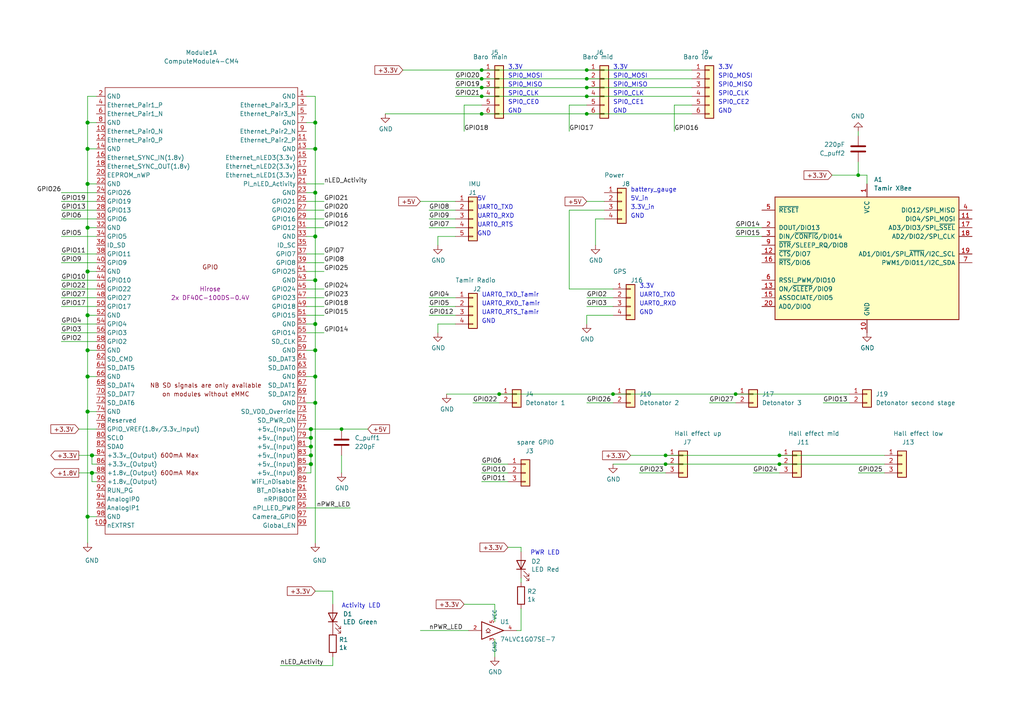
<source format=kicad_sch>
(kicad_sch (version 20211123) (generator eeschema)

  (uuid e549ab3f-4139-4f5b-9240-0b74c6beb2aa)

  (paper "A4")

  (title_block
    (title "Raspberry Pi Compute Module 4 Base Carrier")
    (date "2022-05-17")
    (rev "v01")
    (comment 2 "creativecommons.org/licenses/by-sa/4.0")
    (comment 3 "License: CC BY 4.0")
    (comment 4 "Author: Ido Azulai")
  )

  (lib_symbols
    (symbol "CM4IO:74LVC1G07_copy" (in_bom yes) (on_board yes)
      (property "Reference" "U" (id 0) (at -2.54 3.81 0)
        (effects (font (size 1.27 1.27)))
      )
      (property "Value" "74LVC1G07_copy" (id 1) (at 0 -3.81 0)
        (effects (font (size 1.27 1.27)))
      )
      (property "Footprint" "Package_TO_SOT_SMD:SOT-353_SC-70-5" (id 2) (at 0 0 0)
        (effects (font (size 1.27 1.27)) hide)
      )
      (property "Datasheet" "http://www.ti.com/lit/sg/scyt129e/scyt129e.pdf" (id 3) (at 0 0 0)
        (effects (font (size 1.27 1.27)) hide)
      )
      (property "ki_keywords" "Single Gate Buff LVC CMOS Open Drain" (id 4) (at 0 0 0)
        (effects (font (size 1.27 1.27)) hide)
      )
      (property "ki_description" "Single Buffer Gate w/ Open Drain, Low-Voltage CMOS" (id 5) (at 0 0 0)
        (effects (font (size 1.27 1.27)) hide)
      )
      (property "ki_fp_filters" "SOT* SG-*" (id 6) (at 0 0 0)
        (effects (font (size 1.27 1.27)) hide)
      )
      (symbol "74LVC1G07_copy_0_1"
        (polyline
          (pts
            (xy -2.54 -0.635)
            (xy -1.27 -0.635)
          )
          (stroke (width 0) (type default) (color 0 0 0 0))
          (fill (type none))
        )
        (polyline
          (pts
            (xy -3.81 2.54)
            (xy -3.81 -2.54)
            (xy 2.54 0)
            (xy -3.81 2.54)
          )
          (stroke (width 0.254) (type default) (color 0 0 0 0))
          (fill (type none))
        )
        (polyline
          (pts
            (xy -1.905 0.635)
            (xy -2.54 0)
            (xy -1.905 -0.635)
            (xy -1.27 0)
            (xy -1.905 0.635)
          )
          (stroke (width 0) (type default) (color 0 0 0 0))
          (fill (type none))
        )
      )
      (symbol "74LVC1G07_copy_1_1"
        (pin input line (at -7.62 0 0) (length 3.81)
          (name "~" (effects (font (size 1.016 1.016))))
          (number "2" (effects (font (size 1.016 1.016))))
        )
        (pin power_in line (at 0 -2.54 270) (length 0)
          (name "GND" (effects (font (size 1.016 1.016))))
          (number "3" (effects (font (size 1.016 1.016))))
        )
        (pin open_collector line (at 6.35 0 180) (length 3.81)
          (name "~" (effects (font (size 1.016 1.016))))
          (number "4" (effects (font (size 1.016 1.016))))
        )
        (pin power_in line (at 0 2.54 90) (length 0)
          (name "VCC" (effects (font (size 1.016 1.016))))
          (number "5" (effects (font (size 1.016 1.016))))
        )
      )
    )
    (symbol "CM4IO:ComputeModule4-CM4" (in_bom yes) (on_board yes)
      (property "Reference" "Module" (id 0) (at 113.03 -68.58 0)
        (effects (font (size 1.27 1.27)))
      )
      (property "Value" "ComputeModule4-CM4" (id 1) (at 140.97 2.54 0)
        (effects (font (size 1.27 1.27)))
      )
      (property "Footprint" "CM4IO:Raspberry-Pi-4-Compute-Module" (id 2) (at 142.24 -26.67 0)
        (effects (font (size 1.27 1.27)) hide)
      )
      (property "Datasheet" "" (id 3) (at 142.24 -26.67 0)
        (effects (font (size 1.27 1.27)) hide)
      )
      (property "Manufacturer" "Hirose" (id 4) (at 0 0 0)
        (effects (font (size 1.27 1.27)))
      )
      (property "MPN" "2x DF40C-100DS-0.4V" (id 5) (at 0 -2.54 0)
        (effects (font (size 1.27 1.27)))
      )
      (property "Digi-Key_PN" "2x H11615CT-ND" (id 6) (at 0 0 0)
        (effects (font (size 1.27 1.27)) hide)
      )
      (property "Digi-Key_PN (Alt)" "2x H124602CT-ND" (id 7) (at 0 0 0)
        (effects (font (size 1.27 1.27)) hide)
      )
      (property "MPN (Alt)" "2x DF40HC(3.0)-100DS-0.4V" (id 8) (at 0 0 0)
        (effects (font (size 1.27 1.27)))
      )
      (symbol "ComputeModule4-CM4_1_0"
        (text "GPIO" (at 0 6.35 0)
          (effects (font (size 1.27 1.27)))
        )
      )
      (symbol "ComputeModule4-CM4_1_1"
        (rectangle (start -30.48 -71.12) (end 25.4 58.42)
          (stroke (width 0) (type default) (color 0 0 0 0))
          (fill (type none))
        )
        (text "600mA Max" (at -8.89 -53.34 0)
          (effects (font (size 1.27 1.27)))
        )
        (text "600mA Max" (at -8.89 -48.26 0)
          (effects (font (size 1.27 1.27)))
        )
        (text "NB SD signals are only available" (at -1.27 -27.94 0)
          (effects (font (size 1.27 1.27)))
        )
        (text "on modules without eMMC" (at -1.27 -30.48 0)
          (effects (font (size 1.27 1.27)))
        )
        (pin power_in line (at 27.94 55.88 180) (length 2.54)
          (name "GND" (effects (font (size 1.27 1.27))))
          (number "1" (effects (font (size 1.27 1.27))))
        )
        (pin passive line (at -33.02 45.72 0) (length 2.54)
          (name "Ethernet_Pair0_N" (effects (font (size 1.27 1.27))))
          (number "10" (effects (font (size 1.27 1.27))))
        )
        (pin output line (at -33.02 -68.58 0) (length 2.54)
          (name "nEXTRST" (effects (font (size 1.27 1.27))))
          (number "100" (effects (font (size 1.27 1.27))))
        )
        (pin passive line (at 27.94 43.18 180) (length 2.54)
          (name "Ethernet_Pair2_P" (effects (font (size 1.27 1.27))))
          (number "11" (effects (font (size 1.27 1.27))))
        )
        (pin passive line (at -33.02 43.18 0) (length 2.54)
          (name "Ethernet_Pair0_P" (effects (font (size 1.27 1.27))))
          (number "12" (effects (font (size 1.27 1.27))))
        )
        (pin power_in line (at 27.94 40.64 180) (length 2.54)
          (name "GND" (effects (font (size 1.27 1.27))))
          (number "13" (effects (font (size 1.27 1.27))))
        )
        (pin power_in line (at -33.02 40.64 0) (length 2.54)
          (name "GND" (effects (font (size 1.27 1.27))))
          (number "14" (effects (font (size 1.27 1.27))))
        )
        (pin output line (at 27.94 38.1 180) (length 2.54)
          (name "Ethernet_nLED3(3.3v)" (effects (font (size 1.27 1.27))))
          (number "15" (effects (font (size 1.27 1.27))))
        )
        (pin input line (at -33.02 38.1 0) (length 2.54)
          (name "Ethernet_SYNC_IN(1.8v)" (effects (font (size 1.27 1.27))))
          (number "16" (effects (font (size 1.27 1.27))))
        )
        (pin output line (at 27.94 35.56 180) (length 2.54)
          (name "Ethernet_nLED2(3.3v)" (effects (font (size 1.27 1.27))))
          (number "17" (effects (font (size 1.27 1.27))))
        )
        (pin input line (at -33.02 35.56 0) (length 2.54)
          (name "Ethernet_SYNC_OUT(1.8v)" (effects (font (size 1.27 1.27))))
          (number "18" (effects (font (size 1.27 1.27))))
        )
        (pin output line (at 27.94 33.02 180) (length 2.54)
          (name "Ethernet_nLED1(3.3v)" (effects (font (size 1.27 1.27))))
          (number "19" (effects (font (size 1.27 1.27))))
        )
        (pin power_in line (at -33.02 55.88 0) (length 2.54)
          (name "GND" (effects (font (size 1.27 1.27))))
          (number "2" (effects (font (size 1.27 1.27))))
        )
        (pin passive line (at -33.02 33.02 0) (length 2.54)
          (name "EEPROM_nWP" (effects (font (size 1.27 1.27))))
          (number "20" (effects (font (size 1.27 1.27))))
        )
        (pin open_collector line (at 27.94 30.48 180) (length 2.54)
          (name "PI_nLED_Activity" (effects (font (size 1.27 1.27))))
          (number "21" (effects (font (size 1.27 1.27))))
        )
        (pin power_in line (at -33.02 30.48 0) (length 2.54)
          (name "GND" (effects (font (size 1.27 1.27))))
          (number "22" (effects (font (size 1.27 1.27))))
        )
        (pin power_in line (at 27.94 27.94 180) (length 2.54)
          (name "GND" (effects (font (size 1.27 1.27))))
          (number "23" (effects (font (size 1.27 1.27))))
        )
        (pin passive line (at -33.02 27.94 0) (length 2.54)
          (name "GPIO26" (effects (font (size 1.27 1.27))))
          (number "24" (effects (font (size 1.27 1.27))))
        )
        (pin passive line (at 27.94 25.4 180) (length 2.54)
          (name "GPIO21" (effects (font (size 1.27 1.27))))
          (number "25" (effects (font (size 1.27 1.27))))
        )
        (pin passive line (at -33.02 25.4 0) (length 2.54)
          (name "GPIO19" (effects (font (size 1.27 1.27))))
          (number "26" (effects (font (size 1.27 1.27))))
        )
        (pin passive line (at 27.94 22.86 180) (length 2.54)
          (name "GPIO20" (effects (font (size 1.27 1.27))))
          (number "27" (effects (font (size 1.27 1.27))))
        )
        (pin passive line (at -33.02 22.86 0) (length 2.54)
          (name "GPIO13" (effects (font (size 1.27 1.27))))
          (number "28" (effects (font (size 1.27 1.27))))
        )
        (pin passive line (at 27.94 20.32 180) (length 2.54)
          (name "GPIO16" (effects (font (size 1.27 1.27))))
          (number "29" (effects (font (size 1.27 1.27))))
        )
        (pin passive line (at 27.94 53.34 180) (length 2.54)
          (name "Ethernet_Pair3_P" (effects (font (size 1.27 1.27))))
          (number "3" (effects (font (size 1.27 1.27))))
        )
        (pin passive line (at -33.02 20.32 0) (length 2.54)
          (name "GPIO6" (effects (font (size 1.27 1.27))))
          (number "30" (effects (font (size 1.27 1.27))))
        )
        (pin passive line (at 27.94 17.78 180) (length 2.54)
          (name "GPIO12" (effects (font (size 1.27 1.27))))
          (number "31" (effects (font (size 1.27 1.27))))
        )
        (pin power_in line (at -33.02 17.78 0) (length 2.54)
          (name "GND" (effects (font (size 1.27 1.27))))
          (number "32" (effects (font (size 1.27 1.27))))
        )
        (pin power_in line (at 27.94 15.24 180) (length 2.54)
          (name "GND" (effects (font (size 1.27 1.27))))
          (number "33" (effects (font (size 1.27 1.27))))
        )
        (pin passive line (at -33.02 15.24 0) (length 2.54)
          (name "GPIO5" (effects (font (size 1.27 1.27))))
          (number "34" (effects (font (size 1.27 1.27))))
        )
        (pin passive line (at 27.94 12.7 180) (length 2.54)
          (name "ID_SC" (effects (font (size 1.27 1.27))))
          (number "35" (effects (font (size 1.27 1.27))))
        )
        (pin passive line (at -33.02 12.7 0) (length 2.54)
          (name "ID_SD" (effects (font (size 1.27 1.27))))
          (number "36" (effects (font (size 1.27 1.27))))
        )
        (pin passive line (at 27.94 10.16 180) (length 2.54)
          (name "GPIO7" (effects (font (size 1.27 1.27))))
          (number "37" (effects (font (size 1.27 1.27))))
        )
        (pin passive line (at -33.02 10.16 0) (length 2.54)
          (name "GPIO11" (effects (font (size 1.27 1.27))))
          (number "38" (effects (font (size 1.27 1.27))))
        )
        (pin passive line (at 27.94 7.62 180) (length 2.54)
          (name "GPIO8" (effects (font (size 1.27 1.27))))
          (number "39" (effects (font (size 1.27 1.27))))
        )
        (pin passive line (at -33.02 53.34 0) (length 2.54)
          (name "Ethernet_Pair1_P" (effects (font (size 1.27 1.27))))
          (number "4" (effects (font (size 1.27 1.27))))
        )
        (pin passive line (at -33.02 7.62 0) (length 2.54)
          (name "GPIO9" (effects (font (size 1.27 1.27))))
          (number "40" (effects (font (size 1.27 1.27))))
        )
        (pin passive line (at 27.94 5.08 180) (length 2.54)
          (name "GPIO25" (effects (font (size 1.27 1.27))))
          (number "41" (effects (font (size 1.27 1.27))))
        )
        (pin power_in line (at -33.02 5.08 0) (length 2.54)
          (name "GND" (effects (font (size 1.27 1.27))))
          (number "42" (effects (font (size 1.27 1.27))))
        )
        (pin power_in line (at 27.94 2.54 180) (length 2.54)
          (name "GND" (effects (font (size 1.27 1.27))))
          (number "43" (effects (font (size 1.27 1.27))))
        )
        (pin passive line (at -33.02 2.54 0) (length 2.54)
          (name "GPIO10" (effects (font (size 1.27 1.27))))
          (number "44" (effects (font (size 1.27 1.27))))
        )
        (pin passive line (at 27.94 0 180) (length 2.54)
          (name "GPIO24" (effects (font (size 1.27 1.27))))
          (number "45" (effects (font (size 1.27 1.27))))
        )
        (pin passive line (at -33.02 0 0) (length 2.54)
          (name "GPIO22" (effects (font (size 1.27 1.27))))
          (number "46" (effects (font (size 1.27 1.27))))
        )
        (pin passive line (at 27.94 -2.54 180) (length 2.54)
          (name "GPIO23" (effects (font (size 1.27 1.27))))
          (number "47" (effects (font (size 1.27 1.27))))
        )
        (pin passive line (at -33.02 -2.54 0) (length 2.54)
          (name "GPIO27" (effects (font (size 1.27 1.27))))
          (number "48" (effects (font (size 1.27 1.27))))
        )
        (pin passive line (at 27.94 -5.08 180) (length 2.54)
          (name "GPIO18" (effects (font (size 1.27 1.27))))
          (number "49" (effects (font (size 1.27 1.27))))
        )
        (pin passive line (at 27.94 50.8 180) (length 2.54)
          (name "Ethernet_Pair3_N" (effects (font (size 1.27 1.27))))
          (number "5" (effects (font (size 1.27 1.27))))
        )
        (pin passive line (at -33.02 -5.08 0) (length 2.54)
          (name "GPIO17" (effects (font (size 1.27 1.27))))
          (number "50" (effects (font (size 1.27 1.27))))
        )
        (pin passive line (at 27.94 -7.62 180) (length 2.54)
          (name "GPIO15" (effects (font (size 1.27 1.27))))
          (number "51" (effects (font (size 1.27 1.27))))
        )
        (pin power_in line (at -33.02 -7.62 0) (length 2.54)
          (name "GND" (effects (font (size 1.27 1.27))))
          (number "52" (effects (font (size 1.27 1.27))))
        )
        (pin power_in line (at 27.94 -10.16 180) (length 2.54)
          (name "GND" (effects (font (size 1.27 1.27))))
          (number "53" (effects (font (size 1.27 1.27))))
        )
        (pin passive line (at -33.02 -10.16 0) (length 2.54)
          (name "GPIO4" (effects (font (size 1.27 1.27))))
          (number "54" (effects (font (size 1.27 1.27))))
        )
        (pin passive line (at 27.94 -12.7 180) (length 2.54)
          (name "GPIO14" (effects (font (size 1.27 1.27))))
          (number "55" (effects (font (size 1.27 1.27))))
        )
        (pin passive line (at -33.02 -12.7 0) (length 2.54)
          (name "GPIO3" (effects (font (size 1.27 1.27))))
          (number "56" (effects (font (size 1.27 1.27))))
        )
        (pin passive line (at 27.94 -15.24 180) (length 2.54)
          (name "SD_CLK" (effects (font (size 1.27 1.27))))
          (number "57" (effects (font (size 1.27 1.27))))
        )
        (pin passive line (at -33.02 -15.24 0) (length 2.54)
          (name "GPIO2" (effects (font (size 1.27 1.27))))
          (number "58" (effects (font (size 1.27 1.27))))
        )
        (pin power_in line (at 27.94 -17.78 180) (length 2.54)
          (name "GND" (effects (font (size 1.27 1.27))))
          (number "59" (effects (font (size 1.27 1.27))))
        )
        (pin passive line (at -33.02 50.8 0) (length 2.54)
          (name "Ethernet_Pair1_N" (effects (font (size 1.27 1.27))))
          (number "6" (effects (font (size 1.27 1.27))))
        )
        (pin power_in line (at -33.02 -17.78 0) (length 2.54)
          (name "GND" (effects (font (size 1.27 1.27))))
          (number "60" (effects (font (size 1.27 1.27))))
        )
        (pin passive line (at 27.94 -20.32 180) (length 2.54)
          (name "SD_DAT3" (effects (font (size 1.27 1.27))))
          (number "61" (effects (font (size 1.27 1.27))))
        )
        (pin passive line (at -33.02 -20.32 0) (length 2.54)
          (name "SD_CMD" (effects (font (size 1.27 1.27))))
          (number "62" (effects (font (size 1.27 1.27))))
        )
        (pin passive line (at 27.94 -22.86 180) (length 2.54)
          (name "SD_DAT0" (effects (font (size 1.27 1.27))))
          (number "63" (effects (font (size 1.27 1.27))))
        )
        (pin passive line (at -33.02 -22.86 0) (length 2.54)
          (name "SD_DAT5" (effects (font (size 1.27 1.27))))
          (number "64" (effects (font (size 1.27 1.27))))
        )
        (pin power_in line (at 27.94 -25.4 180) (length 2.54)
          (name "GND" (effects (font (size 1.27 1.27))))
          (number "65" (effects (font (size 1.27 1.27))))
        )
        (pin power_in line (at -33.02 -25.4 0) (length 2.54)
          (name "GND" (effects (font (size 1.27 1.27))))
          (number "66" (effects (font (size 1.27 1.27))))
        )
        (pin passive line (at 27.94 -27.94 180) (length 2.54)
          (name "SD_DAT1" (effects (font (size 1.27 1.27))))
          (number "67" (effects (font (size 1.27 1.27))))
        )
        (pin passive line (at -33.02 -27.94 0) (length 2.54)
          (name "SD_DAT4" (effects (font (size 1.27 1.27))))
          (number "68" (effects (font (size 1.27 1.27))))
        )
        (pin passive line (at 27.94 -30.48 180) (length 2.54)
          (name "SD_DAT2" (effects (font (size 1.27 1.27))))
          (number "69" (effects (font (size 1.27 1.27))))
        )
        (pin power_in line (at 27.94 48.26 180) (length 2.54)
          (name "GND" (effects (font (size 1.27 1.27))))
          (number "7" (effects (font (size 1.27 1.27))))
        )
        (pin passive line (at -33.02 -30.48 0) (length 2.54)
          (name "SD_DAT7" (effects (font (size 1.27 1.27))))
          (number "70" (effects (font (size 1.27 1.27))))
        )
        (pin power_in line (at 27.94 -33.02 180) (length 2.54)
          (name "GND" (effects (font (size 1.27 1.27))))
          (number "71" (effects (font (size 1.27 1.27))))
        )
        (pin passive line (at -33.02 -33.02 0) (length 2.54)
          (name "SD_DAT6" (effects (font (size 1.27 1.27))))
          (number "72" (effects (font (size 1.27 1.27))))
        )
        (pin input line (at 27.94 -35.56 180) (length 2.54)
          (name "SD_VDD_Override" (effects (font (size 1.27 1.27))))
          (number "73" (effects (font (size 1.27 1.27))))
        )
        (pin power_in line (at -33.02 -35.56 0) (length 2.54)
          (name "GND" (effects (font (size 1.27 1.27))))
          (number "74" (effects (font (size 1.27 1.27))))
        )
        (pin output line (at 27.94 -38.1 180) (length 2.54)
          (name "SD_PWR_ON" (effects (font (size 1.27 1.27))))
          (number "75" (effects (font (size 1.27 1.27))))
        )
        (pin passive line (at -33.02 -38.1 0) (length 2.54)
          (name "Reserved" (effects (font (size 1.27 1.27))))
          (number "76" (effects (font (size 1.27 1.27))))
        )
        (pin power_in line (at 27.94 -40.64 180) (length 2.54)
          (name "+5v_(Input)" (effects (font (size 1.27 1.27))))
          (number "77" (effects (font (size 1.27 1.27))))
        )
        (pin power_in line (at -33.02 -40.64 0) (length 2.54)
          (name "GPIO_VREF(1.8v/3.3v_Input)" (effects (font (size 1.27 1.27))))
          (number "78" (effects (font (size 1.27 1.27))))
        )
        (pin power_in line (at 27.94 -43.18 180) (length 2.54)
          (name "+5v_(Input)" (effects (font (size 1.27 1.27))))
          (number "79" (effects (font (size 1.27 1.27))))
        )
        (pin power_in line (at -33.02 48.26 0) (length 2.54)
          (name "GND" (effects (font (size 1.27 1.27))))
          (number "8" (effects (font (size 1.27 1.27))))
        )
        (pin passive line (at -33.02 -43.18 0) (length 2.54)
          (name "SCL0" (effects (font (size 1.27 1.27))))
          (number "80" (effects (font (size 1.27 1.27))))
        )
        (pin power_in line (at 27.94 -45.72 180) (length 2.54)
          (name "+5v_(Input)" (effects (font (size 1.27 1.27))))
          (number "81" (effects (font (size 1.27 1.27))))
        )
        (pin passive line (at -33.02 -45.72 0) (length 2.54)
          (name "SDA0" (effects (font (size 1.27 1.27))))
          (number "82" (effects (font (size 1.27 1.27))))
        )
        (pin power_in line (at 27.94 -48.26 180) (length 2.54)
          (name "+5v_(Input)" (effects (font (size 1.27 1.27))))
          (number "83" (effects (font (size 1.27 1.27))))
        )
        (pin power_out line (at -33.02 -48.26 0) (length 2.54)
          (name "+3.3v_(Output)" (effects (font (size 1.27 1.27))))
          (number "84" (effects (font (size 1.27 1.27))))
        )
        (pin power_in line (at 27.94 -50.8 180) (length 2.54)
          (name "+5v_(Input)" (effects (font (size 1.27 1.27))))
          (number "85" (effects (font (size 1.27 1.27))))
        )
        (pin power_out line (at -33.02 -50.8 0) (length 2.54)
          (name "+3.3v_(Output)" (effects (font (size 1.27 1.27))))
          (number "86" (effects (font (size 1.27 1.27))))
        )
        (pin power_in line (at 27.94 -53.34 180) (length 2.54)
          (name "+5v_(Input)" (effects (font (size 1.27 1.27))))
          (number "87" (effects (font (size 1.27 1.27))))
        )
        (pin power_out line (at -33.02 -53.34 0) (length 2.54)
          (name "+1.8v_(Output)" (effects (font (size 1.27 1.27))))
          (number "88" (effects (font (size 1.27 1.27))))
        )
        (pin power_in line (at 27.94 -55.88 180) (length 2.54)
          (name "WiFi_nDisable" (effects (font (size 1.27 1.27))))
          (number "89" (effects (font (size 1.27 1.27))))
        )
        (pin passive line (at 27.94 45.72 180) (length 2.54)
          (name "Ethernet_Pair2_N" (effects (font (size 1.27 1.27))))
          (number "9" (effects (font (size 1.27 1.27))))
        )
        (pin power_out line (at -33.02 -55.88 0) (length 2.54)
          (name "+1.8v_(Output)" (effects (font (size 1.27 1.27))))
          (number "90" (effects (font (size 1.27 1.27))))
        )
        (pin power_in line (at 27.94 -58.42 180) (length 2.54)
          (name "BT_nDisable" (effects (font (size 1.27 1.27))))
          (number "91" (effects (font (size 1.27 1.27))))
        )
        (pin passive line (at -33.02 -58.42 0) (length 2.54)
          (name "RUN_PG" (effects (font (size 1.27 1.27))))
          (number "92" (effects (font (size 1.27 1.27))))
        )
        (pin input line (at 27.94 -60.96 180) (length 2.54)
          (name "nRPIBOOT" (effects (font (size 1.27 1.27))))
          (number "93" (effects (font (size 1.27 1.27))))
        )
        (pin passive line (at -33.02 -60.96 0) (length 2.54)
          (name "AnalogIP0" (effects (font (size 1.27 1.27))))
          (number "94" (effects (font (size 1.27 1.27))))
        )
        (pin output line (at 27.94 -63.5 180) (length 2.54)
          (name "nPI_LED_PWR" (effects (font (size 1.27 1.27))))
          (number "95" (effects (font (size 1.27 1.27))))
        )
        (pin passive line (at -33.02 -63.5 0) (length 2.54)
          (name "AnalogIP1" (effects (font (size 1.27 1.27))))
          (number "96" (effects (font (size 1.27 1.27))))
        )
        (pin passive line (at 27.94 -66.04 180) (length 2.54)
          (name "Camera_GPIO" (effects (font (size 1.27 1.27))))
          (number "97" (effects (font (size 1.27 1.27))))
        )
        (pin power_in line (at -33.02 -66.04 0) (length 2.54)
          (name "GND" (effects (font (size 1.27 1.27))))
          (number "98" (effects (font (size 1.27 1.27))))
        )
        (pin input line (at 27.94 -68.58 180) (length 2.54)
          (name "Global_EN" (effects (font (size 1.27 1.27))))
          (number "99" (effects (font (size 1.27 1.27))))
        )
      )
      (symbol "ComputeModule4-CM4_2_1"
        (rectangle (start 114.3 -66.04) (end 165.1 63.5)
          (stroke (width 0) (type default) (color 0 0 0 0))
          (fill (type none))
        )
        (text "High Speed Serial" (at 140.97 0 0)
          (effects (font (size 1.27 1.27)))
        )
        (pin input line (at 170.18 60.96 180) (length 5.08)
          (name "USB_OTG_ID" (effects (font (size 1.27 1.27))))
          (number "101" (effects (font (size 1.27 1.27))))
        )
        (pin input line (at 109.22 60.96 0) (length 5.08)
          (name "PCIe_CLK_nREQ" (effects (font (size 1.27 1.27))))
          (number "102" (effects (font (size 1.27 1.27))))
        )
        (pin passive line (at 170.18 58.42 180) (length 5.08)
          (name "USB2_N" (effects (font (size 1.27 1.27))))
          (number "103" (effects (font (size 1.27 1.27))))
        )
        (pin passive line (at 109.22 58.42 0) (length 5.08)
          (name "Reserved" (effects (font (size 1.27 1.27))))
          (number "104" (effects (font (size 1.27 1.27))))
        )
        (pin passive line (at 170.18 55.88 180) (length 5.08)
          (name "USB2_P" (effects (font (size 1.27 1.27))))
          (number "105" (effects (font (size 1.27 1.27))))
        )
        (pin passive line (at 109.22 55.88 0) (length 5.08)
          (name "Reserved" (effects (font (size 1.27 1.27))))
          (number "106" (effects (font (size 1.27 1.27))))
        )
        (pin power_in line (at 170.18 53.34 180) (length 5.08)
          (name "GND" (effects (font (size 1.27 1.27))))
          (number "107" (effects (font (size 1.27 1.27))))
        )
        (pin power_in line (at 109.22 53.34 0) (length 5.08)
          (name "GND" (effects (font (size 1.27 1.27))))
          (number "108" (effects (font (size 1.27 1.27))))
        )
        (pin bidirectional line (at 170.18 50.8 180) (length 5.08)
          (name "PCIe_nRST" (effects (font (size 1.27 1.27))))
          (number "109" (effects (font (size 1.27 1.27))))
        )
        (pin output line (at 109.22 50.8 0) (length 5.08)
          (name "PCIe_CLK_P" (effects (font (size 1.27 1.27))))
          (number "110" (effects (font (size 1.27 1.27))))
        )
        (pin passive line (at 170.18 48.26 180) (length 5.08)
          (name "VDAC_COMP" (effects (font (size 1.27 1.27))))
          (number "111" (effects (font (size 1.27 1.27))))
        )
        (pin output line (at 109.22 48.26 0) (length 5.08)
          (name "PCIe_CLK_N" (effects (font (size 1.27 1.27))))
          (number "112" (effects (font (size 1.27 1.27))))
        )
        (pin power_in line (at 170.18 45.72 180) (length 5.08)
          (name "GND" (effects (font (size 1.27 1.27))))
          (number "113" (effects (font (size 1.27 1.27))))
        )
        (pin power_in line (at 109.22 45.72 0) (length 5.08)
          (name "GND" (effects (font (size 1.27 1.27))))
          (number "114" (effects (font (size 1.27 1.27))))
        )
        (pin input line (at 170.18 43.18 180) (length 5.08)
          (name "CAM1_D0_N" (effects (font (size 1.27 1.27))))
          (number "115" (effects (font (size 1.27 1.27))))
        )
        (pin input line (at 109.22 43.18 0) (length 5.08)
          (name "PCIe_RX_P" (effects (font (size 1.27 1.27))))
          (number "116" (effects (font (size 1.27 1.27))))
        )
        (pin input line (at 170.18 40.64 180) (length 5.08)
          (name "CAM1_D0_P" (effects (font (size 1.27 1.27))))
          (number "117" (effects (font (size 1.27 1.27))))
        )
        (pin input line (at 109.22 40.64 0) (length 5.08)
          (name "PCIe_RX_N" (effects (font (size 1.27 1.27))))
          (number "118" (effects (font (size 1.27 1.27))))
        )
        (pin power_in line (at 170.18 38.1 180) (length 5.08)
          (name "GND" (effects (font (size 1.27 1.27))))
          (number "119" (effects (font (size 1.27 1.27))))
        )
        (pin power_in line (at 109.22 38.1 0) (length 5.08)
          (name "GND" (effects (font (size 1.27 1.27))))
          (number "120" (effects (font (size 1.27 1.27))))
        )
        (pin input line (at 170.18 35.56 180) (length 5.08)
          (name "CAM1_D1_N" (effects (font (size 1.27 1.27))))
          (number "121" (effects (font (size 1.27 1.27))))
        )
        (pin output line (at 109.22 35.56 0) (length 5.08)
          (name "PCIe_TX_P" (effects (font (size 1.27 1.27))))
          (number "122" (effects (font (size 1.27 1.27))))
        )
        (pin input line (at 170.18 33.02 180) (length 5.08)
          (name "CAM1_D1_P" (effects (font (size 1.27 1.27))))
          (number "123" (effects (font (size 1.27 1.27))))
        )
        (pin output line (at 109.22 33.02 0) (length 5.08)
          (name "PCIe_TX_N" (effects (font (size 1.27 1.27))))
          (number "124" (effects (font (size 1.27 1.27))))
        )
        (pin power_in line (at 170.18 30.48 180) (length 5.08)
          (name "GND" (effects (font (size 1.27 1.27))))
          (number "125" (effects (font (size 1.27 1.27))))
        )
        (pin power_in line (at 109.22 30.48 0) (length 5.08)
          (name "GND" (effects (font (size 1.27 1.27))))
          (number "126" (effects (font (size 1.27 1.27))))
        )
        (pin input line (at 170.18 27.94 180) (length 5.08)
          (name "CAM1_C_N" (effects (font (size 1.27 1.27))))
          (number "127" (effects (font (size 1.27 1.27))))
        )
        (pin input line (at 109.22 27.94 0) (length 5.08)
          (name "CAM0_D0_N" (effects (font (size 1.27 1.27))))
          (number "128" (effects (font (size 1.27 1.27))))
        )
        (pin input line (at 170.18 25.4 180) (length 5.08)
          (name "CAM1_C_P" (effects (font (size 1.27 1.27))))
          (number "129" (effects (font (size 1.27 1.27))))
        )
        (pin input line (at 109.22 25.4 0) (length 5.08)
          (name "CAM0_D0_P" (effects (font (size 1.27 1.27))))
          (number "130" (effects (font (size 1.27 1.27))))
        )
        (pin power_in line (at 170.18 22.86 180) (length 5.08)
          (name "GND" (effects (font (size 1.27 1.27))))
          (number "131" (effects (font (size 1.27 1.27))))
        )
        (pin power_in line (at 109.22 22.86 0) (length 5.08)
          (name "GND" (effects (font (size 1.27 1.27))))
          (number "132" (effects (font (size 1.27 1.27))))
        )
        (pin input line (at 170.18 20.32 180) (length 5.08)
          (name "CAM1_D2_N" (effects (font (size 1.27 1.27))))
          (number "133" (effects (font (size 1.27 1.27))))
        )
        (pin input line (at 109.22 20.32 0) (length 5.08)
          (name "CAM0_D1_N" (effects (font (size 1.27 1.27))))
          (number "134" (effects (font (size 1.27 1.27))))
        )
        (pin input line (at 170.18 17.78 180) (length 5.08)
          (name "CAM1_D2_P" (effects (font (size 1.27 1.27))))
          (number "135" (effects (font (size 1.27 1.27))))
        )
        (pin input line (at 109.22 17.78 0) (length 5.08)
          (name "CAM0_D1_P" (effects (font (size 1.27 1.27))))
          (number "136" (effects (font (size 1.27 1.27))))
        )
        (pin power_in line (at 170.18 15.24 180) (length 5.08)
          (name "GND" (effects (font (size 1.27 1.27))))
          (number "137" (effects (font (size 1.27 1.27))))
        )
        (pin power_in line (at 109.22 15.24 0) (length 5.08)
          (name "GND" (effects (font (size 1.27 1.27))))
          (number "138" (effects (font (size 1.27 1.27))))
        )
        (pin input line (at 170.18 12.7 180) (length 5.08)
          (name "CAM1_D3_N" (effects (font (size 1.27 1.27))))
          (number "139" (effects (font (size 1.27 1.27))))
        )
        (pin input line (at 109.22 12.7 0) (length 5.08)
          (name "CAM0_C_N" (effects (font (size 1.27 1.27))))
          (number "140" (effects (font (size 1.27 1.27))))
        )
        (pin input line (at 170.18 10.16 180) (length 5.08)
          (name "CAM1_D3_P" (effects (font (size 1.27 1.27))))
          (number "141" (effects (font (size 1.27 1.27))))
        )
        (pin input line (at 109.22 10.16 0) (length 5.08)
          (name "CAM0_C_P" (effects (font (size 1.27 1.27))))
          (number "142" (effects (font (size 1.27 1.27))))
        )
        (pin input line (at 170.18 7.62 180) (length 5.08)
          (name "HDMI1_HOTPLUG" (effects (font (size 1.27 1.27))))
          (number "143" (effects (font (size 1.27 1.27))))
        )
        (pin power_in line (at 109.22 7.62 0) (length 5.08)
          (name "GND" (effects (font (size 1.27 1.27))))
          (number "144" (effects (font (size 1.27 1.27))))
        )
        (pin bidirectional line (at 170.18 5.08 180) (length 5.08)
          (name "HDMI1_SDA" (effects (font (size 1.27 1.27))))
          (number "145" (effects (font (size 1.27 1.27))))
        )
        (pin output line (at 109.22 5.08 0) (length 5.08)
          (name "HDMI1_TX2_P" (effects (font (size 1.27 1.27))))
          (number "146" (effects (font (size 1.27 1.27))))
        )
        (pin open_collector line (at 170.18 2.54 180) (length 5.08)
          (name "HDMI1_SCL" (effects (font (size 1.27 1.27))))
          (number "147" (effects (font (size 1.27 1.27))))
        )
        (pin output line (at 109.22 2.54 0) (length 5.08)
          (name "HDMI1_TX2_N" (effects (font (size 1.27 1.27))))
          (number "148" (effects (font (size 1.27 1.27))))
        )
        (pin open_collector line (at 170.18 0 180) (length 5.08)
          (name "HDMI1_CEC" (effects (font (size 1.27 1.27))))
          (number "149" (effects (font (size 1.27 1.27))))
        )
        (pin power_in line (at 109.22 0 0) (length 5.08)
          (name "GND" (effects (font (size 1.27 1.27))))
          (number "150" (effects (font (size 1.27 1.27))))
        )
        (pin open_collector line (at 170.18 -2.54 180) (length 5.08)
          (name "HDMI0_CEC" (effects (font (size 1.27 1.27))))
          (number "151" (effects (font (size 1.27 1.27))))
        )
        (pin output line (at 109.22 -2.54 0) (length 5.08)
          (name "HDMI1_TX1_P" (effects (font (size 1.27 1.27))))
          (number "152" (effects (font (size 1.27 1.27))))
        )
        (pin input line (at 170.18 -5.08 180) (length 5.08)
          (name "HDMI0_HOTPLUG" (effects (font (size 1.27 1.27))))
          (number "153" (effects (font (size 1.27 1.27))))
        )
        (pin output line (at 109.22 -5.08 0) (length 5.08)
          (name "HDMI1_TX1_N" (effects (font (size 1.27 1.27))))
          (number "154" (effects (font (size 1.27 1.27))))
        )
        (pin power_in line (at 170.18 -7.62 180) (length 5.08)
          (name "GND" (effects (font (size 1.27 1.27))))
          (number "155" (effects (font (size 1.27 1.27))))
        )
        (pin power_in line (at 109.22 -7.62 0) (length 5.08)
          (name "GND" (effects (font (size 1.27 1.27))))
          (number "156" (effects (font (size 1.27 1.27))))
        )
        (pin output line (at 170.18 -10.16 180) (length 5.08)
          (name "DSI0_D0_N" (effects (font (size 1.27 1.27))))
          (number "157" (effects (font (size 1.27 1.27))))
        )
        (pin output line (at 109.22 -10.16 0) (length 5.08)
          (name "HDMI1_TX0_P" (effects (font (size 1.27 1.27))))
          (number "158" (effects (font (size 1.27 1.27))))
        )
        (pin output line (at 170.18 -12.7 180) (length 5.08)
          (name "DSI0_D0_P" (effects (font (size 1.27 1.27))))
          (number "159" (effects (font (size 1.27 1.27))))
        )
        (pin output line (at 109.22 -12.7 0) (length 5.08)
          (name "HDMI1_TX0_N" (effects (font (size 1.27 1.27))))
          (number "160" (effects (font (size 1.27 1.27))))
        )
        (pin power_in line (at 170.18 -15.24 180) (length 5.08)
          (name "GND" (effects (font (size 1.27 1.27))))
          (number "161" (effects (font (size 1.27 1.27))))
        )
        (pin power_in line (at 109.22 -15.24 0) (length 5.08)
          (name "GND" (effects (font (size 1.27 1.27))))
          (number "162" (effects (font (size 1.27 1.27))))
        )
        (pin output line (at 170.18 -17.78 180) (length 5.08)
          (name "DSI0_D1_N" (effects (font (size 1.27 1.27))))
          (number "163" (effects (font (size 1.27 1.27))))
        )
        (pin output line (at 109.22 -17.78 0) (length 5.08)
          (name "HDMI1_CLK_P" (effects (font (size 1.27 1.27))))
          (number "164" (effects (font (size 1.27 1.27))))
        )
        (pin output line (at 170.18 -20.32 180) (length 5.08)
          (name "DSI0_D1_P" (effects (font (size 1.27 1.27))))
          (number "165" (effects (font (size 1.27 1.27))))
        )
        (pin output line (at 109.22 -20.32 0) (length 5.08)
          (name "HDMI1_CLK_N" (effects (font (size 1.27 1.27))))
          (number "166" (effects (font (size 1.27 1.27))))
        )
        (pin power_in line (at 170.18 -22.86 180) (length 5.08)
          (name "GND" (effects (font (size 1.27 1.27))))
          (number "167" (effects (font (size 1.27 1.27))))
        )
        (pin power_in line (at 109.22 -22.86 0) (length 5.08)
          (name "GND" (effects (font (size 1.27 1.27))))
          (number "168" (effects (font (size 1.27 1.27))))
        )
        (pin output line (at 170.18 -25.4 180) (length 5.08)
          (name "DSI0_C_N" (effects (font (size 1.27 1.27))))
          (number "169" (effects (font (size 1.27 1.27))))
        )
        (pin output line (at 109.22 -25.4 0) (length 5.08)
          (name "HDMI0_TX2_P" (effects (font (size 1.27 1.27))))
          (number "170" (effects (font (size 1.27 1.27))))
        )
        (pin output line (at 170.18 -27.94 180) (length 5.08)
          (name "DSI0_C_P" (effects (font (size 1.27 1.27))))
          (number "171" (effects (font (size 1.27 1.27))))
        )
        (pin output line (at 109.22 -27.94 0) (length 5.08)
          (name "HDMI0_TX2_N" (effects (font (size 1.27 1.27))))
          (number "172" (effects (font (size 1.27 1.27))))
        )
        (pin power_in line (at 170.18 -30.48 180) (length 5.08)
          (name "GND" (effects (font (size 1.27 1.27))))
          (number "173" (effects (font (size 1.27 1.27))))
        )
        (pin power_in line (at 109.22 -30.48 0) (length 5.08)
          (name "GND" (effects (font (size 1.27 1.27))))
          (number "174" (effects (font (size 1.27 1.27))))
        )
        (pin output line (at 170.18 -33.02 180) (length 5.08)
          (name "DSI1_D0_N" (effects (font (size 1.27 1.27))))
          (number "175" (effects (font (size 1.27 1.27))))
        )
        (pin output line (at 109.22 -33.02 0) (length 5.08)
          (name "HDMI0_TX1_P" (effects (font (size 1.27 1.27))))
          (number "176" (effects (font (size 1.27 1.27))))
        )
        (pin output line (at 170.18 -35.56 180) (length 5.08)
          (name "DSI1_D0_P" (effects (font (size 1.27 1.27))))
          (number "177" (effects (font (size 1.27 1.27))))
        )
        (pin output line (at 109.22 -35.56 0) (length 5.08)
          (name "HDMI0_TX1_N" (effects (font (size 1.27 1.27))))
          (number "178" (effects (font (size 1.27 1.27))))
        )
        (pin power_in line (at 170.18 -38.1 180) (length 5.08)
          (name "GND" (effects (font (size 1.27 1.27))))
          (number "179" (effects (font (size 1.27 1.27))))
        )
        (pin power_in line (at 109.22 -38.1 0) (length 5.08)
          (name "GND" (effects (font (size 1.27 1.27))))
          (number "180" (effects (font (size 1.27 1.27))))
        )
        (pin output line (at 170.18 -40.64 180) (length 5.08)
          (name "DSI1_D1_N" (effects (font (size 1.27 1.27))))
          (number "181" (effects (font (size 1.27 1.27))))
        )
        (pin output line (at 109.22 -40.64 0) (length 5.08)
          (name "HDMI0_TX0_P" (effects (font (size 1.27 1.27))))
          (number "182" (effects (font (size 1.27 1.27))))
        )
        (pin output line (at 170.18 -43.18 180) (length 5.08)
          (name "DSI1_D1_P" (effects (font (size 1.27 1.27))))
          (number "183" (effects (font (size 1.27 1.27))))
        )
        (pin output line (at 109.22 -43.18 0) (length 5.08)
          (name "HDMI0_TX0_N" (effects (font (size 1.27 1.27))))
          (number "184" (effects (font (size 1.27 1.27))))
        )
        (pin power_in line (at 170.18 -45.72 180) (length 5.08)
          (name "GND" (effects (font (size 1.27 1.27))))
          (number "185" (effects (font (size 1.27 1.27))))
        )
        (pin power_in line (at 109.22 -45.72 0) (length 5.08)
          (name "GND" (effects (font (size 1.27 1.27))))
          (number "186" (effects (font (size 1.27 1.27))))
        )
        (pin output line (at 170.18 -48.26 180) (length 5.08)
          (name "DSI1_C_N" (effects (font (size 1.27 1.27))))
          (number "187" (effects (font (size 1.27 1.27))))
        )
        (pin output line (at 109.22 -48.26 0) (length 5.08)
          (name "HDMI0_CLK_P" (effects (font (size 1.27 1.27))))
          (number "188" (effects (font (size 1.27 1.27))))
        )
        (pin output line (at 170.18 -50.8 180) (length 5.08)
          (name "DSI1_C_P" (effects (font (size 1.27 1.27))))
          (number "189" (effects (font (size 1.27 1.27))))
        )
        (pin output line (at 109.22 -50.8 0) (length 5.08)
          (name "HDMI0_CLK_N" (effects (font (size 1.27 1.27))))
          (number "190" (effects (font (size 1.27 1.27))))
        )
        (pin power_in line (at 170.18 -53.34 180) (length 5.08)
          (name "GND" (effects (font (size 1.27 1.27))))
          (number "191" (effects (font (size 1.27 1.27))))
        )
        (pin power_in line (at 109.22 -53.34 0) (length 5.08)
          (name "GND" (effects (font (size 1.27 1.27))))
          (number "192" (effects (font (size 1.27 1.27))))
        )
        (pin output line (at 170.18 -55.88 180) (length 5.08)
          (name "DSI1_D2_N" (effects (font (size 1.27 1.27))))
          (number "193" (effects (font (size 1.27 1.27))))
        )
        (pin output line (at 109.22 -55.88 0) (length 5.08)
          (name "DSI1_D3_N" (effects (font (size 1.27 1.27))))
          (number "194" (effects (font (size 1.27 1.27))))
        )
        (pin output line (at 170.18 -58.42 180) (length 5.08)
          (name "DSI1_D2_P" (effects (font (size 1.27 1.27))))
          (number "195" (effects (font (size 1.27 1.27))))
        )
        (pin output line (at 109.22 -58.42 0) (length 5.08)
          (name "DSI1_D3_P" (effects (font (size 1.27 1.27))))
          (number "196" (effects (font (size 1.27 1.27))))
        )
        (pin power_in line (at 170.18 -60.96 180) (length 5.08)
          (name "GND" (effects (font (size 1.27 1.27))))
          (number "197" (effects (font (size 1.27 1.27))))
        )
        (pin power_in line (at 109.22 -60.96 0) (length 5.08)
          (name "GND" (effects (font (size 1.27 1.27))))
          (number "198" (effects (font (size 1.27 1.27))))
        )
        (pin bidirectional line (at 170.18 -63.5 180) (length 5.08)
          (name "HDMI0_SDA" (effects (font (size 1.27 1.27))))
          (number "199" (effects (font (size 1.27 1.27))))
        )
        (pin open_collector line (at 109.22 -63.5 0) (length 5.08)
          (name "HDMI0_SCL" (effects (font (size 1.27 1.27))))
          (number "200" (effects (font (size 1.27 1.27))))
        )
      )
    )
    (symbol "Connector_Generic:Conn_01x02" (pin_names (offset 1.016) hide) (in_bom yes) (on_board yes)
      (property "Reference" "J" (id 0) (at 0 2.54 0)
        (effects (font (size 1.27 1.27)))
      )
      (property "Value" "Conn_01x02" (id 1) (at 0 -5.08 0)
        (effects (font (size 1.27 1.27)))
      )
      (property "Footprint" "" (id 2) (at 0 0 0)
        (effects (font (size 1.27 1.27)) hide)
      )
      (property "Datasheet" "~" (id 3) (at 0 0 0)
        (effects (font (size 1.27 1.27)) hide)
      )
      (property "ki_keywords" "connector" (id 4) (at 0 0 0)
        (effects (font (size 1.27 1.27)) hide)
      )
      (property "ki_description" "Generic connector, single row, 01x02, script generated (kicad-library-utils/schlib/autogen/connector/)" (id 5) (at 0 0 0)
        (effects (font (size 1.27 1.27)) hide)
      )
      (property "ki_fp_filters" "Connector*:*_1x??_*" (id 6) (at 0 0 0)
        (effects (font (size 1.27 1.27)) hide)
      )
      (symbol "Conn_01x02_1_1"
        (rectangle (start -1.27 -2.413) (end 0 -2.667)
          (stroke (width 0.1524) (type default) (color 0 0 0 0))
          (fill (type none))
        )
        (rectangle (start -1.27 0.127) (end 0 -0.127)
          (stroke (width 0.1524) (type default) (color 0 0 0 0))
          (fill (type none))
        )
        (rectangle (start -1.27 1.27) (end 1.27 -3.81)
          (stroke (width 0.254) (type default) (color 0 0 0 0))
          (fill (type background))
        )
        (pin passive line (at -5.08 0 0) (length 3.81)
          (name "Pin_1" (effects (font (size 1.27 1.27))))
          (number "1" (effects (font (size 1.27 1.27))))
        )
        (pin passive line (at -5.08 -2.54 0) (length 3.81)
          (name "Pin_2" (effects (font (size 1.27 1.27))))
          (number "2" (effects (font (size 1.27 1.27))))
        )
      )
    )
    (symbol "Connector_Generic:Conn_01x03" (pin_names (offset 1.016) hide) (in_bom yes) (on_board yes)
      (property "Reference" "J" (id 0) (at 0 5.08 0)
        (effects (font (size 1.27 1.27)))
      )
      (property "Value" "Conn_01x03" (id 1) (at 0 -5.08 0)
        (effects (font (size 1.27 1.27)))
      )
      (property "Footprint" "" (id 2) (at 0 0 0)
        (effects (font (size 1.27 1.27)) hide)
      )
      (property "Datasheet" "~" (id 3) (at 0 0 0)
        (effects (font (size 1.27 1.27)) hide)
      )
      (property "ki_keywords" "connector" (id 4) (at 0 0 0)
        (effects (font (size 1.27 1.27)) hide)
      )
      (property "ki_description" "Generic connector, single row, 01x03, script generated (kicad-library-utils/schlib/autogen/connector/)" (id 5) (at 0 0 0)
        (effects (font (size 1.27 1.27)) hide)
      )
      (property "ki_fp_filters" "Connector*:*_1x??_*" (id 6) (at 0 0 0)
        (effects (font (size 1.27 1.27)) hide)
      )
      (symbol "Conn_01x03_1_1"
        (rectangle (start -1.27 -2.413) (end 0 -2.667)
          (stroke (width 0.1524) (type default) (color 0 0 0 0))
          (fill (type none))
        )
        (rectangle (start -1.27 0.127) (end 0 -0.127)
          (stroke (width 0.1524) (type default) (color 0 0 0 0))
          (fill (type none))
        )
        (rectangle (start -1.27 2.667) (end 0 2.413)
          (stroke (width 0.1524) (type default) (color 0 0 0 0))
          (fill (type none))
        )
        (rectangle (start -1.27 3.81) (end 1.27 -3.81)
          (stroke (width 0.254) (type default) (color 0 0 0 0))
          (fill (type background))
        )
        (pin passive line (at -5.08 2.54 0) (length 3.81)
          (name "Pin_1" (effects (font (size 1.27 1.27))))
          (number "1" (effects (font (size 1.27 1.27))))
        )
        (pin passive line (at -5.08 0 0) (length 3.81)
          (name "Pin_2" (effects (font (size 1.27 1.27))))
          (number "2" (effects (font (size 1.27 1.27))))
        )
        (pin passive line (at -5.08 -2.54 0) (length 3.81)
          (name "Pin_3" (effects (font (size 1.27 1.27))))
          (number "3" (effects (font (size 1.27 1.27))))
        )
      )
    )
    (symbol "Connector_Generic:Conn_01x04" (pin_names (offset 1.016) hide) (in_bom yes) (on_board yes)
      (property "Reference" "J" (id 0) (at 0 5.08 0)
        (effects (font (size 1.27 1.27)))
      )
      (property "Value" "Conn_01x04" (id 1) (at 0 -7.62 0)
        (effects (font (size 1.27 1.27)))
      )
      (property "Footprint" "" (id 2) (at 0 0 0)
        (effects (font (size 1.27 1.27)) hide)
      )
      (property "Datasheet" "~" (id 3) (at 0 0 0)
        (effects (font (size 1.27 1.27)) hide)
      )
      (property "ki_keywords" "connector" (id 4) (at 0 0 0)
        (effects (font (size 1.27 1.27)) hide)
      )
      (property "ki_description" "Generic connector, single row, 01x04, script generated (kicad-library-utils/schlib/autogen/connector/)" (id 5) (at 0 0 0)
        (effects (font (size 1.27 1.27)) hide)
      )
      (property "ki_fp_filters" "Connector*:*_1x??_*" (id 6) (at 0 0 0)
        (effects (font (size 1.27 1.27)) hide)
      )
      (symbol "Conn_01x04_1_1"
        (rectangle (start -1.27 -4.953) (end 0 -5.207)
          (stroke (width 0.1524) (type default) (color 0 0 0 0))
          (fill (type none))
        )
        (rectangle (start -1.27 -2.413) (end 0 -2.667)
          (stroke (width 0.1524) (type default) (color 0 0 0 0))
          (fill (type none))
        )
        (rectangle (start -1.27 0.127) (end 0 -0.127)
          (stroke (width 0.1524) (type default) (color 0 0 0 0))
          (fill (type none))
        )
        (rectangle (start -1.27 2.667) (end 0 2.413)
          (stroke (width 0.1524) (type default) (color 0 0 0 0))
          (fill (type none))
        )
        (rectangle (start -1.27 3.81) (end 1.27 -6.35)
          (stroke (width 0.254) (type default) (color 0 0 0 0))
          (fill (type background))
        )
        (pin passive line (at -5.08 2.54 0) (length 3.81)
          (name "Pin_1" (effects (font (size 1.27 1.27))))
          (number "1" (effects (font (size 1.27 1.27))))
        )
        (pin passive line (at -5.08 0 0) (length 3.81)
          (name "Pin_2" (effects (font (size 1.27 1.27))))
          (number "2" (effects (font (size 1.27 1.27))))
        )
        (pin passive line (at -5.08 -2.54 0) (length 3.81)
          (name "Pin_3" (effects (font (size 1.27 1.27))))
          (number "3" (effects (font (size 1.27 1.27))))
        )
        (pin passive line (at -5.08 -5.08 0) (length 3.81)
          (name "Pin_4" (effects (font (size 1.27 1.27))))
          (number "4" (effects (font (size 1.27 1.27))))
        )
      )
    )
    (symbol "Connector_Generic:Conn_01x05" (pin_names (offset 1.016) hide) (in_bom yes) (on_board yes)
      (property "Reference" "J" (id 0) (at 0 7.62 0)
        (effects (font (size 1.27 1.27)))
      )
      (property "Value" "Conn_01x05" (id 1) (at 0 -7.62 0)
        (effects (font (size 1.27 1.27)))
      )
      (property "Footprint" "" (id 2) (at 0 0 0)
        (effects (font (size 1.27 1.27)) hide)
      )
      (property "Datasheet" "~" (id 3) (at 0 0 0)
        (effects (font (size 1.27 1.27)) hide)
      )
      (property "ki_keywords" "connector" (id 4) (at 0 0 0)
        (effects (font (size 1.27 1.27)) hide)
      )
      (property "ki_description" "Generic connector, single row, 01x05, script generated (kicad-library-utils/schlib/autogen/connector/)" (id 5) (at 0 0 0)
        (effects (font (size 1.27 1.27)) hide)
      )
      (property "ki_fp_filters" "Connector*:*_1x??_*" (id 6) (at 0 0 0)
        (effects (font (size 1.27 1.27)) hide)
      )
      (symbol "Conn_01x05_1_1"
        (rectangle (start -1.27 -4.953) (end 0 -5.207)
          (stroke (width 0.1524) (type default) (color 0 0 0 0))
          (fill (type none))
        )
        (rectangle (start -1.27 -2.413) (end 0 -2.667)
          (stroke (width 0.1524) (type default) (color 0 0 0 0))
          (fill (type none))
        )
        (rectangle (start -1.27 0.127) (end 0 -0.127)
          (stroke (width 0.1524) (type default) (color 0 0 0 0))
          (fill (type none))
        )
        (rectangle (start -1.27 2.667) (end 0 2.413)
          (stroke (width 0.1524) (type default) (color 0 0 0 0))
          (fill (type none))
        )
        (rectangle (start -1.27 5.207) (end 0 4.953)
          (stroke (width 0.1524) (type default) (color 0 0 0 0))
          (fill (type none))
        )
        (rectangle (start -1.27 6.35) (end 1.27 -6.35)
          (stroke (width 0.254) (type default) (color 0 0 0 0))
          (fill (type background))
        )
        (pin passive line (at -5.08 5.08 0) (length 3.81)
          (name "Pin_1" (effects (font (size 1.27 1.27))))
          (number "1" (effects (font (size 1.27 1.27))))
        )
        (pin passive line (at -5.08 2.54 0) (length 3.81)
          (name "Pin_2" (effects (font (size 1.27 1.27))))
          (number "2" (effects (font (size 1.27 1.27))))
        )
        (pin passive line (at -5.08 0 0) (length 3.81)
          (name "Pin_3" (effects (font (size 1.27 1.27))))
          (number "3" (effects (font (size 1.27 1.27))))
        )
        (pin passive line (at -5.08 -2.54 0) (length 3.81)
          (name "Pin_4" (effects (font (size 1.27 1.27))))
          (number "4" (effects (font (size 1.27 1.27))))
        )
        (pin passive line (at -5.08 -5.08 0) (length 3.81)
          (name "Pin_5" (effects (font (size 1.27 1.27))))
          (number "5" (effects (font (size 1.27 1.27))))
        )
      )
    )
    (symbol "Connector_Generic:Conn_01x06" (pin_names (offset 1.016) hide) (in_bom yes) (on_board yes)
      (property "Reference" "J" (id 0) (at 0 7.62 0)
        (effects (font (size 1.27 1.27)))
      )
      (property "Value" "Conn_01x06" (id 1) (at 0 -10.16 0)
        (effects (font (size 1.27 1.27)))
      )
      (property "Footprint" "" (id 2) (at 0 0 0)
        (effects (font (size 1.27 1.27)) hide)
      )
      (property "Datasheet" "~" (id 3) (at 0 0 0)
        (effects (font (size 1.27 1.27)) hide)
      )
      (property "ki_keywords" "connector" (id 4) (at 0 0 0)
        (effects (font (size 1.27 1.27)) hide)
      )
      (property "ki_description" "Generic connector, single row, 01x06, script generated (kicad-library-utils/schlib/autogen/connector/)" (id 5) (at 0 0 0)
        (effects (font (size 1.27 1.27)) hide)
      )
      (property "ki_fp_filters" "Connector*:*_1x??_*" (id 6) (at 0 0 0)
        (effects (font (size 1.27 1.27)) hide)
      )
      (symbol "Conn_01x06_1_1"
        (rectangle (start -1.27 -7.493) (end 0 -7.747)
          (stroke (width 0.1524) (type default) (color 0 0 0 0))
          (fill (type none))
        )
        (rectangle (start -1.27 -4.953) (end 0 -5.207)
          (stroke (width 0.1524) (type default) (color 0 0 0 0))
          (fill (type none))
        )
        (rectangle (start -1.27 -2.413) (end 0 -2.667)
          (stroke (width 0.1524) (type default) (color 0 0 0 0))
          (fill (type none))
        )
        (rectangle (start -1.27 0.127) (end 0 -0.127)
          (stroke (width 0.1524) (type default) (color 0 0 0 0))
          (fill (type none))
        )
        (rectangle (start -1.27 2.667) (end 0 2.413)
          (stroke (width 0.1524) (type default) (color 0 0 0 0))
          (fill (type none))
        )
        (rectangle (start -1.27 5.207) (end 0 4.953)
          (stroke (width 0.1524) (type default) (color 0 0 0 0))
          (fill (type none))
        )
        (rectangle (start -1.27 6.35) (end 1.27 -8.89)
          (stroke (width 0.254) (type default) (color 0 0 0 0))
          (fill (type background))
        )
        (pin passive line (at -5.08 5.08 0) (length 3.81)
          (name "Pin_1" (effects (font (size 1.27 1.27))))
          (number "1" (effects (font (size 1.27 1.27))))
        )
        (pin passive line (at -5.08 2.54 0) (length 3.81)
          (name "Pin_2" (effects (font (size 1.27 1.27))))
          (number "2" (effects (font (size 1.27 1.27))))
        )
        (pin passive line (at -5.08 0 0) (length 3.81)
          (name "Pin_3" (effects (font (size 1.27 1.27))))
          (number "3" (effects (font (size 1.27 1.27))))
        )
        (pin passive line (at -5.08 -2.54 0) (length 3.81)
          (name "Pin_4" (effects (font (size 1.27 1.27))))
          (number "4" (effects (font (size 1.27 1.27))))
        )
        (pin passive line (at -5.08 -5.08 0) (length 3.81)
          (name "Pin_5" (effects (font (size 1.27 1.27))))
          (number "5" (effects (font (size 1.27 1.27))))
        )
        (pin passive line (at -5.08 -7.62 0) (length 3.81)
          (name "Pin_6" (effects (font (size 1.27 1.27))))
          (number "6" (effects (font (size 1.27 1.27))))
        )
      )
    )
    (symbol "Device:C" (pin_numbers hide) (pin_names (offset 0.254)) (in_bom yes) (on_board yes)
      (property "Reference" "C" (id 0) (at 0.635 2.54 0)
        (effects (font (size 1.27 1.27)) (justify left))
      )
      (property "Value" "C" (id 1) (at 0.635 -2.54 0)
        (effects (font (size 1.27 1.27)) (justify left))
      )
      (property "Footprint" "" (id 2) (at 0.9652 -3.81 0)
        (effects (font (size 1.27 1.27)) hide)
      )
      (property "Datasheet" "~" (id 3) (at 0 0 0)
        (effects (font (size 1.27 1.27)) hide)
      )
      (property "ki_keywords" "cap capacitor" (id 4) (at 0 0 0)
        (effects (font (size 1.27 1.27)) hide)
      )
      (property "ki_description" "Unpolarized capacitor" (id 5) (at 0 0 0)
        (effects (font (size 1.27 1.27)) hide)
      )
      (property "ki_fp_filters" "C_*" (id 6) (at 0 0 0)
        (effects (font (size 1.27 1.27)) hide)
      )
      (symbol "C_0_1"
        (polyline
          (pts
            (xy -2.032 -0.762)
            (xy 2.032 -0.762)
          )
          (stroke (width 0.508) (type default) (color 0 0 0 0))
          (fill (type none))
        )
        (polyline
          (pts
            (xy -2.032 0.762)
            (xy 2.032 0.762)
          )
          (stroke (width 0.508) (type default) (color 0 0 0 0))
          (fill (type none))
        )
      )
      (symbol "C_1_1"
        (pin passive line (at 0 3.81 270) (length 2.794)
          (name "~" (effects (font (size 1.27 1.27))))
          (number "1" (effects (font (size 1.27 1.27))))
        )
        (pin passive line (at 0 -3.81 90) (length 2.794)
          (name "~" (effects (font (size 1.27 1.27))))
          (number "2" (effects (font (size 1.27 1.27))))
        )
      )
    )
    (symbol "Device:LED" (pin_numbers hide) (pin_names (offset 1.016) hide) (in_bom yes) (on_board yes)
      (property "Reference" "D" (id 0) (at 0 2.54 0)
        (effects (font (size 1.27 1.27)))
      )
      (property "Value" "LED" (id 1) (at 0 -2.54 0)
        (effects (font (size 1.27 1.27)))
      )
      (property "Footprint" "" (id 2) (at 0 0 0)
        (effects (font (size 1.27 1.27)) hide)
      )
      (property "Datasheet" "~" (id 3) (at 0 0 0)
        (effects (font (size 1.27 1.27)) hide)
      )
      (property "ki_keywords" "LED diode" (id 4) (at 0 0 0)
        (effects (font (size 1.27 1.27)) hide)
      )
      (property "ki_description" "Light emitting diode" (id 5) (at 0 0 0)
        (effects (font (size 1.27 1.27)) hide)
      )
      (property "ki_fp_filters" "LED* LED_SMD:* LED_THT:*" (id 6) (at 0 0 0)
        (effects (font (size 1.27 1.27)) hide)
      )
      (symbol "LED_0_1"
        (polyline
          (pts
            (xy -1.27 -1.27)
            (xy -1.27 1.27)
          )
          (stroke (width 0.254) (type default) (color 0 0 0 0))
          (fill (type none))
        )
        (polyline
          (pts
            (xy -1.27 0)
            (xy 1.27 0)
          )
          (stroke (width 0) (type default) (color 0 0 0 0))
          (fill (type none))
        )
        (polyline
          (pts
            (xy 1.27 -1.27)
            (xy 1.27 1.27)
            (xy -1.27 0)
            (xy 1.27 -1.27)
          )
          (stroke (width 0.254) (type default) (color 0 0 0 0))
          (fill (type none))
        )
        (polyline
          (pts
            (xy -3.048 -0.762)
            (xy -4.572 -2.286)
            (xy -3.81 -2.286)
            (xy -4.572 -2.286)
            (xy -4.572 -1.524)
          )
          (stroke (width 0) (type default) (color 0 0 0 0))
          (fill (type none))
        )
        (polyline
          (pts
            (xy -1.778 -0.762)
            (xy -3.302 -2.286)
            (xy -2.54 -2.286)
            (xy -3.302 -2.286)
            (xy -3.302 -1.524)
          )
          (stroke (width 0) (type default) (color 0 0 0 0))
          (fill (type none))
        )
      )
      (symbol "LED_1_1"
        (pin passive line (at -3.81 0 0) (length 2.54)
          (name "K" (effects (font (size 1.27 1.27))))
          (number "1" (effects (font (size 1.27 1.27))))
        )
        (pin passive line (at 3.81 0 180) (length 2.54)
          (name "A" (effects (font (size 1.27 1.27))))
          (number "2" (effects (font (size 1.27 1.27))))
        )
      )
    )
    (symbol "Device:R" (pin_numbers hide) (pin_names (offset 0)) (in_bom yes) (on_board yes)
      (property "Reference" "R" (id 0) (at 2.032 0 90)
        (effects (font (size 1.27 1.27)))
      )
      (property "Value" "R" (id 1) (at 0 0 90)
        (effects (font (size 1.27 1.27)))
      )
      (property "Footprint" "" (id 2) (at -1.778 0 90)
        (effects (font (size 1.27 1.27)) hide)
      )
      (property "Datasheet" "~" (id 3) (at 0 0 0)
        (effects (font (size 1.27 1.27)) hide)
      )
      (property "ki_keywords" "R res resistor" (id 4) (at 0 0 0)
        (effects (font (size 1.27 1.27)) hide)
      )
      (property "ki_description" "Resistor" (id 5) (at 0 0 0)
        (effects (font (size 1.27 1.27)) hide)
      )
      (property "ki_fp_filters" "R_*" (id 6) (at 0 0 0)
        (effects (font (size 1.27 1.27)) hide)
      )
      (symbol "R_0_1"
        (rectangle (start -1.016 -2.54) (end 1.016 2.54)
          (stroke (width 0.254) (type default) (color 0 0 0 0))
          (fill (type none))
        )
      )
      (symbol "R_1_1"
        (pin passive line (at 0 3.81 270) (length 1.27)
          (name "~" (effects (font (size 1.27 1.27))))
          (number "1" (effects (font (size 1.27 1.27))))
        )
        (pin passive line (at 0 -3.81 90) (length 1.27)
          (name "~" (effects (font (size 1.27 1.27))))
          (number "2" (effects (font (size 1.27 1.27))))
        )
      )
    )
    (symbol "power:GND" (power) (pin_names (offset 0)) (in_bom yes) (on_board yes)
      (property "Reference" "#PWR" (id 0) (at 0 -6.35 0)
        (effects (font (size 1.27 1.27)) hide)
      )
      (property "Value" "GND" (id 1) (at 0 -3.81 0)
        (effects (font (size 1.27 1.27)))
      )
      (property "Footprint" "" (id 2) (at 0 0 0)
        (effects (font (size 1.27 1.27)) hide)
      )
      (property "Datasheet" "" (id 3) (at 0 0 0)
        (effects (font (size 1.27 1.27)) hide)
      )
      (property "ki_keywords" "power-flag" (id 4) (at 0 0 0)
        (effects (font (size 1.27 1.27)) hide)
      )
      (property "ki_description" "Power symbol creates a global label with name \"GND\" , ground" (id 5) (at 0 0 0)
        (effects (font (size 1.27 1.27)) hide)
      )
      (symbol "GND_0_1"
        (polyline
          (pts
            (xy 0 0)
            (xy 0 -1.27)
            (xy 1.27 -1.27)
            (xy 0 -2.54)
            (xy -1.27 -1.27)
            (xy 0 -1.27)
          )
          (stroke (width 0) (type default) (color 0 0 0 0))
          (fill (type none))
        )
      )
      (symbol "GND_1_1"
        (pin power_in line (at 0 0 270) (length 0) hide
          (name "GND" (effects (font (size 1.27 1.27))))
          (number "1" (effects (font (size 1.27 1.27))))
        )
      )
    )
    (symbol "xbee:XBee_THT" (pin_names (offset 1.016)) (in_bom yes) (on_board yes)
      (property "Reference" "A" (id 0) (at -26.67 20.32 0)
        (effects (font (size 1.27 1.27)) (justify left))
      )
      (property "Value" "XBee_THT" (id 1) (at 3.81 20.32 0)
        (effects (font (size 1.27 1.27)) (justify left))
      )
      (property "Footprint" "" (id 2) (at 0 25.4 0)
        (effects (font (size 1.27 1.27)) hide)
      )
      (property "Datasheet" "https://www.digi.com/resources/documentation/digidocs/pdfs/90001543.pdf" (id 3) (at 0 0 0)
        (effects (font (size 1.27 1.27)) hide)
      )
      (property "ki_keywords" "zigbee xbee rf module" (id 4) (at 0 0 0)
        (effects (font (size 1.27 1.27)) hide)
      )
      (property "ki_description" "Through-hole XBee radio module" (id 5) (at 0 0 0)
        (effects (font (size 1.27 1.27)) hide)
      )
      (property "ki_fp_filters" "XBee*THT*" (id 6) (at 0 0 0)
        (effects (font (size 1.27 1.27)) hide)
      )
      (symbol "XBee_THT_0_1"
        (rectangle (start -26.67 19.05) (end 26.67 -16.51)
          (stroke (width 0.254) (type default) (color 0 0 0 0))
          (fill (type background))
        )
        (pin power_in line (at 0 22.86 270) (length 3.81)
          (name "VCC" (effects (font (size 1.27 1.27))))
          (number "1" (effects (font (size 1.27 1.27))))
        )
        (pin power_in line (at 0 -20.32 90) (length 3.81)
          (name "GND" (effects (font (size 1.27 1.27))))
          (number "10" (effects (font (size 1.27 1.27))))
        )
        (pin bidirectional line (at 30.48 12.7 180) (length 3.81)
          (name "DIO4/SPI_MOSI" (effects (font (size 1.27 1.27))))
          (number "11" (effects (font (size 1.27 1.27))))
        )
        (pin bidirectional line (at -30.48 2.54 0) (length 3.81)
          (name "~{CTS}/DIO7" (effects (font (size 1.27 1.27))))
          (number "12" (effects (font (size 1.27 1.27))))
        )
        (pin bidirectional line (at -30.48 -7.62 0) (length 3.81)
          (name "ON/~{SLEEP}/DIO9" (effects (font (size 1.27 1.27))))
          (number "13" (effects (font (size 1.27 1.27))))
        )
        (pin no_connect line (at 30.48 -7.62 180) (length 3.81) hide
          (name "NC" (effects (font (size 1.27 1.27))))
          (number "14" (effects (font (size 1.27 1.27))))
        )
        (pin bidirectional line (at -30.48 -10.16 0) (length 3.81)
          (name "ASSOCIATE/DIO5" (effects (font (size 1.27 1.27))))
          (number "15" (effects (font (size 1.27 1.27))))
        )
        (pin bidirectional line (at -30.48 0 0) (length 3.81)
          (name "~{RTS}/DIO6" (effects (font (size 1.27 1.27))))
          (number "16" (effects (font (size 1.27 1.27))))
        )
        (pin bidirectional line (at 30.48 10.16 180) (length 3.81)
          (name "AD3/DIO3/SPI_~{SSEL}" (effects (font (size 1.27 1.27))))
          (number "17" (effects (font (size 1.27 1.27))))
        )
        (pin bidirectional line (at 30.48 7.62 180) (length 3.81)
          (name "AD2/DIO2/SPI_CLK" (effects (font (size 1.27 1.27))))
          (number "18" (effects (font (size 1.27 1.27))))
        )
        (pin bidirectional line (at 30.48 2.54 180) (length 3.81)
          (name "AD1/DIO1/SPI_~{ATTN}/I2C_SCL" (effects (font (size 1.27 1.27))))
          (number "19" (effects (font (size 1.27 1.27))))
        )
        (pin bidirectional line (at -30.48 10.16 0) (length 3.81)
          (name "DOUT/DIO13" (effects (font (size 1.27 1.27))))
          (number "2" (effects (font (size 1.27 1.27))))
        )
        (pin bidirectional line (at -30.48 -12.7 0) (length 3.81)
          (name "AD0/DIO0" (effects (font (size 1.27 1.27))))
          (number "20" (effects (font (size 1.27 1.27))))
        )
        (pin bidirectional line (at -30.48 7.62 0) (length 3.81)
          (name "DIN/~{CONFIG}/DIO14" (effects (font (size 1.27 1.27))))
          (number "3" (effects (font (size 1.27 1.27))))
        )
        (pin bidirectional line (at 30.48 15.24 180) (length 3.81)
          (name "DIO12/SPI_MISO" (effects (font (size 1.27 1.27))))
          (number "4" (effects (font (size 1.27 1.27))))
        )
        (pin input line (at -30.48 15.24 0) (length 3.81)
          (name "~{RESET}" (effects (font (size 1.27 1.27))))
          (number "5" (effects (font (size 1.27 1.27))))
        )
        (pin bidirectional line (at -30.48 -5.08 0) (length 3.81)
          (name "RSSI_PWM/DIO10" (effects (font (size 1.27 1.27))))
          (number "6" (effects (font (size 1.27 1.27))))
        )
        (pin bidirectional line (at 30.48 0 180) (length 3.81)
          (name "PWM1/DIO11/I2C_SDA" (effects (font (size 1.27 1.27))))
          (number "7" (effects (font (size 1.27 1.27))))
        )
        (pin no_connect line (at 30.48 -5.08 180) (length 3.81) hide
          (name "NC" (effects (font (size 1.27 1.27))))
          (number "8" (effects (font (size 1.27 1.27))))
        )
        (pin bidirectional line (at -30.48 5.08 0) (length 3.81)
          (name "~{DTR}/SLEEP_RQ/DIO8" (effects (font (size 1.27 1.27))))
          (number "9" (effects (font (size 1.27 1.27))))
        )
      )
    )
  )

  (junction (at 213.36 114.3) (diameter 0) (color 0 0 0 0)
    (uuid 0603d169-9a4e-4b71-90b7-a8e7e59e9f95)
  )
  (junction (at 91.44 43.18) (diameter 1.016) (color 0 0 0 0)
    (uuid 0b56f8fe-9de9-4297-893a-55e35d433593)
  )
  (junction (at 226.06 134.62) (diameter 0) (color 0 0 0 0)
    (uuid 0cda0bdd-d455-4b7d-8dce-d53c77a8c20f)
  )
  (junction (at 248.92 50.8) (diameter 0) (color 0 0 0 0)
    (uuid 1ddd615f-a6f5-4f38-a669-faa1f5e0534e)
  )
  (junction (at 25.4 149.86) (diameter 1.016) (color 0 0 0 0)
    (uuid 1ede3fb8-6fa1-46f4-bb75-b08d859d85da)
  )
  (junction (at 170.18 22.86) (diameter 0) (color 0 0 0 0)
    (uuid 222b5828-97bd-4874-a015-3686e69a8276)
  )
  (junction (at 26.67 132.08) (diameter 1.016) (color 0 0 0 0)
    (uuid 235d9094-9d8a-41d7-a363-8214be4da486)
  )
  (junction (at 177.8 114.3) (diameter 0) (color 0 0 0 0)
    (uuid 2792e95f-b596-40d6-a5d6-4e157a17b5a3)
  )
  (junction (at 170.18 27.94) (diameter 0) (color 0 0 0 0)
    (uuid 2c4a5917-da1e-46e1-b206-897aaa529d78)
  )
  (junction (at 144.78 114.3) (diameter 0) (color 0 0 0 0)
    (uuid 2e94df81-b30f-4257-a4af-b16c20478d78)
  )
  (junction (at 90.17 127) (diameter 1.016) (color 0 0 0 0)
    (uuid 330476c9-1c42-4877-b72d-45b2a18a98de)
  )
  (junction (at 91.44 55.88) (diameter 1.016) (color 0 0 0 0)
    (uuid 3306c605-894d-4d4d-8686-64c0c2e57d7a)
  )
  (junction (at 139.7 25.4) (diameter 0) (color 0 0 0 0)
    (uuid 34378068-b1d5-4a99-8e45-99cf275d7128)
  )
  (junction (at 170.18 25.4) (diameter 0) (color 0 0 0 0)
    (uuid 4229c957-30c0-4884-b981-1e25fac73a32)
  )
  (junction (at 25.4 91.44) (diameter 1.016) (color 0 0 0 0)
    (uuid 470879da-f219-418a-ad13-92f207ab38a3)
  )
  (junction (at 25.4 43.18) (diameter 1.016) (color 0 0 0 0)
    (uuid 4f234570-da29-4dc4-9129-db7b8f418cee)
  )
  (junction (at 139.7 22.86) (diameter 0) (color 0 0 0 0)
    (uuid 61eb65e3-b7ae-4742-ad23-b25e99abbfbf)
  )
  (junction (at 193.04 132.08) (diameter 0) (color 0 0 0 0)
    (uuid 6c22b1e3-2be6-47e5-8d5f-55ef1d43424d)
  )
  (junction (at 170.18 20.32) (diameter 0) (color 0 0 0 0)
    (uuid 77c42be8-8fa6-41fe-a461-beaddb94a33d)
  )
  (junction (at 99.06 124.46) (diameter 0) (color 0 0 0 0)
    (uuid 7e5aa131-ac86-4a2d-889b-84e4882bb20c)
  )
  (junction (at 25.4 78.74) (diameter 1.016) (color 0 0 0 0)
    (uuid 8840649d-ac11-4a8e-83a9-f8b6b3f87912)
  )
  (junction (at 91.44 93.98) (diameter 1.016) (color 0 0 0 0)
    (uuid 8f0874cf-8d94-466c-8fa7-45dab8e357a7)
  )
  (junction (at 25.4 109.22) (diameter 1.016) (color 0 0 0 0)
    (uuid a5baf1f5-5ee6-4a25-846b-18bde3715b04)
  )
  (junction (at 90.17 129.54) (diameter 1.016) (color 0 0 0 0)
    (uuid a8d56c02-0c10-4700-83e1-36813560cda5)
  )
  (junction (at 139.7 20.32) (diameter 0) (color 0 0 0 0)
    (uuid ac2fe63e-5cad-4c7f-b5ea-455b0e7f78d7)
  )
  (junction (at 91.44 116.84) (diameter 1.016) (color 0 0 0 0)
    (uuid afc60c41-edbe-4da8-93b6-4c341c93b19f)
  )
  (junction (at 139.7 27.94) (diameter 0) (color 0 0 0 0)
    (uuid b0cdcab4-a99f-4007-a5a8-1b6db5b0e165)
  )
  (junction (at 25.4 119.38) (diameter 1.016) (color 0 0 0 0)
    (uuid b15f5f77-2d84-4fc6-8990-44708dde8535)
  )
  (junction (at 90.17 132.08) (diameter 1.016) (color 0 0 0 0)
    (uuid b4bf3bf0-5c75-49d3-955c-64a181f7b48b)
  )
  (junction (at 26.67 137.16) (diameter 1.016) (color 0 0 0 0)
    (uuid b6baf5d7-b3ac-43a7-97fe-969ce8af9201)
  )
  (junction (at 90.17 124.46) (diameter 1.016) (color 0 0 0 0)
    (uuid c015e3d2-4f71-402d-97ad-ddd65c54f6f7)
  )
  (junction (at 25.4 53.34) (diameter 1.016) (color 0 0 0 0)
    (uuid c188ed13-b56b-48fa-9b2c-8a103fe4b4a0)
  )
  (junction (at 25.4 35.56) (diameter 1.016) (color 0 0 0 0)
    (uuid c275e932-475f-4c2d-8eb8-e675a909fc39)
  )
  (junction (at 170.18 33.02) (diameter 0) (color 0 0 0 0)
    (uuid c3783466-f804-4192-bb11-9eeef38e27c7)
  )
  (junction (at 91.44 101.6) (diameter 1.016) (color 0 0 0 0)
    (uuid c3a4bf81-f412-497e-9ff1-562ac214b7cc)
  )
  (junction (at 90.17 134.62) (diameter 1.016) (color 0 0 0 0)
    (uuid c875f1fe-69c0-4e65-8ef6-842a5b36fa76)
  )
  (junction (at 226.06 132.08) (diameter 0) (color 0 0 0 0)
    (uuid cfacbafb-31f0-4c5b-800c-1519e05fb599)
  )
  (junction (at 91.44 35.56) (diameter 1.016) (color 0 0 0 0)
    (uuid d84ab44d-ee27-4af3-8ee3-d2cfeb6500ba)
  )
  (junction (at 91.44 68.58) (diameter 1.016) (color 0 0 0 0)
    (uuid dd90b700-d5d1-4332-893c-5c39d124bd6e)
  )
  (junction (at 25.4 66.04) (diameter 1.016) (color 0 0 0 0)
    (uuid e615bc3f-48d9-4cae-ab6a-9402452fe00e)
  )
  (junction (at 91.44 109.22) (diameter 1.016) (color 0 0 0 0)
    (uuid e7289b79-cb25-48f6-9b3b-a41999a098a9)
  )
  (junction (at 139.7 33.02) (diameter 0) (color 0 0 0 0)
    (uuid ee0d09c0-5060-4f3c-abec-08424a2d273e)
  )
  (junction (at 193.04 134.62) (diameter 0) (color 0 0 0 0)
    (uuid ee1db727-af92-4dad-98cb-457d476fcb0c)
  )
  (junction (at 25.4 101.6) (diameter 1.016) (color 0 0 0 0)
    (uuid ee31358b-3531-4569-9b24-4b9d840fa615)
  )
  (junction (at 91.44 81.28) (diameter 1.016) (color 0 0 0 0)
    (uuid faed1e20-525b-491a-ad97-6106d8431ba9)
  )

  (wire (pts (xy 139.7 134.62) (xy 147.32 134.62))
    (stroke (width 0) (type default) (color 0 0 0 0))
    (uuid 000fd854-d479-44a8-b21f-32cc411eeb71)
  )
  (wire (pts (xy 25.4 101.6) (xy 27.94 101.6))
    (stroke (width 0) (type solid) (color 0 0 0 0))
    (uuid 005f71e4-85f4-4109-b352-1ae29b28a36e)
  )
  (wire (pts (xy 170.18 30.48) (xy 165.1 30.48))
    (stroke (width 0) (type default) (color 0 0 0 0))
    (uuid 00b798cd-4f5e-4ef3-8bc9-ef2aa9362151)
  )
  (wire (pts (xy 99.06 132.08) (xy 99.06 137.16))
    (stroke (width 0) (type default) (color 0 0 0 0))
    (uuid 0183f19f-db1f-4ef8-98e4-d55e67c439a8)
  )
  (wire (pts (xy 193.04 137.16) (xy 185.42 137.16))
    (stroke (width 0) (type default) (color 0 0 0 0))
    (uuid 03103c16-7194-4f1b-90de-71685445447a)
  )
  (wire (pts (xy 143.51 175.26) (xy 134.62 175.26))
    (stroke (width 0) (type solid) (color 0 0 0 0))
    (uuid 031ec705-6f8b-4beb-b131-b2d487fb55a8)
  )
  (wire (pts (xy 226.06 132.08) (xy 256.54 132.08))
    (stroke (width 0) (type default) (color 0 0 0 0))
    (uuid 05940a17-d579-41c2-b5e8-40e5a33e1307)
  )
  (wire (pts (xy 132.08 25.4) (xy 139.7 25.4))
    (stroke (width 0) (type default) (color 0 0 0 0))
    (uuid 05fbe195-2699-4efd-8a3c-93097f67108d)
  )
  (wire (pts (xy 165.1 83.82) (xy 177.8 83.82))
    (stroke (width 0) (type solid) (color 0 0 0 0))
    (uuid 0940d3a9-2e60-404b-993e-a83a88b56e88)
  )
  (wire (pts (xy 88.9 129.54) (xy 90.17 129.54))
    (stroke (width 0) (type solid) (color 0 0 0 0))
    (uuid 0cb34b5d-972a-44be-a8c5-e423791e1660)
  )
  (wire (pts (xy 248.92 137.16) (xy 256.54 137.16))
    (stroke (width 0) (type default) (color 0 0 0 0))
    (uuid 0d66a62e-f3bd-4116-8e83-65e0dfb3d12c)
  )
  (wire (pts (xy 124.46 60.96) (xy 132.08 60.96))
    (stroke (width 0) (type default) (color 0 0 0 0))
    (uuid 12041fdc-d8eb-4c37-bd9e-496f3d2c27c4)
  )
  (wire (pts (xy 17.78 81.28) (xy 27.94 81.28))
    (stroke (width 0) (type default) (color 0 0 0 0))
    (uuid 13119c5d-ef40-41ba-9c52-86ee2cfb1a4d)
  )
  (wire (pts (xy 91.44 27.94) (xy 91.44 35.56))
    (stroke (width 0) (type solid) (color 0 0 0 0))
    (uuid 1344315e-8922-46ba-8090-e60d7fac91f0)
  )
  (wire (pts (xy 129.54 114.3) (xy 144.78 114.3))
    (stroke (width 0) (type default) (color 0 0 0 0))
    (uuid 147bad92-7df5-43ab-b1e6-61e694b17905)
  )
  (wire (pts (xy 96.52 175.26) (xy 96.52 171.45))
    (stroke (width 0) (type solid) (color 0 0 0 0))
    (uuid 14df9718-6b83-4263-85da-767c73058f1f)
  )
  (wire (pts (xy 246.38 116.84) (xy 238.76 116.84))
    (stroke (width 0) (type default) (color 0 0 0 0))
    (uuid 1af8d568-85c9-43ca-ade4-a0d4c1f5d72f)
  )
  (wire (pts (xy 139.7 27.94) (xy 170.18 27.94))
    (stroke (width 0) (type default) (color 0 0 0 0))
    (uuid 1de00e5f-aac7-4727-bcb4-fd834302c5b2)
  )
  (wire (pts (xy 88.9 63.5) (xy 93.98 63.5))
    (stroke (width 0) (type default) (color 0 0 0 0))
    (uuid 24a3494b-2bfb-4b3f-9754-f462e00ad766)
  )
  (wire (pts (xy 17.78 60.96) (xy 27.94 60.96))
    (stroke (width 0) (type default) (color 0 0 0 0))
    (uuid 272e1d1d-27b9-4625-980e-eeeeb7d43819)
  )
  (wire (pts (xy 139.7 22.86) (xy 170.18 22.86))
    (stroke (width 0) (type default) (color 0 0 0 0))
    (uuid 27907316-4ec9-41d5-974e-584b29e31ac4)
  )
  (wire (pts (xy 22.86 124.46) (xy 27.94 124.46))
    (stroke (width 0) (type default) (color 0 0 0 0))
    (uuid 28596a29-0115-4a86-8384-3d2f6855f329)
  )
  (wire (pts (xy 170.18 91.44) (xy 170.18 93.98))
    (stroke (width 0) (type default) (color 0 0 0 0))
    (uuid 2a4564a5-85e9-40ad-9bba-180d0f6de203)
  )
  (wire (pts (xy 248.92 39.37) (xy 248.92 38.1))
    (stroke (width 0) (type default) (color 0 0 0 0))
    (uuid 2aac0b07-df2e-4586-9ed2-a60d868f8895)
  )
  (wire (pts (xy 91.44 35.56) (xy 91.44 43.18))
    (stroke (width 0) (type solid) (color 0 0 0 0))
    (uuid 2d18a437-26a0-49fe-892c-decdca8ae5a7)
  )
  (wire (pts (xy 170.18 27.94) (xy 200.66 27.94))
    (stroke (width 0) (type default) (color 0 0 0 0))
    (uuid 2db4289d-de00-4596-b342-35daef9dc2b9)
  )
  (wire (pts (xy 88.9 58.42) (xy 93.98 58.42))
    (stroke (width 0) (type default) (color 0 0 0 0))
    (uuid 30c9369f-37cd-4389-bc17-4920d70f5f30)
  )
  (wire (pts (xy 25.4 53.34) (xy 27.94 53.34))
    (stroke (width 0) (type solid) (color 0 0 0 0))
    (uuid 34f82e87-f3f6-4934-8e14-9e6ea1270cf3)
  )
  (wire (pts (xy 177.8 134.62) (xy 193.04 134.62))
    (stroke (width 0) (type default) (color 0 0 0 0))
    (uuid 375b37c9-93cc-464f-85e7-5f738e0ed695)
  )
  (wire (pts (xy 91.44 43.18) (xy 91.44 55.88))
    (stroke (width 0) (type solid) (color 0 0 0 0))
    (uuid 3764a17e-09ab-4ed0-887e-8cb7f282b38b)
  )
  (wire (pts (xy 88.9 91.44) (xy 93.98 91.44))
    (stroke (width 0) (type default) (color 0 0 0 0))
    (uuid 3768a0fc-163b-4b6c-8db8-5abec92b35f8)
  )
  (wire (pts (xy 93.98 53.34) (xy 88.9 53.34))
    (stroke (width 0) (type default) (color 0 0 0 0))
    (uuid 3cd8b30e-96aa-4ae5-93d6-d3026983bbb0)
  )
  (wire (pts (xy 116.84 20.32) (xy 139.7 20.32))
    (stroke (width 0) (type default) (color 0 0 0 0))
    (uuid 3d362bde-da2e-45df-893d-6d6c9086c970)
  )
  (wire (pts (xy 193.04 132.08) (xy 226.06 132.08))
    (stroke (width 0) (type default) (color 0 0 0 0))
    (uuid 404b0d79-28fa-42cf-b299-107adf5c23ed)
  )
  (wire (pts (xy 81.28 193.04) (xy 96.52 193.04))
    (stroke (width 0) (type solid) (color 0 0 0 0))
    (uuid 41eab8df-272b-464d-95ce-95ba564826c8)
  )
  (wire (pts (xy 151.13 167.64) (xy 151.13 168.91))
    (stroke (width 0) (type solid) (color 0 0 0 0))
    (uuid 42256e09-e81b-44ca-990f-d748a45eba99)
  )
  (wire (pts (xy 88.9 55.88) (xy 91.44 55.88))
    (stroke (width 0) (type solid) (color 0 0 0 0))
    (uuid 425eb291-e5c9-44cb-90b8-8b5088a83b47)
  )
  (wire (pts (xy 91.44 68.58) (xy 91.44 81.28))
    (stroke (width 0) (type solid) (color 0 0 0 0))
    (uuid 4a409351-26ce-4971-ac1b-b0fe62760d84)
  )
  (wire (pts (xy 25.4 27.94) (xy 25.4 35.56))
    (stroke (width 0) (type solid) (color 0 0 0 0))
    (uuid 4a5d6b27-26ef-4a70-84cb-c0cf25290a44)
  )
  (wire (pts (xy 124.46 63.5) (xy 132.08 63.5))
    (stroke (width 0) (type default) (color 0 0 0 0))
    (uuid 4e5496ac-5751-413c-b15c-5d9c89e44d70)
  )
  (wire (pts (xy 25.4 109.22) (xy 27.94 109.22))
    (stroke (width 0) (type solid) (color 0 0 0 0))
    (uuid 51360407-0422-46fc-988a-21c84c4f81c7)
  )
  (wire (pts (xy 27.94 139.7) (xy 26.67 139.7))
    (stroke (width 0) (type solid) (color 0 0 0 0))
    (uuid 54dd2e94-d3de-44c4-a0c5-85a55d4145a6)
  )
  (wire (pts (xy 22.86 137.16) (xy 26.67 137.16))
    (stroke (width 0) (type solid) (color 0 0 0 0))
    (uuid 5601ed57-d6ae-423b-bece-1a20ced35092)
  )
  (wire (pts (xy 17.78 86.36) (xy 27.94 86.36))
    (stroke (width 0) (type default) (color 0 0 0 0))
    (uuid 573b71d8-d105-4c0d-a442-790fe662f2f4)
  )
  (wire (pts (xy 25.4 78.74) (xy 25.4 91.44))
    (stroke (width 0) (type solid) (color 0 0 0 0))
    (uuid 57cf18d8-5fd8-471d-a146-1dabbf78f329)
  )
  (wire (pts (xy 124.46 86.36) (xy 132.08 86.36))
    (stroke (width 0) (type default) (color 0 0 0 0))
    (uuid 5a1f41f7-bf5a-49dc-ad91-3d834f13e703)
  )
  (wire (pts (xy 90.17 132.08) (xy 90.17 129.54))
    (stroke (width 0) (type solid) (color 0 0 0 0))
    (uuid 5b309821-67dd-47eb-89f8-63f5e3d57874)
  )
  (wire (pts (xy 25.4 43.18) (xy 27.94 43.18))
    (stroke (width 0) (type solid) (color 0 0 0 0))
    (uuid 604c0f59-96e0-44af-96ff-703de4e9578d)
  )
  (wire (pts (xy 25.4 35.56) (xy 25.4 43.18))
    (stroke (width 0) (type solid) (color 0 0 0 0))
    (uuid 60973b18-3ecf-45aa-81a6-ba5d14eaa6fa)
  )
  (wire (pts (xy 90.17 129.54) (xy 90.17 127))
    (stroke (width 0) (type solid) (color 0 0 0 0))
    (uuid 616abea5-e92a-4494-9ad6-30ab34de478c)
  )
  (wire (pts (xy 213.36 68.58) (xy 220.98 68.58))
    (stroke (width 0) (type default) (color 0 0 0 0))
    (uuid 61fa875e-4e90-4c69-97bf-5392fd12734b)
  )
  (wire (pts (xy 22.86 132.08) (xy 26.67 132.08))
    (stroke (width 0) (type solid) (color 0 0 0 0))
    (uuid 63023179-8cd2-4d9c-bd2e-1943ac4f94cb)
  )
  (wire (pts (xy 165.1 60.96) (xy 165.1 83.82))
    (stroke (width 0) (type default) (color 0 0 0 0))
    (uuid 63c66257-7039-4959-9d95-a1c3e0043296)
  )
  (wire (pts (xy 195.58 30.48) (xy 200.66 30.48))
    (stroke (width 0) (type default) (color 0 0 0 0))
    (uuid 6421804f-618e-48aa-9469-7dec8dba3387)
  )
  (wire (pts (xy 90.17 124.46) (xy 99.06 124.46))
    (stroke (width 0) (type solid) (color 0 0 0 0))
    (uuid 65016cf7-7c3e-4e45-a751-ea5fa25c1b6d)
  )
  (wire (pts (xy 91.44 81.28) (xy 91.44 93.98))
    (stroke (width 0) (type solid) (color 0 0 0 0))
    (uuid 6538b069-3349-4b37-9779-a0f25c72fbfa)
  )
  (wire (pts (xy 139.7 25.4) (xy 170.18 25.4))
    (stroke (width 0) (type default) (color 0 0 0 0))
    (uuid 653b4143-d33e-4645-9e88-c22a9c83da0b)
  )
  (wire (pts (xy 17.78 93.98) (xy 27.94 93.98))
    (stroke (width 0) (type default) (color 0 0 0 0))
    (uuid 66d1686f-9c1d-48f7-8244-cf6f0d6375a8)
  )
  (wire (pts (xy 172.72 63.5) (xy 172.72 71.12))
    (stroke (width 0) (type default) (color 0 0 0 0))
    (uuid 6af6d7b8-beff-4d60-b714-8b03921a182e)
  )
  (wire (pts (xy 248.92 50.8) (xy 251.46 50.8))
    (stroke (width 0) (type default) (color 0 0 0 0))
    (uuid 6b877626-9dc2-4f11-ba00-7d7533c9ef68)
  )
  (wire (pts (xy 251.46 50.8) (xy 251.46 53.34))
    (stroke (width 0) (type default) (color 0 0 0 0))
    (uuid 6c4c694b-e782-4bb0-ab0f-061c92f0d31f)
  )
  (wire (pts (xy 88.9 60.96) (xy 93.98 60.96))
    (stroke (width 0) (type default) (color 0 0 0 0))
    (uuid 6cda85cd-640e-4e5c-ad29-c775e2653767)
  )
  (wire (pts (xy 27.94 134.62) (xy 26.67 134.62))
    (stroke (width 0) (type solid) (color 0 0 0 0))
    (uuid 6f233dd0-18c4-448a-8619-4d44fe836cc3)
  )
  (wire (pts (xy 124.46 66.04) (xy 132.08 66.04))
    (stroke (width 0) (type default) (color 0 0 0 0))
    (uuid 707b415b-5722-4deb-92c7-08501cbd162d)
  )
  (wire (pts (xy 127 96.52) (xy 127 93.98))
    (stroke (width 0) (type default) (color 0 0 0 0))
    (uuid 709d7430-e7b3-4e6b-bb27-1719039f9df5)
  )
  (wire (pts (xy 213.36 114.3) (xy 246.38 114.3))
    (stroke (width 0) (type default) (color 0 0 0 0))
    (uuid 7134b0f9-48cf-4442-8a4b-208a414bd305)
  )
  (wire (pts (xy 88.9 127) (xy 90.17 127))
    (stroke (width 0) (type solid) (color 0 0 0 0))
    (uuid 74459c0e-194e-4186-9768-7f189d4d2c2d)
  )
  (wire (pts (xy 99.06 124.46) (xy 106.68 124.46))
    (stroke (width 0) (type solid) (color 0 0 0 0))
    (uuid 74f76ae7-5118-48b1-b083-8983f737f3de)
  )
  (wire (pts (xy 25.4 101.6) (xy 25.4 109.22))
    (stroke (width 0) (type solid) (color 0 0 0 0))
    (uuid 766890cf-9d17-4f1a-beee-2e79bed141b6)
  )
  (wire (pts (xy 26.67 132.08) (xy 27.94 132.08))
    (stroke (width 0) (type solid) (color 0 0 0 0))
    (uuid 7810fd1a-6a07-4dbe-8e25-273e878fed39)
  )
  (wire (pts (xy 170.18 91.44) (xy 177.8 91.44))
    (stroke (width 0) (type default) (color 0 0 0 0))
    (uuid 7a38f8a3-1e99-4259-919e-bd7d439863b5)
  )
  (wire (pts (xy 17.78 68.58) (xy 27.94 68.58))
    (stroke (width 0) (type default) (color 0 0 0 0))
    (uuid 7b68bedd-8f40-43c6-9911-94ef15d44500)
  )
  (wire (pts (xy 205.74 116.84) (xy 213.36 116.84))
    (stroke (width 0) (type default) (color 0 0 0 0))
    (uuid 7f8002fb-34e1-48ed-8f47-d8b3df6cf5b2)
  )
  (wire (pts (xy 26.67 139.7) (xy 26.67 137.16))
    (stroke (width 0) (type solid) (color 0 0 0 0))
    (uuid 82685d49-b571-427f-b71a-f39c772a5e26)
  )
  (wire (pts (xy 88.9 76.2) (xy 93.98 76.2))
    (stroke (width 0) (type default) (color 0 0 0 0))
    (uuid 8309e9d6-60c0-48a8-9e74-0632bef745be)
  )
  (wire (pts (xy 88.9 81.28) (xy 91.44 81.28))
    (stroke (width 0) (type solid) (color 0 0 0 0))
    (uuid 8433ae8b-7f58-4818-81d9-5645a6880b74)
  )
  (wire (pts (xy 88.9 78.74) (xy 93.98 78.74))
    (stroke (width 0) (type default) (color 0 0 0 0))
    (uuid 855a76b9-6cf6-4d43-ba2e-91b6c9eef534)
  )
  (wire (pts (xy 25.4 109.22) (xy 25.4 119.38))
    (stroke (width 0) (type solid) (color 0 0 0 0))
    (uuid 87ecc061-c3c3-4130-8689-0746bb89eee4)
  )
  (wire (pts (xy 248.92 46.99) (xy 248.92 50.8))
    (stroke (width 0) (type default) (color 0 0 0 0))
    (uuid 88361b1d-0e3e-4bd3-9cd2-fb5740f725df)
  )
  (wire (pts (xy 195.58 38.1) (xy 195.58 30.48))
    (stroke (width 0) (type default) (color 0 0 0 0))
    (uuid 891fc8c0-4776-47dd-b309-970adbaeb2ec)
  )
  (wire (pts (xy 88.9 88.9) (xy 93.98 88.9))
    (stroke (width 0) (type default) (color 0 0 0 0))
    (uuid 8d5d308a-3cf0-400b-8f14-2a9761a0402f)
  )
  (wire (pts (xy 88.9 93.98) (xy 91.44 93.98))
    (stroke (width 0) (type solid) (color 0 0 0 0))
    (uuid 8f9ff258-1344-4805-a67d-df3d9b9acdb1)
  )
  (wire (pts (xy 143.51 185.42) (xy 143.51 190.5))
    (stroke (width 0) (type solid) (color 0 0 0 0))
    (uuid 8ffb36eb-a0fb-4ff2-bd9e-2878b23dd870)
  )
  (wire (pts (xy 88.9 109.22) (xy 91.44 109.22))
    (stroke (width 0) (type solid) (color 0 0 0 0))
    (uuid 8fffd8f3-511f-4abe-8774-b54d138b6d04)
  )
  (wire (pts (xy 91.44 171.45) (xy 96.52 171.45))
    (stroke (width 0) (type solid) (color 0 0 0 0))
    (uuid 90fe7619-9eba-47af-a312-bd64f1fe0927)
  )
  (wire (pts (xy 139.7 139.7) (xy 147.32 139.7))
    (stroke (width 0) (type default) (color 0 0 0 0))
    (uuid 91589ba7-054d-438a-8181-68b638d83911)
  )
  (wire (pts (xy 27.94 27.94) (xy 25.4 27.94))
    (stroke (width 0) (type solid) (color 0 0 0 0))
    (uuid 915f721f-be8f-4c2d-9157-e6ffafb9fc86)
  )
  (wire (pts (xy 151.13 176.53) (xy 151.13 182.88))
    (stroke (width 0) (type solid) (color 0 0 0 0))
    (uuid 9334e3e8-f271-46fd-be8d-9e5e92e1909f)
  )
  (wire (pts (xy 17.78 96.52) (xy 27.94 96.52))
    (stroke (width 0) (type default) (color 0 0 0 0))
    (uuid 93442be9-fda5-46db-ba6f-bd76a80d278c)
  )
  (wire (pts (xy 25.4 78.74) (xy 27.94 78.74))
    (stroke (width 0) (type solid) (color 0 0 0 0))
    (uuid 9926ffa9-129f-4ad8-8daa-04fbe9a94382)
  )
  (wire (pts (xy 144.78 114.3) (xy 177.8 114.3))
    (stroke (width 0) (type default) (color 0 0 0 0))
    (uuid 9b5ad5ef-c8dc-47c4-9992-85827cb79e02)
  )
  (wire (pts (xy 17.78 99.06) (xy 27.94 99.06))
    (stroke (width 0) (type default) (color 0 0 0 0))
    (uuid 9d9731d9-737b-4e89-8b97-49b1ac757b59)
  )
  (wire (pts (xy 88.9 35.56) (xy 91.44 35.56))
    (stroke (width 0) (type solid) (color 0 0 0 0))
    (uuid 9dc57012-a27b-47c3-be47-9063ade7233c)
  )
  (wire (pts (xy 88.9 134.62) (xy 90.17 134.62))
    (stroke (width 0) (type solid) (color 0 0 0 0))
    (uuid a2ad8ee2-6d4d-4738-9bde-bfd4a79b827d)
  )
  (wire (pts (xy 127 93.98) (xy 132.08 93.98))
    (stroke (width 0) (type default) (color 0 0 0 0))
    (uuid a4a0873a-b16e-45e8-901a-8a7e4282fa4a)
  )
  (wire (pts (xy 88.9 132.08) (xy 90.17 132.08))
    (stroke (width 0) (type solid) (color 0 0 0 0))
    (uuid a4b5d2e7-a74e-47d3-ab90-5f0765e91234)
  )
  (wire (pts (xy 88.9 66.04) (xy 93.98 66.04))
    (stroke (width 0) (type default) (color 0 0 0 0))
    (uuid a53a53f0-165c-4346-a714-b920c43f4bd1)
  )
  (wire (pts (xy 170.18 86.36) (xy 177.8 86.36))
    (stroke (width 0) (type default) (color 0 0 0 0))
    (uuid a6115b4d-27e9-4025-ac87-651aafddb8cd)
  )
  (wire (pts (xy 144.78 116.84) (xy 137.16 116.84))
    (stroke (width 0) (type default) (color 0 0 0 0))
    (uuid a76dc8a8-c06f-4cdf-944e-0f1e73d72734)
  )
  (wire (pts (xy 17.78 63.5) (xy 27.94 63.5))
    (stroke (width 0) (type default) (color 0 0 0 0))
    (uuid a77221e3-4434-4681-a833-c6759faeb5e7)
  )
  (wire (pts (xy 182.88 132.08) (xy 193.04 132.08))
    (stroke (width 0) (type default) (color 0 0 0 0))
    (uuid a84fc2c5-9ba9-4a46-bb38-9b328407e248)
  )
  (wire (pts (xy 226.06 134.62) (xy 256.54 134.62))
    (stroke (width 0) (type default) (color 0 0 0 0))
    (uuid a8b10601-6080-495f-88dd-220815285fd3)
  )
  (wire (pts (xy 132.08 27.94) (xy 139.7 27.94))
    (stroke (width 0) (type default) (color 0 0 0 0))
    (uuid a9e739f0-35d6-4c49-9e1e-d01dc21d3b59)
  )
  (wire (pts (xy 90.17 137.16) (xy 90.17 134.62))
    (stroke (width 0) (type solid) (color 0 0 0 0))
    (uuid ab4a13b7-ca11-49a2-89e3-ec5e5c68ca16)
  )
  (wire (pts (xy 26.67 134.62) (xy 26.67 132.08))
    (stroke (width 0) (type solid) (color 0 0 0 0))
    (uuid ac1822bb-f6d0-4112-a09f-6d6d86b3787a)
  )
  (wire (pts (xy 88.9 147.32) (xy 101.6 147.32))
    (stroke (width 0) (type default) (color 0 0 0 0))
    (uuid acdf4280-e841-47f4-9754-18b33eea42f9)
  )
  (wire (pts (xy 134.62 30.48) (xy 134.62 38.1))
    (stroke (width 0) (type default) (color 0 0 0 0))
    (uuid adb34287-ca5c-4d23-980a-b254e4cf1763)
  )
  (wire (pts (xy 91.44 55.88) (xy 91.44 68.58))
    (stroke (width 0) (type solid) (color 0 0 0 0))
    (uuid ae335948-c3f6-4531-8f6a-26ff1a71473c)
  )
  (wire (pts (xy 96.52 193.04) (xy 96.52 190.5))
    (stroke (width 0) (type solid) (color 0 0 0 0))
    (uuid aec0e75d-fc24-45dc-9862-2bb5d9b96e08)
  )
  (wire (pts (xy 170.18 58.42) (xy 175.26 58.42))
    (stroke (width 0) (type default) (color 0 0 0 0))
    (uuid afc00e07-be84-4a26-95c0-d6f6d5f4f442)
  )
  (wire (pts (xy 111.76 33.02) (xy 139.7 33.02))
    (stroke (width 0) (type default) (color 0 0 0 0))
    (uuid b06e8793-f8eb-4dc8-a655-59d5a292a3a9)
  )
  (wire (pts (xy 213.36 66.04) (xy 220.98 66.04))
    (stroke (width 0) (type default) (color 0 0 0 0))
    (uuid b368a1cf-3327-4005-9e45-88500e415a49)
  )
  (wire (pts (xy 25.4 66.04) (xy 27.94 66.04))
    (stroke (width 0) (type solid) (color 0 0 0 0))
    (uuid b4848e4d-e6a8-4920-8f88-106aeb840e81)
  )
  (wire (pts (xy 88.9 73.66) (xy 93.98 73.66))
    (stroke (width 0) (type default) (color 0 0 0 0))
    (uuid b4fe32ee-857b-4a5f-9a3e-30f9d6079da6)
  )
  (wire (pts (xy 17.78 88.9) (xy 27.94 88.9))
    (stroke (width 0) (type default) (color 0 0 0 0))
    (uuid b5541371-4af4-412e-8814-62808ad518f4)
  )
  (wire (pts (xy 151.13 182.88) (xy 149.86 182.88))
    (stroke (width 0) (type solid) (color 0 0 0 0))
    (uuid b72a1b1e-6f1a-4851-aa87-0070cac096b3)
  )
  (wire (pts (xy 177.8 114.3) (xy 213.36 114.3))
    (stroke (width 0) (type default) (color 0 0 0 0))
    (uuid b761e155-5335-4a2d-8b33-d864ed81d6ce)
  )
  (wire (pts (xy 170.18 25.4) (xy 200.66 25.4))
    (stroke (width 0) (type default) (color 0 0 0 0))
    (uuid b783c197-dff4-4ac8-a7e9-801b416b93ea)
  )
  (wire (pts (xy 25.4 119.38) (xy 25.4 149.86))
    (stroke (width 0) (type solid) (color 0 0 0 0))
    (uuid b7882228-7e24-411f-be60-50662f037c59)
  )
  (wire (pts (xy 17.78 76.2) (xy 27.94 76.2))
    (stroke (width 0) (type default) (color 0 0 0 0))
    (uuid b7c3b406-820b-42d3-b244-392cf9ed8deb)
  )
  (wire (pts (xy 25.4 66.04) (xy 25.4 78.74))
    (stroke (width 0) (type solid) (color 0 0 0 0))
    (uuid ba492275-0467-462e-ad40-eb05ab55e0fd)
  )
  (wire (pts (xy 25.4 119.38) (xy 27.94 119.38))
    (stroke (width 0) (type solid) (color 0 0 0 0))
    (uuid bc56a110-df3f-4e59-b9f5-a6a7d8fc267d)
  )
  (wire (pts (xy 25.4 91.44) (xy 25.4 101.6))
    (stroke (width 0) (type solid) (color 0 0 0 0))
    (uuid bc999b05-0524-4927-b886-0972c54354e0)
  )
  (wire (pts (xy 121.92 58.42) (xy 132.08 58.42))
    (stroke (width 0) (type solid) (color 0 0 0 0))
    (uuid bd61316f-fae0-4eb9-be47-afb012111425)
  )
  (wire (pts (xy 88.9 86.36) (xy 93.98 86.36))
    (stroke (width 0) (type default) (color 0 0 0 0))
    (uuid be62af71-91e8-4e03-8593-70e73778d08e)
  )
  (wire (pts (xy 121.92 182.88) (xy 135.89 182.88))
    (stroke (width 0) (type solid) (color 0 0 0 0))
    (uuid be6b8811-11ec-488a-ad4f-1e38c4131198)
  )
  (wire (pts (xy 25.4 149.86) (xy 25.4 157.48))
    (stroke (width 0) (type solid) (color 0 0 0 0))
    (uuid bf649e6d-7c9b-45a6-8f84-b63a6bfab83b)
  )
  (wire (pts (xy 127 68.58) (xy 132.08 68.58))
    (stroke (width 0) (type default) (color 0 0 0 0))
    (uuid c0952c99-f98e-4456-ae60-09886545335a)
  )
  (wire (pts (xy 151.13 158.75) (xy 147.32 158.75))
    (stroke (width 0) (type solid) (color 0 0 0 0))
    (uuid c09c901b-864b-4e5c-b830-e981ba711485)
  )
  (wire (pts (xy 124.46 88.9) (xy 132.08 88.9))
    (stroke (width 0) (type default) (color 0 0 0 0))
    (uuid c2132280-7fc7-47df-9067-4b48709e015e)
  )
  (wire (pts (xy 127 71.12) (xy 127 68.58))
    (stroke (width 0) (type default) (color 0 0 0 0))
    (uuid c22487ff-a3f3-4a17-9bc9-6590474babd4)
  )
  (wire (pts (xy 124.46 91.44) (xy 132.08 91.44))
    (stroke (width 0) (type default) (color 0 0 0 0))
    (uuid c27b18e3-0877-40f0-8284-67d99a18ca41)
  )
  (wire (pts (xy 90.17 134.62) (xy 90.17 132.08))
    (stroke (width 0) (type solid) (color 0 0 0 0))
    (uuid c2a8c3cd-1697-4dd1-8cdc-1f683064670a)
  )
  (wire (pts (xy 151.13 160.02) (xy 151.13 158.75))
    (stroke (width 0) (type solid) (color 0 0 0 0))
    (uuid c361a6fc-df2c-47e5-a320-6a5106847463)
  )
  (wire (pts (xy 25.4 91.44) (xy 27.94 91.44))
    (stroke (width 0) (type solid) (color 0 0 0 0))
    (uuid c3d614e3-5872-408d-b940-e264dbb16e0c)
  )
  (wire (pts (xy 25.4 149.86) (xy 27.94 149.86))
    (stroke (width 0) (type solid) (color 0 0 0 0))
    (uuid c7963f54-c3d1-4119-8eab-c89bbcf0ab37)
  )
  (wire (pts (xy 170.18 20.32) (xy 200.66 20.32))
    (stroke (width 0) (type default) (color 0 0 0 0))
    (uuid c7c485ca-2ac7-4a9c-9764-a36e616dca61)
  )
  (wire (pts (xy 88.9 83.82) (xy 93.98 83.82))
    (stroke (width 0) (type default) (color 0 0 0 0))
    (uuid c92433df-085b-472d-ab02-3150317cc1db)
  )
  (wire (pts (xy 90.17 127) (xy 90.17 124.46))
    (stroke (width 0) (type solid) (color 0 0 0 0))
    (uuid c935d2c2-9ac3-44ea-ad81-5084651425a0)
  )
  (wire (pts (xy 170.18 22.86) (xy 200.66 22.86))
    (stroke (width 0) (type default) (color 0 0 0 0))
    (uuid ca336b76-a2fa-4ab5-afc5-8b06458bf757)
  )
  (wire (pts (xy 17.78 58.42) (xy 27.94 58.42))
    (stroke (width 0) (type default) (color 0 0 0 0))
    (uuid ca6eb3a8-eada-4d5a-a19d-3822ae838949)
  )
  (wire (pts (xy 139.7 137.16) (xy 147.32 137.16))
    (stroke (width 0) (type default) (color 0 0 0 0))
    (uuid caf34027-b322-45c6-bfb5-c2dda4b4ad84)
  )
  (wire (pts (xy 218.44 137.16) (xy 226.06 137.16))
    (stroke (width 0) (type default) (color 0 0 0 0))
    (uuid ce9f11b7-a87a-4c3f-8b73-ef9d57138102)
  )
  (wire (pts (xy 88.9 101.6) (xy 91.44 101.6))
    (stroke (width 0) (type solid) (color 0 0 0 0))
    (uuid d3c8e4d5-7728-429b-924c-5df7a8a3e50d)
  )
  (wire (pts (xy 88.9 96.52) (xy 93.98 96.52))
    (stroke (width 0) (type default) (color 0 0 0 0))
    (uuid d6ae2cf7-153d-43d0-9429-60e66a57069e)
  )
  (wire (pts (xy 25.4 53.34) (xy 25.4 66.04))
    (stroke (width 0) (type solid) (color 0 0 0 0))
    (uuid d7fb00da-a77f-4f11-a4ca-7ae176792828)
  )
  (wire (pts (xy 26.67 137.16) (xy 27.94 137.16))
    (stroke (width 0) (type solid) (color 0 0 0 0))
    (uuid d844e7c3-56fd-4937-99ed-05e4d4fe2a41)
  )
  (wire (pts (xy 193.04 134.62) (xy 226.06 134.62))
    (stroke (width 0) (type default) (color 0 0 0 0))
    (uuid db8343cd-f450-4d58-87de-c936f61c2de3)
  )
  (wire (pts (xy 139.7 33.02) (xy 170.18 33.02))
    (stroke (width 0) (type default) (color 0 0 0 0))
    (uuid dbd677e7-9a30-48e1-beae-c91c71544c9d)
  )
  (wire (pts (xy 170.18 116.84) (xy 177.8 116.84))
    (stroke (width 0) (type default) (color 0 0 0 0))
    (uuid de373d9b-d66f-4901-bdf7-05022e1107a6)
  )
  (wire (pts (xy 139.7 30.48) (xy 134.62 30.48))
    (stroke (width 0) (type default) (color 0 0 0 0))
    (uuid dff43cb4-8460-4427-9a95-a2d4d35d42d6)
  )
  (wire (pts (xy 17.78 55.88) (xy 27.94 55.88))
    (stroke (width 0) (type default) (color 0 0 0 0))
    (uuid e0b3f68d-e04a-4f66-b70e-2e915e80a563)
  )
  (wire (pts (xy 165.1 30.48) (xy 165.1 38.1))
    (stroke (width 0) (type default) (color 0 0 0 0))
    (uuid e169fc17-c9c6-4ebc-95ef-df17ad9ab3ef)
  )
  (wire (pts (xy 91.44 109.22) (xy 91.44 116.84))
    (stroke (width 0) (type solid) (color 0 0 0 0))
    (uuid e1ef6e1f-7af3-41e9-9d38-2844c8bd6874)
  )
  (wire (pts (xy 91.44 93.98) (xy 91.44 101.6))
    (stroke (width 0) (type solid) (color 0 0 0 0))
    (uuid e29f4d6a-9020-4278-b9c8-684fdb099731)
  )
  (wire (pts (xy 91.44 116.84) (xy 91.44 157.48))
    (stroke (width 0) (type solid) (color 0 0 0 0))
    (uuid e3010f1f-ba7e-460f-a94d-461641258b3d)
  )
  (wire (pts (xy 175.26 60.96) (xy 165.1 60.96))
    (stroke (width 0) (type default) (color 0 0 0 0))
    (uuid e62b6725-5bb2-458b-bc85-48a2cfe4fcb7)
  )
  (wire (pts (xy 139.7 20.32) (xy 170.18 20.32))
    (stroke (width 0) (type default) (color 0 0 0 0))
    (uuid e7c5b493-4203-44d7-bf39-9177e50512be)
  )
  (wire (pts (xy 143.51 180.34) (xy 143.51 175.26))
    (stroke (width 0) (type solid) (color 0 0 0 0))
    (uuid e93e64a5-ee45-4c8a-9518-561c3e55940d)
  )
  (wire (pts (xy 88.9 116.84) (xy 91.44 116.84))
    (stroke (width 0) (type solid) (color 0 0 0 0))
    (uuid ea45829e-3ce1-4341-b953-d012ef1e1422)
  )
  (wire (pts (xy 241.3 50.8) (xy 248.92 50.8))
    (stroke (width 0) (type default) (color 0 0 0 0))
    (uuid eb34628c-9490-4715-bb1f-f1b6131d5c61)
  )
  (wire (pts (xy 17.78 73.66) (xy 27.94 73.66))
    (stroke (width 0) (type default) (color 0 0 0 0))
    (uuid ecad5d7b-d5c7-4042-9f1e-a133e39a29ee)
  )
  (wire (pts (xy 88.9 137.16) (xy 90.17 137.16))
    (stroke (width 0) (type solid) (color 0 0 0 0))
    (uuid efeb584f-b008-4e19-a60e-c2f041cf2f4b)
  )
  (wire (pts (xy 132.08 22.86) (xy 139.7 22.86))
    (stroke (width 0) (type default) (color 0 0 0 0))
    (uuid f32873ec-997f-447d-9a79-10553650eeba)
  )
  (wire (pts (xy 170.18 88.9) (xy 177.8 88.9))
    (stroke (width 0) (type default) (color 0 0 0 0))
    (uuid f3731362-acbb-4455-9515-e84b98d7d396)
  )
  (wire (pts (xy 17.78 83.82) (xy 27.94 83.82))
    (stroke (width 0) (type default) (color 0 0 0 0))
    (uuid f82bd0fa-5ba2-4418-ba9f-ba9ae125d996)
  )
  (wire (pts (xy 25.4 35.56) (xy 27.94 35.56))
    (stroke (width 0) (type solid) (color 0 0 0 0))
    (uuid f888a4b5-0e79-4dd0-8662-e44ac4c416dd)
  )
  (wire (pts (xy 91.44 101.6) (xy 91.44 109.22))
    (stroke (width 0) (type solid) (color 0 0 0 0))
    (uuid f8a67d07-73f7-47c7-85db-e2609c8b1693)
  )
  (wire (pts (xy 88.9 68.58) (xy 91.44 68.58))
    (stroke (width 0) (type solid) (color 0 0 0 0))
    (uuid f9062d5a-574b-40e9-9403-c66b39fdb4e7)
  )
  (wire (pts (xy 88.9 124.46) (xy 90.17 124.46))
    (stroke (width 0) (type solid) (color 0 0 0 0))
    (uuid f9ce3607-bb4f-47d0-a1e2-8e386f42912c)
  )
  (wire (pts (xy 170.18 33.02) (xy 200.66 33.02))
    (stroke (width 0) (type default) (color 0 0 0 0))
    (uuid fa059501-6af8-47e3-9fff-8b9a8a1e619b)
  )
  (wire (pts (xy 25.4 43.18) (xy 25.4 53.34))
    (stroke (width 0) (type solid) (color 0 0 0 0))
    (uuid faeffc65-dfb8-4bf6-b665-49f22bb01eb4)
  )
  (wire (pts (xy 88.9 43.18) (xy 91.44 43.18))
    (stroke (width 0) (type solid) (color 0 0 0 0))
    (uuid fca02925-f209-44bd-9031-ef0885e0d1b0)
  )
  (wire (pts (xy 88.9 27.94) (xy 91.44 27.94))
    (stroke (width 0) (type solid) (color 0 0 0 0))
    (uuid fed38ff5-dd54-46be-92d0-ea3003707370)
  )
  (wire (pts (xy 175.26 63.5) (xy 172.72 63.5))
    (stroke (width 0) (type default) (color 0 0 0 0))
    (uuid fffe5db1-b439-454d-bb6f-2b63272a5216)
  )

  (text "SPI0_CLK" (at 208.28 27.94 0)
    (effects (font (size 1.27 1.27)) (justify left bottom))
    (uuid 09345df1-1f90-4661-aba7-b3744524abf9)
  )
  (text "SPI0_MOSI" (at 177.8 22.86 0)
    (effects (font (size 1.27 1.27)) (justify left bottom))
    (uuid 0a6a95a4-24e2-4c7c-8223-23b3ea6efa6e)
  )
  (text "SPI0_MOSI" (at 208.28 22.86 0)
    (effects (font (size 1.27 1.27)) (justify left bottom))
    (uuid 24a8fac7-daac-4b47-a7d6-c2904c9b5e25)
  )
  (text "GND" (at 177.8 33.02 0)
    (effects (font (size 1.27 1.27)) (justify left bottom))
    (uuid 2bb89aac-3010-4221-bc2f-e4213d324f87)
  )
  (text "3.3V_in" (at 182.88 60.96 0)
    (effects (font (size 1.27 1.27)) (justify left bottom))
    (uuid 3ea1b43a-8238-41db-bcd4-5f39edfdc1d6)
  )
  (text "SPI0_MISO" (at 147.32 25.4 0)
    (effects (font (size 1.27 1.27)) (justify left bottom))
    (uuid 491f1d59-78be-4282-8645-fa2b5ea5ba36)
  )
  (text "SPI0_CE2" (at 208.28 30.48 0)
    (effects (font (size 1.27 1.27)) (justify left bottom))
    (uuid 4fb1774a-5621-4ce2-ade7-191282a5790e)
  )
  (text "battery_gauge" (at 182.88 55.88 0)
    (effects (font (size 1.27 1.27)) (justify left bottom))
    (uuid 66f14835-8e0b-42b9-aff7-a3cc7f2daa8c)
  )
  (text "UART0_TXD" (at 138.43 60.96 0)
    (effects (font (size 1.27 1.27)) (justify left bottom))
    (uuid 76b1c5e1-99d6-4fcc-8698-868970dc2a31)
  )
  (text "UART0_RTS" (at 138.43 66.04 0)
    (effects (font (size 1.27 1.27)) (justify left bottom))
    (uuid 78565570-4944-450f-a64c-fe6f2ce61177)
  )
  (text "UART0_RXD" (at 185.42 88.9 0)
    (effects (font (size 1.27 1.27)) (justify left bottom))
    (uuid 7a1cbb17-ead2-45ec-8745-ad2bc3be3d1f)
  )
  (text "3.3V" (at 185.42 83.82 0)
    (effects (font (size 1.27 1.27)) (justify left bottom))
    (uuid 8915576f-2aaf-49a0-9c22-6eb774cae7b4)
  )
  (text "UART0_RXD_Tamir" (at 139.7 88.9 0)
    (effects (font (size 1.27 1.27)) (justify left bottom))
    (uuid 8c772250-c995-441a-8e9e-998bc3b82bad)
  )
  (text "GND" (at 182.88 63.5 0)
    (effects (font (size 1.27 1.27)) (justify left bottom))
    (uuid 8d32a7d7-1416-4ae9-8f4a-6316f78b473f)
  )
  (text "SPI0_CE1" (at 177.8 30.48 0)
    (effects (font (size 1.27 1.27)) (justify left bottom))
    (uuid 92fb44a4-3c9d-435b-847c-249068c496dd)
  )
  (text "UART0_TXD_Tamir" (at 139.7 86.36 0)
    (effects (font (size 1.27 1.27)) (justify left bottom))
    (uuid 961580d6-bd43-4f31-8668-7b2165adb1ed)
  )
  (text "SPI0_MOSI" (at 147.32 22.86 0)
    (effects (font (size 1.27 1.27)) (justify left bottom))
    (uuid 974425b0-b865-4065-aa1a-3f984c7040fb)
  )
  (text "GND" (at 139.7 93.98 0)
    (effects (font (size 1.27 1.27)) (justify left bottom))
    (uuid 9c5f7968-daa0-4c5d-8efc-dc3eda787e79)
  )
  (text "5V" (at 138.43 58.42 0)
    (effects (font (size 1.27 1.27)) (justify left bottom))
    (uuid aa8d0766-d3a9-4d25-bd25-9fc5730f3715)
  )
  (text "SPI0_CE0\n" (at 147.32 30.48 0)
    (effects (font (size 1.27 1.27)) (justify left bottom))
    (uuid adea9baf-8d6c-433f-ac49-3a23feb84a73)
  )
  (text "UART0_TXD" (at 185.42 86.36 0)
    (effects (font (size 1.27 1.27)) (justify left bottom))
    (uuid ae838aab-a447-455a-910c-2472675e9595)
  )
  (text "SPI0_CLK" (at 177.8 27.94 0)
    (effects (font (size 1.27 1.27)) (justify left bottom))
    (uuid af836cac-248b-43b5-94e8-69320a3f9801)
  )
  (text "Activity LED" (at 99.06 176.53 0)
    (effects (font (size 1.27 1.27)) (justify left bottom))
    (uuid b4abc473-9b25-4fff-bb3f-117a319390c3)
  )
  (text "GND" (at 208.28 33.02 0)
    (effects (font (size 1.27 1.27)) (justify left bottom))
    (uuid ba95978f-df63-45ac-9e38-c44ea3c7e738)
  )
  (text "GND" (at 185.42 91.44 0)
    (effects (font (size 1.27 1.27)) (justify left bottom))
    (uuid d529aecf-99e9-4459-8115-7242e3c13cee)
  )
  (text "SPI0_MISO" (at 208.28 25.4 0)
    (effects (font (size 1.27 1.27)) (justify left bottom))
    (uuid d5e9e1b3-c038-4921-9330-d862631a9c2e)
  )
  (text "3.3V" (at 208.28 20.32 0)
    (effects (font (size 1.27 1.27)) (justify left bottom))
    (uuid d9e681e2-0231-448a-95fe-f62dbebe802d)
  )
  (text "GND" (at 138.43 68.58 0)
    (effects (font (size 1.27 1.27)) (justify left bottom))
    (uuid db5c8f15-cfdf-4a28-9eba-6d6b233c7079)
  )
  (text "UART0_RXD" (at 138.43 63.5 0)
    (effects (font (size 1.27 1.27)) (justify left bottom))
    (uuid dd604ba3-c50f-450b-8d5c-1df79f390bd1)
  )
  (text "3.3V" (at 177.8 20.32 0)
    (effects (font (size 1.27 1.27)) (justify left bottom))
    (uuid e22beeda-5090-4c75-b41c-352d7cee0420)
  )
  (text "SPI0_CLK" (at 147.32 27.94 0)
    (effects (font (size 1.27 1.27)) (justify left bottom))
    (uuid e4956295-11cb-48ff-bbcf-bb5410f9a954)
  )
  (text "GND" (at 147.32 33.02 0)
    (effects (font (size 1.27 1.27)) (justify left bottom))
    (uuid e62afa09-b8ff-4aa4-bf47-da410b21d5c1)
  )
  (text "5V_in" (at 182.88 58.42 0)
    (effects (font (size 1.27 1.27)) (justify left bottom))
    (uuid f4d441f2-2c32-4a97-9372-2edc98a13876)
  )
  (text "UART0_RTS_Tamir" (at 139.7 91.44 0)
    (effects (font (size 1.27 1.27)) (justify left bottom))
    (uuid fac0d031-3b69-42f8-bd3f-9c4fe4774933)
  )
  (text "3.3V" (at 147.32 20.32 0)
    (effects (font (size 1.27 1.27)) (justify left bottom))
    (uuid faf1b3b9-3cf9-4d0e-88ce-54b954746e41)
  )
  (text "SPI0_MISO" (at 177.8 25.4 0)
    (effects (font (size 1.27 1.27)) (justify left bottom))
    (uuid fb967bca-2119-43cc-89e3-d6f9aed938f6)
  )
  (text "PWR LED" (at 153.797 161.163 0)
    (effects (font (size 1.27 1.27)) (justify left bottom))
    (uuid fdae8ec9-aa60-4ee8-8e3f-7de864203ef3)
  )

  (label "GPIO8" (at 93.98 76.2 0)
    (effects (font (size 1.27 1.27)) (justify left bottom))
    (uuid 005256e4-288f-47a6-a3fb-dfb29c706285)
  )
  (label "GPIO14" (at 213.36 66.04 0)
    (effects (font (size 1.27 1.27)) (justify left bottom))
    (uuid 0434ac11-0fa0-43cd-8a62-c273c64d2117)
  )
  (label "GPIO22" (at 17.78 83.82 0)
    (effects (font (size 1.27 1.27)) (justify left bottom))
    (uuid 0c3f8367-05dc-4916-b537-b3558ac4dcfa)
  )
  (label "GPIO8" (at 124.46 60.96 0)
    (effects (font (size 1.27 1.27)) (justify left bottom))
    (uuid 12717b47-bdf8-4dc6-86ca-bb74875c2e6a)
  )
  (label "GPIO12" (at 93.98 66.04 0)
    (effects (font (size 1.27 1.27)) (justify left bottom))
    (uuid 14801db4-5dd4-46a2-bbfb-ee64195e90b8)
  )
  (label "GPIO21" (at 93.98 58.42 0)
    (effects (font (size 1.27 1.27)) (justify left bottom))
    (uuid 162ced37-c761-4126-bf85-25a762ebd5b0)
  )
  (label "GPIO2" (at 170.18 86.36 0)
    (effects (font (size 1.27 1.27)) (justify left bottom))
    (uuid 16ba6122-8b1e-4fa3-b96d-1634e05ccdd9)
  )
  (label "GPIO26" (at 170.18 116.84 0)
    (effects (font (size 1.27 1.27)) (justify left bottom))
    (uuid 20fc081d-4f9d-4ebc-bec2-5f785c3fc05d)
  )
  (label "GPIO25" (at 93.98 78.74 0)
    (effects (font (size 1.27 1.27)) (justify left bottom))
    (uuid 270da647-6565-4eb3-a808-28f969ac5e00)
  )
  (label "GPIO17" (at 165.1 38.1 0)
    (effects (font (size 1.27 1.27)) (justify left bottom))
    (uuid 3414b594-3f80-443a-9261-8c0acba69a42)
  )
  (label "GPIO3" (at 170.18 88.9 0)
    (effects (font (size 1.27 1.27)) (justify left bottom))
    (uuid 38c92166-c74c-40eb-b79c-1df6d22eb00d)
  )
  (label "GPIO11" (at 17.78 73.66 0)
    (effects (font (size 1.27 1.27)) (justify left bottom))
    (uuid 3ea8d677-5003-44df-9ad0-25f97f28cf58)
  )
  (label "GPIO25" (at 248.92 137.16 0)
    (effects (font (size 1.27 1.27)) (justify left bottom))
    (uuid 423ff5d5-4cde-4857-abc5-11a20090b2f9)
  )
  (label "GPIO26" (at 17.78 55.88 180)
    (effects (font (size 1.27 1.27)) (justify right bottom))
    (uuid 430bba18-2a09-4f86-8eaf-13fc34bb66c1)
  )
  (label "GPIO9" (at 17.78 76.2 0)
    (effects (font (size 1.27 1.27)) (justify left bottom))
    (uuid 43606257-9e10-4851-87eb-e23190c24665)
  )
  (label "GPIO15" (at 213.36 68.58 0)
    (effects (font (size 1.27 1.27)) (justify left bottom))
    (uuid 44dc31c2-f29a-453f-8fbb-4275982d786c)
  )
  (label "GPIO3" (at 17.78 96.52 0)
    (effects (font (size 1.27 1.27)) (justify left bottom))
    (uuid 45ab5bf6-8096-42c7-ba25-a3fe5e47940e)
  )
  (label "nPWR_LED" (at 101.6 147.32 180)
    (effects (font (size 1.27 1.27)) (justify right bottom))
    (uuid 4616ea1c-ea33-4f5a-98f6-478ec17e099e)
  )
  (label "GPIO2" (at 17.78 99.06 0)
    (effects (font (size 1.27 1.27)) (justify left bottom))
    (uuid 48592541-db56-47ee-9f2f-0a8e1c8d8aa1)
  )
  (label "GPIO5" (at 124.46 88.9 0)
    (effects (font (size 1.27 1.27)) (justify left bottom))
    (uuid 4bb59253-d684-4512-a52d-4e101558a4ea)
  )
  (label "GPIO18" (at 134.62 38.1 0)
    (effects (font (size 1.27 1.27)) (justify left bottom))
    (uuid 4e9a4e3e-0619-479f-9a23-a70c8f3b8bc9)
  )
  (label "GPIO6" (at 139.7 134.62 0)
    (effects (font (size 1.27 1.27)) (justify left bottom))
    (uuid 555f1dd5-99f5-44a3-85fc-9b749dec0cc2)
  )
  (label "GPIO24" (at 93.98 83.82 0)
    (effects (font (size 1.27 1.27)) (justify left bottom))
    (uuid 55e636bb-ab5d-42f3-9fc9-ab201b3e151a)
  )
  (label "GPIO10" (at 17.78 81.28 0)
    (effects (font (size 1.27 1.27)) (justify left bottom))
    (uuid 59214191-14bc-4105-8394-637c345dc8db)
  )
  (label "GPIO23" (at 93.98 86.36 0)
    (effects (font (size 1.27 1.27)) (justify left bottom))
    (uuid 5a300767-e457-4f8f-ab87-4636e7f0318e)
  )
  (label "GPIO22" (at 137.16 116.84 0)
    (effects (font (size 1.27 1.27)) (justify left bottom))
    (uuid 624e7314-a95c-475b-bd59-994ab4dce03d)
  )
  (label "GPIO4" (at 17.78 93.98 0)
    (effects (font (size 1.27 1.27)) (justify left bottom))
    (uuid 6442e26a-985d-4556-8bfe-86b94ecad611)
  )
  (label "GPIO5" (at 17.78 68.58 0)
    (effects (font (size 1.27 1.27)) (justify left bottom))
    (uuid 6f47d49e-20ca-409a-8533-cffcb514ed1d)
  )
  (label "GPIO12" (at 124.46 91.44 0)
    (effects (font (size 1.27 1.27)) (justify left bottom))
    (uuid 718c012d-6cfb-48b4-a81b-6705e0efb202)
  )
  (label "GPIO13" (at 17.78 60.96 0)
    (effects (font (size 1.27 1.27)) (justify left bottom))
    (uuid 753f03dc-ebd5-45d9-81c7-82d3357028ad)
  )
  (label "GPIO19" (at 132.08 25.4 0)
    (effects (font (size 1.27 1.27)) (justify left bottom))
    (uuid 7c27c448-342c-42c8-86c9-48d9b7659b5d)
  )
  (label "GPIO17" (at 17.78 88.9 0)
    (effects (font (size 1.27 1.27)) (justify left bottom))
    (uuid 8588db97-66d1-49be-9526-aeb24a187656)
  )
  (label "nPWR_LED" (at 124.46 182.88 0)
    (effects (font (size 1.27 1.27)) (justify left bottom))
    (uuid 8a4b09af-d3ab-4337-9314-9c7a56438c67)
  )
  (label "GPIO16" (at 93.98 63.5 0)
    (effects (font (size 1.27 1.27)) (justify left bottom))
    (uuid 8c401d95-998e-428f-b339-9071d3e18c68)
  )
  (label "GPIO24" (at 218.44 137.16 0)
    (effects (font (size 1.27 1.27)) (justify left bottom))
    (uuid 926751e4-c4f7-4f55-baca-ce77c0803b76)
  )
  (label "GPIO19" (at 17.78 58.42 0)
    (effects (font (size 1.27 1.27)) (justify left bottom))
    (uuid 9b3678d2-e9c0-4fca-a2fc-c4a453402014)
  )
  (label "GPIO11" (at 139.7 139.7 0)
    (effects (font (size 1.27 1.27)) (justify left bottom))
    (uuid a9bd58c2-7239-4b5b-84de-6589be53f427)
  )
  (label "GPIO14" (at 93.98 96.52 0)
    (effects (font (size 1.27 1.27)) (justify left bottom))
    (uuid aa6635ab-b189-43d3-9317-9035ee5fdc3d)
  )
  (label "GPIO20" (at 93.98 60.96 0)
    (effects (font (size 1.27 1.27)) (justify left bottom))
    (uuid ab6f3388-7dba-4c75-b9e0-e945ca4e3947)
  )
  (label "GPIO16" (at 195.58 38.1 0)
    (effects (font (size 1.27 1.27)) (justify left bottom))
    (uuid c4e33e42-f0b3-4f17-8e7e-6736321969f7)
  )
  (label "GPIO4" (at 124.46 86.36 0)
    (effects (font (size 1.27 1.27)) (justify left bottom))
    (uuid c50f3bde-e925-42de-b4e0-451a16c5a28f)
  )
  (label "GPIO7" (at 93.98 73.66 0)
    (effects (font (size 1.27 1.27)) (justify left bottom))
    (uuid c553b54a-c402-4ea5-9fdd-ac9b79f64af2)
  )
  (label "GPIO6" (at 17.78 63.5 0)
    (effects (font (size 1.27 1.27)) (justify left bottom))
    (uuid c7b9197c-6eee-4c3b-ac8c-830b4ec0a1df)
  )
  (label "GPIO21" (at 132.08 27.94 0)
    (effects (font (size 1.27 1.27)) (justify left bottom))
    (uuid d0dd65e9-2c45-46f1-9310-9f18f98e0af6)
  )
  (label "GPIO23" (at 185.42 137.16 0)
    (effects (font (size 1.27 1.27)) (justify left bottom))
    (uuid d38181fe-0956-4753-98ef-6866bfa4efb1)
  )
  (label "GPIO18" (at 93.98 88.9 0)
    (effects (font (size 1.27 1.27)) (justify left bottom))
    (uuid da3f3ef2-8011-4f05-93af-2ab85614917a)
  )
  (label "nLED_Activity" (at 81.28 193.04 0)
    (effects (font (size 1.27 1.27)) (justify left bottom))
    (uuid dd2369a5-9853-4b0a-9300-350af4604f27)
  )
  (label "GPIO10" (at 139.7 137.16 0)
    (effects (font (size 1.27 1.27)) (justify left bottom))
    (uuid df375921-277d-4c01-9969-17d17b109e93)
  )
  (label "GPIO7" (at 124.46 66.04 0)
    (effects (font (size 1.27 1.27)) (justify left bottom))
    (uuid e010981a-fad9-4ad2-819a-b1d0fa347790)
  )
  (label "GPIO9" (at 124.46 63.5 0)
    (effects (font (size 1.27 1.27)) (justify left bottom))
    (uuid e36ba892-088d-4900-8562-bd1c1ffec620)
  )
  (label "GPIO15" (at 93.98 91.44 0)
    (effects (font (size 1.27 1.27)) (justify left bottom))
    (uuid e55eaca4-ceb1-44d6-baed-23cb82d15bbe)
  )
  (label "nLED_Activity" (at 93.98 53.34 0)
    (effects (font (size 1.27 1.27)) (justify left bottom))
    (uuid e5a7eade-80fd-471f-996c-76f15b1be69f)
  )
  (label "GPIO20" (at 132.08 22.86 0)
    (effects (font (size 1.27 1.27)) (justify left bottom))
    (uuid ee542043-fb8b-4adb-8606-4f3876b198c0)
  )
  (label "GPIO27" (at 17.78 86.36 0)
    (effects (font (size 1.27 1.27)) (justify left bottom))
    (uuid eed69dce-20b2-41a8-b10b-8287385119af)
  )
  (label "GPIO13" (at 238.76 116.84 0)
    (effects (font (size 1.27 1.27)) (justify left bottom))
    (uuid f4f32184-b8bc-4d47-a24a-58b9cae25408)
  )
  (label "GPIO27" (at 205.74 116.84 0)
    (effects (font (size 1.27 1.27)) (justify left bottom))
    (uuid fb33b284-9e7a-4e2a-a835-d3152cc9cdb4)
  )

  (global_label "+3.3V" (shape output) (at 22.86 132.08 180)
    (effects (font (size 1.27 1.27)) (justify right))
    (uuid 00dcfe45-1c64-4bcb-86a1-1959373ebe9d)
    (property "Intersheet References" "${INTERSHEET_REFS}" (id 0) (at -15.24 -17.78 0)
      (effects (font (size 1.27 1.27)) hide)
    )
  )
  (global_label "+3.3V" (shape input) (at 147.32 158.75 180)
    (effects (font (size 1.27 1.27)) (justify right))
    (uuid 12e9ba96-2bed-4016-bc70-9890d759ecf1)
    (property "Intersheet References" "${INTERSHEET_REFS}" (id 0) (at -95.25 137.16 0)
      (effects (font (size 1.27 1.27)) hide)
    )
  )
  (global_label "+5V" (shape input) (at 106.68 124.46 0)
    (effects (font (size 1.27 1.27)) (justify left))
    (uuid 265773e8-7a5d-4c5b-8cc9-c8b08c274e56)
    (property "Intersheet References" "${INTERSHEET_REFS}" (id 0) (at -2.54 -17.78 0)
      (effects (font (size 1.27 1.27)) hide)
    )
  )
  (global_label "+3.3V" (shape input) (at 116.84 20.32 180)
    (effects (font (size 1.27 1.27)) (justify right))
    (uuid 3b60385d-e3c0-40f4-8ffd-4c0dd7889c69)
    (property "Intersheet References" "${INTERSHEET_REFS}" (id 0) (at -41.91 -99.06 0)
      (effects (font (size 1.27 1.27)) hide)
    )
  )
  (global_label "+3.3V" (shape input) (at 91.44 171.45 180)
    (effects (font (size 1.27 1.27)) (justify right))
    (uuid 3d425aec-63d1-4754-a0e3-9b94e6634bf4)
    (property "Intersheet References" "${INTERSHEET_REFS}" (id 0) (at -76.2 149.86 0)
      (effects (font (size 1.27 1.27)) hide)
    )
  )
  (global_label "+3.3V" (shape input) (at 134.62 175.26 180)
    (effects (font (size 1.27 1.27)) (justify right))
    (uuid 3f80aa0b-1a7c-4c9e-a2e3-0420421114fa)
    (property "Intersheet References" "${INTERSHEET_REFS}" (id 0) (at -95.25 137.16 0)
      (effects (font (size 1.27 1.27)) hide)
    )
  )
  (global_label "+3.3V" (shape input) (at 241.3 50.8 180)
    (effects (font (size 1.27 1.27)) (justify right))
    (uuid 5b96b440-c8e4-4ebd-80e3-0bdce51f06ff)
    (property "Intersheet References" "${INTERSHEET_REFS}" (id 0) (at 82.55 -68.58 0)
      (effects (font (size 1.27 1.27)) hide)
    )
  )
  (global_label "+3.3V" (shape input) (at 22.86 124.46 180)
    (effects (font (size 1.27 1.27)) (justify right))
    (uuid 6a7a8589-4156-4e50-bd89-1bef2cabbccf)
    (property "Intersheet References" "${INTERSHEET_REFS}" (id 0) (at -15.24 -17.78 0)
      (effects (font (size 1.27 1.27)) hide)
    )
  )
  (global_label "+1.8V" (shape output) (at 22.86 137.16 180)
    (effects (font (size 1.27 1.27)) (justify right))
    (uuid 76165cf8-f082-43c8-89e9-ddc40903ef86)
    (property "Intersheet References" "${INTERSHEET_REFS}" (id 0) (at -15.24 -17.78 0)
      (effects (font (size 1.27 1.27)) hide)
    )
  )
  (global_label "+5V" (shape input) (at 170.18 58.42 180)
    (effects (font (size 1.27 1.27)) (justify right))
    (uuid bf5223aa-7007-4283-9235-7f516ffb582c)
    (property "Intersheet References" "${INTERSHEET_REFS}" (id 0) (at 11.43 -60.96 0)
      (effects (font (size 1.27 1.27)) hide)
    )
  )
  (global_label "+3.3V" (shape input) (at 182.88 132.08 180)
    (effects (font (size 1.27 1.27)) (justify right))
    (uuid d9b4d498-9fb2-491b-9fda-f779adb243f7)
    (property "Intersheet References" "${INTERSHEET_REFS}" (id 0) (at 24.13 12.7 0)
      (effects (font (size 1.27 1.27)) hide)
    )
  )
  (global_label "+5V" (shape input) (at 121.92 58.42 180)
    (effects (font (size 1.27 1.27)) (justify right))
    (uuid e675e388-9df8-4bad-9559-e9932e9a8ee1)
    (property "Intersheet References" "${INTERSHEET_REFS}" (id 0) (at -36.83 -60.96 0)
      (effects (font (size 1.27 1.27)) hide)
    )
  )

  (symbol (lib_id "power:GND") (at 99.06 137.16 0) (unit 1)
    (in_bom yes) (on_board yes)
    (uuid 03ff066b-2335-4da3-a6e8-00d49fd02613)
    (property "Reference" "#PWR0103" (id 0) (at 99.06 143.51 0)
      (effects (font (size 1.27 1.27)) hide)
    )
    (property "Value" "GND" (id 1) (at 99.187 141.5542 0))
    (property "Footprint" "" (id 2) (at 99.06 137.16 0)
      (effects (font (size 1.27 1.27)) hide)
    )
    (property "Datasheet" "" (id 3) (at 99.06 137.16 0)
      (effects (font (size 1.27 1.27)) hide)
    )
    (pin "1" (uuid f7511d68-6f7b-46b8-bb2d-6277f7b0c1c7))
  )

  (symbol (lib_id "power:GND") (at 251.46 96.52 0) (unit 1)
    (in_bom yes) (on_board yes)
    (uuid 08b57455-5df0-41c0-8c03-e97a9bea4a79)
    (property "Reference" "#PWR0104" (id 0) (at 251.46 102.87 0)
      (effects (font (size 1.27 1.27)) hide)
    )
    (property "Value" "GND" (id 1) (at 251.587 100.9142 0))
    (property "Footprint" "" (id 2) (at 251.46 96.52 0)
      (effects (font (size 1.27 1.27)) hide)
    )
    (property "Datasheet" "" (id 3) (at 251.46 96.52 0)
      (effects (font (size 1.27 1.27)) hide)
    )
    (pin "1" (uuid 3e361253-4f84-4df7-ab58-02dbb0d09517))
  )

  (symbol (lib_id "Device:R") (at 151.13 172.72 0) (unit 1)
    (in_bom yes) (on_board yes)
    (uuid 0e9be658-ed1d-4997-954f-825e2f15860c)
    (property "Reference" "R2" (id 0) (at 152.908 171.5516 0)
      (effects (font (size 1.27 1.27)) (justify left))
    )
    (property "Value" "1k" (id 1) (at 152.908 173.863 0)
      (effects (font (size 1.27 1.27)) (justify left))
    )
    (property "Footprint" "Resistor_SMD:R_0603_1608Metric_Pad0.98x0.95mm_HandSolder" (id 2) (at 149.352 172.72 90)
      (effects (font (size 1.27 1.27)) hide)
    )
    (property "Datasheet" "~" (id 3) (at 151.13 172.72 0)
      (effects (font (size 1.27 1.27)) hide)
    )
    (property "Manufacturer" "Yageo" (id 4) (at 151.13 172.72 0)
      (effects (font (size 1.27 1.27)) hide)
    )
    (property "MPN" "RC0603FR-071KL" (id 5) (at 151.13 172.72 0)
      (effects (font (size 1.27 1.27)) hide)
    )
    (property "Digi-Key_PN" "311-1.00KHRCT-ND" (id 6) (at 151.13 172.72 0)
      (effects (font (size 1.27 1.27)) hide)
    )
    (pin "1" (uuid eb1383a3-1f45-4ab8-8bd5-83c5139f2986))
    (pin "2" (uuid 0696ce20-8fbc-410f-b2e2-f3b01b1459ff))
  )

  (symbol (lib_id "power:GND") (at 129.54 114.3 0) (unit 1)
    (in_bom yes) (on_board yes)
    (uuid 1a3797c6-695b-44e1-9b57-60431385ad86)
    (property "Reference" "#PWR0102" (id 0) (at 129.54 120.65 0)
      (effects (font (size 1.27 1.27)) hide)
    )
    (property "Value" "GND" (id 1) (at 129.667 118.6942 0))
    (property "Footprint" "" (id 2) (at 129.54 114.3 0)
      (effects (font (size 1.27 1.27)) hide)
    )
    (property "Datasheet" "" (id 3) (at 129.54 114.3 0)
      (effects (font (size 1.27 1.27)) hide)
    )
    (pin "1" (uuid 233ba1df-1429-46dd-8700-7de14212b8db))
  )

  (symbol (lib_id "power:GND") (at 172.72 71.12 0) (unit 1)
    (in_bom yes) (on_board yes)
    (uuid 1b8ebaca-2bc9-4424-bd0b-9d1c6813f011)
    (property "Reference" "#PWR0108" (id 0) (at 172.72 77.47 0)
      (effects (font (size 1.27 1.27)) hide)
    )
    (property "Value" "GND" (id 1) (at 172.847 75.5142 0))
    (property "Footprint" "" (id 2) (at 172.72 71.12 0)
      (effects (font (size 1.27 1.27)) hide)
    )
    (property "Datasheet" "" (id 3) (at 172.72 71.12 0)
      (effects (font (size 1.27 1.27)) hide)
    )
    (pin "1" (uuid 4295d91c-7581-4e33-9798-208b88083704))
  )

  (symbol (lib_id "Connector_Generic:Conn_01x02") (at 251.46 114.3 0) (unit 1)
    (in_bom yes) (on_board yes) (fields_autoplaced)
    (uuid 21e2042a-8b5c-4e2f-a785-a9ac9a17963c)
    (property "Reference" "J19" (id 0) (at 254 114.2999 0)
      (effects (font (size 1.27 1.27)) (justify left))
    )
    (property "Value" "Detonator second stage" (id 1) (at 254 116.8399 0)
      (effects (font (size 1.27 1.27)) (justify left))
    )
    (property "Footprint" "Connector_PinHeader_2.54mm:PinHeader_1x02_P2.54mm_Vertical" (id 2) (at 251.46 114.3 0)
      (effects (font (size 1.27 1.27)) hide)
    )
    (property "Datasheet" "~" (id 3) (at 251.46 114.3 0)
      (effects (font (size 1.27 1.27)) hide)
    )
    (pin "1" (uuid fc5d9454-bcdb-48df-8e14-c8ed32d61583))
    (pin "2" (uuid 0ac999ab-b317-4b6f-9809-f74222a03b58))
  )

  (symbol (lib_id "power:GND") (at 25.4 157.48 0) (unit 1)
    (in_bom yes) (on_board yes)
    (uuid 230650eb-8852-4c76-b63c-12ec79910b81)
    (property "Reference" "#PWR01" (id 0) (at 25.4 163.83 0)
      (effects (font (size 1.27 1.27)) hide)
    )
    (property "Value" "GND" (id 1) (at 26.67 162.56 0))
    (property "Footprint" "" (id 2) (at 25.4 157.48 0)
      (effects (font (size 1.27 1.27)) hide)
    )
    (property "Datasheet" "" (id 3) (at 25.4 157.48 0)
      (effects (font (size 1.27 1.27)) hide)
    )
    (pin "1" (uuid 98dbca3e-28ab-4b7e-812e-71bf12eb9f7e))
  )

  (symbol (lib_id "power:GND") (at 91.44 157.48 0) (unit 1)
    (in_bom yes) (on_board yes)
    (uuid 31551326-27c6-4bba-a0c0-abe772948a8c)
    (property "Reference" "#PWR02" (id 0) (at 91.44 163.83 0)
      (effects (font (size 1.27 1.27)) hide)
    )
    (property "Value" "GND" (id 1) (at 92.71 162.56 0))
    (property "Footprint" "" (id 2) (at 91.44 157.48 0)
      (effects (font (size 1.27 1.27)) hide)
    )
    (property "Datasheet" "" (id 3) (at 91.44 157.48 0)
      (effects (font (size 1.27 1.27)) hide)
    )
    (pin "1" (uuid 72f39527-40ca-400c-b4e3-2aa2445b36d8))
  )

  (symbol (lib_id "CM4IO:ComputeModule4-CM4") (at 60.96 83.82 0) (unit 1)
    (in_bom yes) (on_board yes)
    (uuid 463d59ed-ef45-4402-9140-190527b0aff8)
    (property "Reference" "Module1" (id 0) (at 58.42 15.24 0))
    (property "Value" "ComputeModule4-CM4" (id 1) (at 58.42 17.78 0))
    (property "Footprint" "CM4IO:Raspberry-Pi-4-Compute-Module" (id 2) (at 203.2 110.49 0)
      (effects (font (size 1.27 1.27)) hide)
    )
    (property "Datasheet" "" (id 3) (at 203.2 110.49 0)
      (effects (font (size 1.27 1.27)) hide)
    )
    (property "Manufacturer" "Hirose" (id 8) (at 60.96 83.82 0))
    (property "MPN" "2x DF40C-100DS-0.4V" (id 9) (at 60.96 86.36 0))
    (property "Digi-Key_PN" "2x H11615CT-ND" (id 6) (at 60.96 83.82 0)
      (effects (font (size 1.27 1.27)) hide)
    )
    (property "Digi-Key_PN (Alt)" "2x H124602CT-ND" (id 7) (at 60.96 83.82 0)
      (effects (font (size 1.27 1.27)) hide)
    )
    (pin "1" (uuid c2eabdba-72e8-4715-91f1-5bd739668e3c))
    (pin "10" (uuid 75084f9e-9287-4733-938f-4d6c9ac65195))
    (pin "100" (uuid 3ecc48bd-e32a-4e27-8b05-a1065052fd86))
    (pin "11" (uuid c23a012d-f4db-4b7e-86c8-0a3118c1b597))
    (pin "12" (uuid bdfb5177-93ea-432c-b795-d3975a01f993))
    (pin "13" (uuid b8bf2756-91ad-4141-b138-c85dfee3717b))
    (pin "14" (uuid 60115165-3101-47ab-9367-dabdb939ae4a))
    (pin "15" (uuid 281a9cc9-4e55-46fa-b1c0-af7d607fd7cb))
    (pin "16" (uuid 38687f05-2980-4a9b-ab0b-707ff48d53c9))
    (pin "17" (uuid 8465c39b-310b-44ea-ac1f-80b4d0ba4883))
    (pin "18" (uuid 5935aa24-38b8-4d97-9554-3e51965c9ba0))
    (pin "19" (uuid 0bb0e919-0647-47df-926b-5f1ba7ebd17e))
    (pin "2" (uuid 5698e8ec-70d9-4f9b-9e4b-134ba5255f09))
    (pin "20" (uuid 1161e276-7e40-40c5-a83f-6200d58ef767))
    (pin "21" (uuid 53b1a78c-61f7-4e9b-b897-b44712514d56))
    (pin "22" (uuid 22559e93-f30c-4077-a012-a5812912aff5))
    (pin "23" (uuid 6c1dceda-fb4b-495a-8b5e-0dc070e81f40))
    (pin "24" (uuid 4baf24a4-157a-4714-9c56-74f70b999017))
    (pin "25" (uuid fba6abdf-e847-4d5a-9e3a-cdd5fdab1bec))
    (pin "26" (uuid b8b40cf8-0b17-4f14-a6a2-3f59f30c17d2))
    (pin "27" (uuid 9cd22a2d-efef-4d8e-a61d-62885289d450))
    (pin "28" (uuid ca17b25a-555a-414b-932a-8a7acc5b3a88))
    (pin "29" (uuid 65f6022f-9a4d-43d1-899f-1a4e8ee93924))
    (pin "3" (uuid 7fa934ac-bd31-48ba-89d0-19d91b14fc39))
    (pin "30" (uuid 6438ae62-3532-403b-aba8-22f35a37017d))
    (pin "31" (uuid 4d8d5741-daef-425b-b7ad-51142ba24971))
    (pin "32" (uuid ce1132f4-bc52-4b12-ba00-8043adb1bb56))
    (pin "33" (uuid 1c5b026e-2466-43a2-bb6f-eb1e748e09ec))
    (pin "34" (uuid 160b2f15-0289-4e5b-9b85-b7c6c89f888f))
    (pin "35" (uuid 769569c6-9f8a-4fb1-9f2d-6b6dcbddfe2e))
    (pin "36" (uuid 968b9b4a-a7bd-4c00-8481-e3a305c41913))
    (pin "37" (uuid 9a6d3105-ba5f-4c0a-a51a-4b06ca624acf))
    (pin "38" (uuid 00a88783-ccc4-43f3-99a5-78a18c367f4b))
    (pin "39" (uuid 232ccb8e-c5c3-47a6-a14e-4e69d6b41bde))
    (pin "4" (uuid 57114b09-a88c-42e6-9fdb-21f8baedd6e4))
    (pin "40" (uuid db6bad92-4ca1-4508-a8ce-b1c0b8c4e861))
    (pin "41" (uuid 16c4a83f-c984-4c2a-9f99-0946b9ac1722))
    (pin "42" (uuid b96cf613-24cd-4781-ac8c-042251ef568b))
    (pin "43" (uuid 4ad3bd82-41f2-4c4a-bbcf-475932f27e95))
    (pin "44" (uuid 5cce8a55-d336-4dab-ad1b-40ce5cbccef8))
    (pin "45" (uuid 88f50e1c-4e83-4de2-8e81-f7c4dba02fe4))
    (pin "46" (uuid a9dbdaa6-eec2-4804-9053-247ba8d594af))
    (pin "47" (uuid c7683968-965f-4d80-a426-fcc613703a84))
    (pin "48" (uuid 327041b9-2792-4a2b-b855-2dca5cb504ea))
    (pin "49" (uuid cb73495c-c066-435e-9338-7543bd9d980d))
    (pin "5" (uuid 54476b19-bbc4-4e58-bc8b-41240005e324))
    (pin "50" (uuid 33dbb627-414c-49c7-b49f-f59e6c16cdf4))
    (pin "51" (uuid 42665d0f-bc3c-4300-8a56-056e3177de93))
    (pin "52" (uuid cbd5ff5e-aff3-4da4-b3b9-98a62dfff9a8))
    (pin "53" (uuid 4384e7b5-15ca-4995-9563-0c572d999b4c))
    (pin "54" (uuid 0bf0eb84-89c8-4a6e-ad5b-857a62327b5c))
    (pin "55" (uuid 26a5e8bc-30dc-466c-a841-9074e5e8fba2))
    (pin "56" (uuid a41432ca-ce13-447c-b96f-c0916b869df7))
    (pin "57" (uuid 624a4760-fb4d-40c7-a0c9-0195de5e56a0))
    (pin "58" (uuid 642fc9c6-42e4-4440-8ff6-0a8f789be4c0))
    (pin "59" (uuid b0d88fb7-8e27-4103-98e7-cc37a6dd5bab))
    (pin "6" (uuid 476e9978-9bb9-4d88-a7e9-d4efeb787617))
    (pin "60" (uuid 90ced9d0-cfe0-4383-bcae-f8b50cd2d270))
    (pin "61" (uuid c26e0015-0eb7-49b1-8891-b0a991611259))
    (pin "62" (uuid 1a4407f9-69ba-4639-a1d1-b5809a9a983c))
    (pin "63" (uuid 650e0a00-aba3-4659-83ab-b6e5cbc1eebe))
    (pin "64" (uuid b761742e-652c-4806-91d5-074def66083f))
    (pin "65" (uuid 12890acd-fa3b-48e1-85dc-18c02c2891f7))
    (pin "66" (uuid 0dfcc508-84b9-4069-baf9-b25f293d0dd3))
    (pin "67" (uuid 7fd4d36c-cfa3-4e9b-856a-95d287b4cc88))
    (pin "68" (uuid 6283e4b6-2b4b-4565-9352-59e7a341f9d5))
    (pin "69" (uuid 9e11ed3b-2167-425d-ab51-2c22ca367d61))
    (pin "7" (uuid 20f0cbaf-44a0-4ddc-8b7d-155c30d8a6f1))
    (pin "70" (uuid a0c43373-82f7-45fc-9149-ef88456d80c6))
    (pin "71" (uuid a230cdfe-f21f-4ced-864f-5fef41e1f763))
    (pin "72" (uuid 33acf66f-86c2-4192-8730-aaa7d255f984))
    (pin "73" (uuid 6abfae52-ea9a-4469-8556-fe76e33d62cf))
    (pin "74" (uuid 4ae47ed5-1ba6-4e74-b57a-211e6865c0ba))
    (pin "75" (uuid c321f029-95fc-4df2-aebe-081021b9f738))
    (pin "76" (uuid 57d608d8-d30b-4e0d-bdc8-b3b703cd0ba0))
    (pin "77" (uuid 6fe88343-6ec5-4aa7-a7dc-0789319ed32e))
    (pin "78" (uuid adee65f0-51ea-4563-8ba6-0e130a2c4f67))
    (pin "79" (uuid c8d6b042-09db-4ad2-9e92-779bfcaec604))
    (pin "8" (uuid 6f2da569-8491-4d0b-b4cc-bc224ff0b282))
    (pin "80" (uuid 089a60e2-53c2-44ff-8c1f-0daa675724a7))
    (pin "81" (uuid 212be2c6-1a64-4c33-8a75-8a96b7b5bedb))
    (pin "82" (uuid 453847b3-5fb5-428c-8721-903e974808c6))
    (pin "83" (uuid ee457a0f-21e5-4488-93ef-496bb2ad20fe))
    (pin "84" (uuid 9b51cdf7-50cc-4971-918f-1244fedec590))
    (pin "85" (uuid 02722bb8-d0aa-48ad-9796-340299736615))
    (pin "86" (uuid 6139c40a-c21a-4beb-b9e4-e8f1e72c6e0c))
    (pin "87" (uuid de2e5068-ced8-49cd-9f45-e9b941581c3d))
    (pin "88" (uuid 9320403f-4fe4-488d-934f-d70840203c57))
    (pin "89" (uuid 77e16b6d-2fc7-4aa6-9f16-478391742415))
    (pin "9" (uuid 7dcff83d-02a0-4ea4-b589-fc439ec9cb74))
    (pin "90" (uuid 65e3f343-b127-4652-8e4b-da7e73edac11))
    (pin "91" (uuid dbdf3e3d-4a11-4f39-89fc-245158653af2))
    (pin "92" (uuid 3df2f98d-5dda-46ac-8790-e9a720c40c1a))
    (pin "93" (uuid bc026fb9-a7ae-4303-b1ef-99b5ea6846d5))
    (pin "94" (uuid cbc144ba-6dca-428e-b1e1-bc0ccf2eabc0))
    (pin "95" (uuid e6aa7afd-c678-4bc9-baef-56c3d14ce3dd))
    (pin "96" (uuid 4a8cdd0d-05d4-42e1-ae39-2412b989a1a8))
    (pin "97" (uuid 35510274-7c4b-48c4-8f9a-1912749ba8f9))
    (pin "98" (uuid f05f932e-2787-44f4-b6a9-b1963142ae85))
    (pin "99" (uuid d6b70062-76a3-4aa4-ac85-f60b834b8b17))
    (pin "101" (uuid ba755808-4b74-47a9-ae29-68c9aeacc93e))
    (pin "102" (uuid 29efc378-c442-44fb-a6f6-ccaa1fb47f05))
    (pin "103" (uuid bc52dfe1-2544-480c-8971-722989c5c886))
    (pin "104" (uuid db45cff3-6fb3-40ea-aaae-9bf34acc2165))
    (pin "105" (uuid e3e655a3-4105-4433-8480-70b6f507ae7b))
    (pin "106" (uuid 8c3f6a3c-9138-4e49-af8c-fbd6d738642a))
    (pin "107" (uuid f9680102-e862-4248-a29f-4ad3b57c3bab))
    (pin "108" (uuid 7d78300c-c7d4-413c-8fa9-30b843d2b8c6))
    (pin "109" (uuid ce332dc7-c951-45ea-8d03-544ba5c66a54))
    (pin "110" (uuid 0723a9e0-5c5a-42fd-a14c-a973715fa77e))
    (pin "111" (uuid 71a4efb0-8dd9-47b8-9f2e-f8145e44fa48))
    (pin "112" (uuid eb249305-5ea1-4821-bc40-e1a61c0b6999))
    (pin "113" (uuid 5d2ef1b5-7174-4a13-a015-e64d6d0a6d57))
    (pin "114" (uuid fb173122-8e8c-4355-aff0-a1bfd3498552))
    (pin "115" (uuid 1113983f-f542-4160-a04f-958930d6e8d0))
    (pin "116" (uuid 6d7fdfe0-86a7-45f9-a261-835e4b84bfcb))
    (pin "117" (uuid 10a6d1c2-72ca-4f1a-b78d-8b27d5e7e0c1))
    (pin "118" (uuid 3a473f41-e5e2-4d2d-9f7a-ab758df009cb))
    (pin "119" (uuid 512a458a-a481-433d-a615-367607a2ebdb))
    (pin "120" (uuid 57522377-bbb6-4223-bd43-b73490a02c94))
    (pin "121" (uuid 8151a645-9721-4662-b112-d7068fd38cfc))
    (pin "122" (uuid 6775cc20-d39c-4f84-a842-273a4c3b7b74))
    (pin "123" (uuid 7173368d-f44a-4532-9f9b-79dafee2fe4a))
    (pin "124" (uuid 737c29cd-d9e5-4813-9a65-be679fc4ad27))
    (pin "125" (uuid f256948c-d39a-4452-9612-b350c3d9d7a5))
    (pin "126" (uuid a37c5eb2-525e-49af-ad96-de880517c6f7))
    (pin "127" (uuid 74046361-e1dd-401e-b63d-0f3ae81a183d))
    (pin "128" (uuid 6e5dd6ae-35ae-4b53-aa03-ee4d2a26cc95))
    (pin "129" (uuid bb615e07-66cf-4cbb-85b9-d61214847a11))
    (pin "130" (uuid 3fe60df3-498e-4261-bed6-793759809962))
    (pin "131" (uuid fd5406a9-8f00-4073-a226-82d0b5b44171))
    (pin "132" (uuid 7d3dd1ea-7ad0-45f8-b4a5-8236ae5ce9e0))
    (pin "133" (uuid 93108454-c49f-4724-8a9e-0e504b7b3dc6))
    (pin "134" (uuid bac03e3d-d8e0-4a03-9e21-c679cd42ca76))
    (pin "135" (uuid 946cce4a-5bff-4974-baba-49703393a74f))
    (pin "136" (uuid e54afcbd-71fc-46a0-a31a-68f4c9cd69a6))
    (pin "137" (uuid 3abf8766-9eca-403a-a853-a8b43ad65cb9))
    (pin "138" (uuid ccf291fd-4920-4877-98fb-14e80b20321c))
    (pin "139" (uuid ff4e99ee-ec1f-46b0-a45a-d94cec6f3d17))
    (pin "140" (uuid 481d58f1-ec3c-40fa-91f0-e7221b44c716))
    (pin "141" (uuid 7fde8edf-b8bb-48b7-be9f-548d78b5985e))
    (pin "142" (uuid 0a381881-b1f8-49a5-84b9-25718eb34242))
    (pin "143" (uuid 066da9c1-8c2e-4078-a622-207375ca5f6b))
    (pin "144" (uuid 3eec0097-6525-42bb-a7a0-dc6b731771bf))
    (pin "145" (uuid 88dddef9-f7b4-4436-9fea-ad22ea689045))
    (pin "146" (uuid e910bc53-b439-4648-a67c-ecb1a8eb6f96))
    (pin "147" (uuid 5963a0a4-b220-43fd-b44f-14fd38c4dfc2))
    (pin "148" (uuid 3fcd721e-b943-480c-90ef-d0f53f6beee1))
    (pin "149" (uuid 98496881-1a12-446c-a3a2-46a13532483b))
    (pin "150" (uuid 34ab90e9-ae6c-4ad6-aed7-142cb11bf591))
    (pin "151" (uuid 6cf5195b-ef44-4c10-96b4-ccfaf9c564ce))
    (pin "152" (uuid 393fd7ee-62cd-45c7-96b6-683023f03327))
    (pin "153" (uuid 95fa074f-4d04-4c18-883e-e21ca20c1201))
    (pin "154" (uuid 6d094ccd-224c-4f18-8059-a454065de70f))
    (pin "155" (uuid de7b0b23-2bb4-4353-bb97-eae3c2ef3ab1))
    (pin "156" (uuid ae521dec-f0b6-4678-897e-7b5711b7e059))
    (pin "157" (uuid 9bfef5fb-de4f-426e-84e8-850ed27b13dd))
    (pin "158" (uuid bfe8cb1b-e3ee-4e7e-b102-28859612c179))
    (pin "159" (uuid 78f6602a-3b79-4cbf-87b2-e7ca2f5bb073))
    (pin "160" (uuid 4f613206-c4ed-4941-8008-070c8d90478b))
    (pin "161" (uuid 1329d553-cf8c-4d4c-a90e-e4805207f0c0))
    (pin "162" (uuid 64406558-a62a-49d5-94a5-6c2b7f8ecddf))
    (pin "163" (uuid c91a2106-cab1-45d5-9480-6ad9f9659ca1))
    (pin "164" (uuid b019f701-c900-43c2-aa8b-6ff87d57dbd0))
    (pin "165" (uuid ce7a4ecb-8d7b-42bb-b19c-1475c70cc69c))
    (pin "166" (uuid 70ec849a-f93d-4d92-95bf-ac841c1422b7))
    (pin "167" (uuid bd260533-3c8b-4d69-bf35-d9d83b652728))
    (pin "168" (uuid 327b0c90-9818-4b85-9486-f63b66f65938))
    (pin "169" (uuid fdd0367e-6a55-4945-b3ed-32beb9303216))
    (pin "170" (uuid 74dc4422-5584-46d0-8352-a16e6bf086ea))
    (pin "171" (uuid 0faea9ea-b089-4603-ba0f-0494ac41e6d3))
    (pin "172" (uuid 9a09f9ec-d80d-4071-b8ec-6a72620d5f28))
    (pin "173" (uuid b869ffaa-0dce-4ffd-8848-5fff6fc2ab1d))
    (pin "174" (uuid 9e0c97fb-1505-4446-ae6e-f4ec4612c9f2))
    (pin "175" (uuid c027666c-1a68-41d0-820e-c060f2929a1b))
    (pin "176" (uuid 011bed77-b506-4ee6-a3e3-b08e6a45794e))
    (pin "177" (uuid 834f822f-3d2d-4986-8b79-aa7a56393682))
    (pin "178" (uuid b3986d12-d3e0-4901-91a7-731d9da749e0))
    (pin "179" (uuid a557798c-32f3-46b5-a716-f0d6153940d2))
    (pin "180" (uuid 12c4fce1-cf63-44b1-b3c6-038839449f2a))
    (pin "181" (uuid a42e1067-5dd1-4028-8fb2-fce93fc991d9))
    (pin "182" (uuid 0096e695-bf01-46bb-b5fb-daf7b841b5dd))
    (pin "183" (uuid d625db9a-c1a2-4a68-8326-fcacffc6502b))
    (pin "184" (uuid db6e7bcf-c540-4788-8b88-796bc0cfd62d))
    (pin "185" (uuid 5584ea94-fecc-406d-b898-f56244b27be5))
    (pin "186" (uuid 22c9e84a-6ce6-4d52-b00e-27b5738d7909))
    (pin "187" (uuid 717d0533-55bb-4830-8d51-4de569c6f9ec))
    (pin "188" (uuid bcbccbed-49df-4036-9b32-ef8f730d0f0f))
    (pin "189" (uuid 9ed7a162-caaf-4501-9fd7-8a54a9fb4ff6))
    (pin "190" (uuid e480b199-a382-4d79-89ff-94817734024d))
    (pin "191" (uuid 4b0789b6-064f-4c89-88fb-e76810701983))
    (pin "192" (uuid ddb504ac-6ca2-4dfd-910c-8e1c6f4e2fcc))
    (pin "193" (uuid 237f0482-41f1-4b9f-bc04-c7ff40a8e7af))
    (pin "194" (uuid a668f88d-3ef5-4c95-9c27-eb36ef4bd69b))
    (pin "195" (uuid 57aa2129-fba2-4acb-ba0b-2cf88292344a))
    (pin "196" (uuid e84b4899-195b-466f-be1f-ab377a458777))
    (pin "197" (uuid ca80182c-09e5-4771-93de-469e92b50603))
    (pin "198" (uuid a36b0ae1-35cd-488f-a4cb-719e678c3cf4))
    (pin "199" (uuid 1bd2f6b4-e1d1-472c-8819-4589c9ff5354))
    (pin "200" (uuid bc584ae4-e503-4d9f-b601-cd5b388f8fd6))
  )

  (symbol (lib_id "xbee:XBee_THT") (at 251.46 76.2 0) (unit 1)
    (in_bom yes) (on_board yes) (fields_autoplaced)
    (uuid 561a3f8d-ba1d-4204-8951-cfb38f56852b)
    (property "Reference" "A1" (id 0) (at 253.4794 52.07 0)
      (effects (font (size 1.27 1.27)) (justify left))
    )
    (property "Value" "Tamir XBee" (id 1) (at 253.4794 54.61 0)
      (effects (font (size 1.27 1.27)) (justify left))
    )
    (property "Footprint" "Xbee:xbee_tht" (id 2) (at 251.46 50.8 0)
      (effects (font (size 1.27 1.27)) hide)
    )
    (property "Datasheet" "https://www.digi.com/resources/documentation/digidocs/pdfs/90001543.pdf" (id 3) (at 251.46 76.2 0)
      (effects (font (size 1.27 1.27)) hide)
    )
    (pin "1" (uuid 117f0f9f-161e-4c5f-9953-792bc9c7b786))
    (pin "10" (uuid cb2812f5-b0fd-4e1a-ad9b-1e313419994f))
    (pin "11" (uuid c442e42c-405a-4764-8177-0d8906f0b105))
    (pin "12" (uuid 14b782e0-c2f4-4d73-8bd4-f06a01069eb8))
    (pin "13" (uuid 87340806-96d7-429f-9a92-9d494f9fad1b))
    (pin "14" (uuid 6efd6ea0-89dc-496b-8d8b-5be64811e90e))
    (pin "15" (uuid a0ac7ec8-ea34-41cd-8515-aae1d5a952ee))
    (pin "16" (uuid e5f6f6d3-49dc-4914-bad9-0b62bc50ba67))
    (pin "17" (uuid 86c6645c-c789-46b7-9486-24c15732a141))
    (pin "18" (uuid 61715c6d-4e2a-44d6-b63a-13c763230b09))
    (pin "19" (uuid 4409d1c2-392b-403f-a9dc-fdc91b9a0c04))
    (pin "2" (uuid 5e5b1a36-2c34-4322-a8d9-ac0b6632d0b5))
    (pin "20" (uuid 31b8f55a-9d32-4d03-8af4-b52fb43d9944))
    (pin "3" (uuid a6c02274-c70d-4466-a82a-7417accd1b61))
    (pin "4" (uuid a34ca8c2-a608-471c-83d1-f49832b74286))
    (pin "5" (uuid 5eccd822-283c-4d2d-b412-79d5ddcac93e))
    (pin "6" (uuid 60833ab1-82f8-4280-ba50-4c9b93c6fc16))
    (pin "7" (uuid 5e0462f4-226a-4453-9f3a-9063106ee5bd))
    (pin "8" (uuid 0df5ffc8-4230-4081-b9bc-c4cd3237d76b))
    (pin "9" (uuid 67d4f06d-0512-486d-888a-0f0258d5a634))
  )

  (symbol (lib_id "Device:C") (at 99.06 128.27 0) (unit 1)
    (in_bom yes) (on_board yes) (fields_autoplaced)
    (uuid 6a4b89c7-52c8-4c8a-98b0-1e2d83fa8294)
    (property "Reference" "C_puff1" (id 0) (at 102.87 126.9999 0)
      (effects (font (size 1.27 1.27)) (justify left))
    )
    (property "Value" "220pF" (id 1) (at 102.87 129.5399 0)
      (effects (font (size 1.27 1.27)) (justify left))
    )
    (property "Footprint" "Capacitor_SMD:C_0603_1608Metric" (id 2) (at 100.0252 132.08 0)
      (effects (font (size 1.27 1.27)) hide)
    )
    (property "Datasheet" "~" (id 3) (at 99.06 128.27 0)
      (effects (font (size 1.27 1.27)) hide)
    )
    (pin "1" (uuid 2f497ff2-458d-4d0a-ae10-8728da5a6989))
    (pin "2" (uuid af6bb6e1-7291-449c-b65c-d365dd268d73))
  )

  (symbol (lib_id "Connector_Generic:Conn_01x06") (at 144.78 25.4 0) (unit 1)
    (in_bom yes) (on_board yes)
    (uuid 6b2eeb9d-e42f-4e50-874b-e4a956d7b271)
    (property "Reference" "J5" (id 0) (at 142.24 15.24 0)
      (effects (font (size 1.27 1.27)) (justify left))
    )
    (property "Value" "Baro main" (id 1) (at 137.16 16.51 0)
      (effects (font (size 1.27 1.27)) (justify left))
    )
    (property "Footprint" "Connector_PinHeader_2.54mm:PinHeader_1x06_P2.54mm_Vertical" (id 2) (at 144.78 25.4 0)
      (effects (font (size 1.27 1.27)) hide)
    )
    (property "Datasheet" "~" (id 3) (at 144.78 25.4 0)
      (effects (font (size 1.27 1.27)) hide)
    )
    (pin "1" (uuid 33899f4c-efeb-4be3-9278-d9b11cf03d69))
    (pin "2" (uuid 982b71ed-c5bd-4e61-bfa2-f16f5e9b6f82))
    (pin "3" (uuid a7ffb881-a10c-4d1d-a4ac-0fdd45bdf81b))
    (pin "4" (uuid 210ef3b2-04b3-4aba-aa11-9deaf5bf9f5f))
    (pin "5" (uuid 6e5adab7-35cc-4a51-b86e-cbe503c2ecca))
    (pin "6" (uuid 72086a04-93d0-46b7-93de-22de3bca9707))
  )

  (symbol (lib_id "Connector_Generic:Conn_01x02") (at 149.86 114.3 0) (unit 1)
    (in_bom yes) (on_board yes) (fields_autoplaced)
    (uuid 76370264-8777-4f1e-94f2-f570f6924f77)
    (property "Reference" "J4" (id 0) (at 152.4 114.2999 0)
      (effects (font (size 1.27 1.27)) (justify left))
    )
    (property "Value" "Detonator 1" (id 1) (at 152.4 116.8399 0)
      (effects (font (size 1.27 1.27)) (justify left))
    )
    (property "Footprint" "Connector_PinHeader_2.54mm:PinHeader_1x02_P2.54mm_Vertical" (id 2) (at 149.86 114.3 0)
      (effects (font (size 1.27 1.27)) hide)
    )
    (property "Datasheet" "~" (id 3) (at 149.86 114.3 0)
      (effects (font (size 1.27 1.27)) hide)
    )
    (pin "1" (uuid 9042e70b-3e90-4687-ab65-9d66a22509a9))
    (pin "2" (uuid f4ae448a-1552-40a4-abe8-c1f395a8db39))
  )

  (symbol (lib_id "Connector_Generic:Conn_01x04") (at 137.16 88.9 0) (unit 1)
    (in_bom yes) (on_board yes)
    (uuid 79304be6-3612-4110-aecb-a64d10f12a87)
    (property "Reference" "J2" (id 0) (at 137.16 83.82 0)
      (effects (font (size 1.27 1.27)) (justify left))
    )
    (property "Value" "Tamir Radio" (id 1) (at 132.08 81.28 0)
      (effects (font (size 1.27 1.27)) (justify left))
    )
    (property "Footprint" "Connector_PinHeader_2.54mm:PinHeader_1x04_P2.54mm_Vertical" (id 2) (at 137.16 88.9 0)
      (effects (font (size 1.27 1.27)) hide)
    )
    (property "Datasheet" "~" (id 3) (at 137.16 88.9 0)
      (effects (font (size 1.27 1.27)) hide)
    )
    (pin "1" (uuid d2aebc6c-b8dc-4cb8-b863-b2770ea4544a))
    (pin "2" (uuid 5ac9f35f-9720-4bae-8306-4ec53850bd6e))
    (pin "3" (uuid 66d31029-1d19-4a3e-90a1-85f6289736c0))
    (pin "4" (uuid 9c1de9ec-9c40-40db-886d-dc71e1df0854))
  )

  (symbol (lib_id "power:GND") (at 127 71.12 0) (unit 1)
    (in_bom yes) (on_board yes)
    (uuid 7b9c2e80-0214-4bb1-9632-ddeea986bba0)
    (property "Reference" "#PWR04" (id 0) (at 127 77.47 0)
      (effects (font (size 1.27 1.27)) hide)
    )
    (property "Value" "GND" (id 1) (at 127.127 75.5142 0))
    (property "Footprint" "" (id 2) (at 127 71.12 0)
      (effects (font (size 1.27 1.27)) hide)
    )
    (property "Datasheet" "" (id 3) (at 127 71.12 0)
      (effects (font (size 1.27 1.27)) hide)
    )
    (pin "1" (uuid 86aefff0-af3b-4353-a691-f03816722849))
  )

  (symbol (lib_id "Connector_Generic:Conn_01x03") (at 261.62 134.62 0) (unit 1)
    (in_bom yes) (on_board yes)
    (uuid 8199cf0d-9cde-45a3-b90e-ea09605a7fed)
    (property "Reference" "J13" (id 0) (at 261.62 128.27 0)
      (effects (font (size 1.27 1.27)) (justify left))
    )
    (property "Value" "Hall effect low" (id 1) (at 259.08 125.73 0)
      (effects (font (size 1.27 1.27)) (justify left))
    )
    (property "Footprint" "Connector_PinHeader_2.54mm:PinHeader_1x03_P2.54mm_Vertical" (id 2) (at 261.62 134.62 0)
      (effects (font (size 1.27 1.27)) hide)
    )
    (property "Datasheet" "~" (id 3) (at 261.62 134.62 0)
      (effects (font (size 1.27 1.27)) hide)
    )
    (pin "1" (uuid fcc3e825-4e8b-4c5e-bac1-996cc64684f0))
    (pin "2" (uuid 85e63651-5471-4775-a312-9ce3755648dc))
    (pin "3" (uuid de1580b0-93e2-440a-ae79-13b07c9d49ca))
  )

  (symbol (lib_id "Connector_Generic:Conn_01x03") (at 198.12 134.62 0) (unit 1)
    (in_bom yes) (on_board yes)
    (uuid 88ba1354-ed8d-4cff-80a4-b516f7b476a5)
    (property "Reference" "J7" (id 0) (at 198.12 128.27 0)
      (effects (font (size 1.27 1.27)) (justify left))
    )
    (property "Value" "Hall effect up" (id 1) (at 195.58 125.73 0)
      (effects (font (size 1.27 1.27)) (justify left))
    )
    (property "Footprint" "Connector_PinHeader_2.54mm:PinHeader_1x03_P2.54mm_Vertical" (id 2) (at 198.12 134.62 0)
      (effects (font (size 1.27 1.27)) hide)
    )
    (property "Datasheet" "~" (id 3) (at 198.12 134.62 0)
      (effects (font (size 1.27 1.27)) hide)
    )
    (pin "1" (uuid dd9d20bd-5ce3-4fea-9468-84e1f95e3852))
    (pin "2" (uuid 238a3179-a2b0-4169-b91a-182e940561d6))
    (pin "3" (uuid 49235043-919d-4fac-8d5f-3f2d4d3b8c9a))
  )

  (symbol (lib_id "Device:LED") (at 151.13 163.83 90) (unit 1)
    (in_bom yes) (on_board yes)
    (uuid 8c49794a-b0bd-4ccc-a38c-11ea511ffe48)
    (property "Reference" "D2" (id 0) (at 154.1018 162.8394 90)
      (effects (font (size 1.27 1.27)) (justify right))
    )
    (property "Value" "LED Red" (id 1) (at 154.1018 165.1508 90)
      (effects (font (size 1.27 1.27)) (justify right))
    )
    (property "Footprint" "LED_SMD:LED_0603_1608Metric" (id 2) (at 151.13 163.83 0)
      (effects (font (size 1.27 1.27)) hide)
    )
    (property "Datasheet" "~" (id 3) (at 151.13 163.83 0)
      (effects (font (size 1.27 1.27)) hide)
    )
    (property "Part Description" "	Red 620nm LED Indication - Discrete 2.2V 2-SMD, No Lead" (id 9) (at 151.13 163.83 0)
      (effects (font (size 1.27 1.27)) hide)
    )
    (property "Manufacturer" "Lite-On Inc." (id 5) (at 151.13 163.83 90)
      (effects (font (size 1.27 1.27)) hide)
    )
    (property "MPN" "LTST-S270KRKT" (id 6) (at 151.13 163.83 90)
      (effects (font (size 1.27 1.27)) hide)
    )
    (property "Digi-Key_PN" "160-1479-1-ND" (id 7) (at 151.13 163.83 90)
      (effects (font (size 1.27 1.27)) hide)
    )
    (pin "1" (uuid 13fa787d-6897-4ab0-ba86-2ed37bd21cf4))
    (pin "2" (uuid 5016e801-1ff4-4346-96aa-36fe7bb5454e))
  )

  (symbol (lib_id "Connector_Generic:Conn_01x06") (at 175.26 25.4 0) (unit 1)
    (in_bom yes) (on_board yes)
    (uuid 986b1a7b-3864-4540-9d5a-d407392678c0)
    (property "Reference" "J6" (id 0) (at 172.72 15.24 0)
      (effects (font (size 1.27 1.27)) (justify left))
    )
    (property "Value" "Baro mid" (id 1) (at 168.91 16.51 0)
      (effects (font (size 1.27 1.27)) (justify left))
    )
    (property "Footprint" "Connector_PinHeader_2.54mm:PinHeader_1x06_P2.54mm_Vertical" (id 2) (at 175.26 25.4 0)
      (effects (font (size 1.27 1.27)) hide)
    )
    (property "Datasheet" "~" (id 3) (at 175.26 25.4 0)
      (effects (font (size 1.27 1.27)) hide)
    )
    (pin "1" (uuid 11dd5719-75cc-4b80-8a5a-48638900fa10))
    (pin "2" (uuid 46d330a6-5a83-4630-8afc-77d2a09277cd))
    (pin "3" (uuid 7596f584-06e6-40ed-b7dd-c06ebdd8535e))
    (pin "4" (uuid e8b0d2ac-86af-4adc-bd74-c7c6c38e1f8f))
    (pin "5" (uuid 55dff371-32da-41c3-9a30-97974a429837))
    (pin "6" (uuid 1c04ebab-0c24-4171-909f-0944f1e40059))
  )

  (symbol (lib_id "Connector_Generic:Conn_01x06") (at 205.74 25.4 0) (unit 1)
    (in_bom yes) (on_board yes)
    (uuid 9f27e8be-4287-4a15-aa69-e967863053cd)
    (property "Reference" "J9" (id 0) (at 203.2 15.24 0)
      (effects (font (size 1.27 1.27)) (justify left))
    )
    (property "Value" "Baro low" (id 1) (at 198.12 16.51 0)
      (effects (font (size 1.27 1.27)) (justify left))
    )
    (property "Footprint" "Connector_PinHeader_2.54mm:PinHeader_1x06_P2.54mm_Vertical" (id 2) (at 205.74 25.4 0)
      (effects (font (size 1.27 1.27)) hide)
    )
    (property "Datasheet" "~" (id 3) (at 205.74 25.4 0)
      (effects (font (size 1.27 1.27)) hide)
    )
    (pin "1" (uuid 3ae10b7a-92ca-4884-b132-00673e6bca9e))
    (pin "2" (uuid 1361316e-354a-41bf-b87c-e94ae20acce9))
    (pin "3" (uuid 885f890e-8212-49d1-ac56-5eaa9036b97a))
    (pin "4" (uuid 8eea1655-87f1-4992-9e17-12f3dad94484))
    (pin "5" (uuid 119a70ca-1cff-4c37-a0b0-3f3ac980853d))
    (pin "6" (uuid ae936ac5-7ace-4afd-b306-9b1d2a89019f))
  )

  (symbol (lib_id "power:GND") (at 111.76 33.02 0) (unit 1)
    (in_bom yes) (on_board yes)
    (uuid a47eae64-0d35-4966-a90e-f43274f33bcf)
    (property "Reference" "#PWR03" (id 0) (at 111.76 39.37 0)
      (effects (font (size 1.27 1.27)) hide)
    )
    (property "Value" "GND" (id 1) (at 111.887 37.4142 0))
    (property "Footprint" "" (id 2) (at 111.76 33.02 0)
      (effects (font (size 1.27 1.27)) hide)
    )
    (property "Datasheet" "" (id 3) (at 111.76 33.02 0)
      (effects (font (size 1.27 1.27)) hide)
    )
    (pin "1" (uuid 19c27040-02ec-4412-84e6-451a26e795cf))
  )

  (symbol (lib_id "power:GND") (at 248.92 38.1 180) (unit 1)
    (in_bom yes) (on_board yes)
    (uuid b5999c50-f577-477a-a101-6e2dae7482c9)
    (property "Reference" "#PWR0105" (id 0) (at 248.92 31.75 0)
      (effects (font (size 1.27 1.27)) hide)
    )
    (property "Value" "GND" (id 1) (at 248.793 33.7058 0))
    (property "Footprint" "" (id 2) (at 248.92 38.1 0)
      (effects (font (size 1.27 1.27)) hide)
    )
    (property "Datasheet" "" (id 3) (at 248.92 38.1 0)
      (effects (font (size 1.27 1.27)) hide)
    )
    (pin "1" (uuid d307eb27-6918-4094-a271-b4b309820e54))
  )

  (symbol (lib_id "power:GND") (at 177.8 134.62 0) (unit 1)
    (in_bom yes) (on_board yes)
    (uuid b71eb2ba-0715-4155-8e5a-5fb78827333d)
    (property "Reference" "#PWR0106" (id 0) (at 177.8 140.97 0)
      (effects (font (size 1.27 1.27)) hide)
    )
    (property "Value" "GND" (id 1) (at 177.927 139.0142 0))
    (property "Footprint" "" (id 2) (at 177.8 134.62 0)
      (effects (font (size 1.27 1.27)) hide)
    )
    (property "Datasheet" "" (id 3) (at 177.8 134.62 0)
      (effects (font (size 1.27 1.27)) hide)
    )
    (pin "1" (uuid 5b8d7070-9b9e-4415-849e-e03f5e4dd58f))
  )

  (symbol (lib_id "Connector_Generic:Conn_01x02") (at 182.88 114.3 0) (unit 1)
    (in_bom yes) (on_board yes) (fields_autoplaced)
    (uuid bbc58318-95f0-4dee-b141-ccc539dc68b6)
    (property "Reference" "J10" (id 0) (at 185.42 114.2999 0)
      (effects (font (size 1.27 1.27)) (justify left))
    )
    (property "Value" "Detonator 2" (id 1) (at 185.42 116.8399 0)
      (effects (font (size 1.27 1.27)) (justify left))
    )
    (property "Footprint" "Connector_PinHeader_2.54mm:PinHeader_1x02_P2.54mm_Vertical" (id 2) (at 182.88 114.3 0)
      (effects (font (size 1.27 1.27)) hide)
    )
    (property "Datasheet" "~" (id 3) (at 182.88 114.3 0)
      (effects (font (size 1.27 1.27)) hide)
    )
    (pin "1" (uuid 8c49a3a9-d169-462e-9901-ee39bad1e54f))
    (pin "2" (uuid 2b6e9951-7af5-4ff9-88ab-9e341c5333aa))
  )

  (symbol (lib_id "Device:LED") (at 96.52 179.07 90) (unit 1)
    (in_bom yes) (on_board yes)
    (uuid c17a8811-01c3-486a-b440-2071dcdb6e3d)
    (property "Reference" "D1" (id 0) (at 99.4918 178.0794 90)
      (effects (font (size 1.27 1.27)) (justify right))
    )
    (property "Value" "LED Green" (id 1) (at 99.4918 180.3908 90)
      (effects (font (size 1.27 1.27)) (justify right))
    )
    (property "Footprint" "LED_SMD:LED_0603_1608Metric" (id 2) (at 96.52 179.07 0)
      (effects (font (size 1.27 1.27)) hide)
    )
    (property "Datasheet" "~" (id 3) (at 96.52 179.07 0)
      (effects (font (size 1.27 1.27)) hide)
    )
    (property "Part Description" "	Green 572nm LED Indication - Discrete 2.2V 2-SMD, No Lead" (id 9) (at 96.52 179.07 0)
      (effects (font (size 1.27 1.27)) hide)
    )
    (property "Manufacturer" "Lite-On Inc." (id 5) (at 96.52 179.07 90)
      (effects (font (size 1.27 1.27)) hide)
    )
    (property "MPN" "LTST-S270KGKT" (id 6) (at 96.52 179.07 90)
      (effects (font (size 1.27 1.27)) hide)
    )
    (property "Digi-Key_PN" "160-1478-1-ND" (id 7) (at 96.52 179.07 90)
      (effects (font (size 1.27 1.27)) hide)
    )
    (pin "1" (uuid 322d22c3-6e20-4b40-b1aa-ac656226cf14))
    (pin "2" (uuid 87809ff4-0ac5-4955-a7b6-95aab897e532))
  )

  (symbol (lib_id "Connector_Generic:Conn_01x05") (at 137.16 63.5 0) (unit 1)
    (in_bom yes) (on_board yes)
    (uuid cc0b7e6e-ad20-4939-829c-f373b0e18072)
    (property "Reference" "J1" (id 0) (at 135.89 55.88 0)
      (effects (font (size 1.27 1.27)) (justify left))
    )
    (property "Value" "IMU" (id 1) (at 135.89 53.34 0)
      (effects (font (size 1.27 1.27)) (justify left))
    )
    (property "Footprint" "Connector_PinHeader_2.54mm:PinHeader_1x05_P2.54mm_Vertical" (id 2) (at 137.16 63.5 0)
      (effects (font (size 1.27 1.27)) hide)
    )
    (property "Datasheet" "~" (id 3) (at 137.16 63.5 0)
      (effects (font (size 1.27 1.27)) hide)
    )
    (pin "1" (uuid b3c46e9f-e402-483d-8c5c-fd4fa4a7f203))
    (pin "2" (uuid 6bec9837-c3c0-44ac-8366-e8d9b21e70f4))
    (pin "3" (uuid 2e19be89-e835-45f9-9883-0782de285cfa))
    (pin "4" (uuid 90144b0b-2919-4742-bf91-8eecffa549bb))
    (pin "5" (uuid 54796baf-1e93-4efc-a9f3-f20854a73bc1))
  )

  (symbol (lib_id "Connector_Generic:Conn_01x03") (at 231.14 134.62 0) (unit 1)
    (in_bom yes) (on_board yes)
    (uuid cfd53a10-2c6d-4527-a52b-44a83bba2589)
    (property "Reference" "J11" (id 0) (at 231.14 128.27 0)
      (effects (font (size 1.27 1.27)) (justify left))
    )
    (property "Value" "Hall effect mid" (id 1) (at 228.6 125.73 0)
      (effects (font (size 1.27 1.27)) (justify left))
    )
    (property "Footprint" "Connector_PinHeader_2.54mm:PinHeader_1x03_P2.54mm_Vertical" (id 2) (at 231.14 134.62 0)
      (effects (font (size 1.27 1.27)) hide)
    )
    (property "Datasheet" "~" (id 3) (at 231.14 134.62 0)
      (effects (font (size 1.27 1.27)) hide)
    )
    (pin "1" (uuid 8e71218a-eaa9-4db8-9ca5-5595dcd88e15))
    (pin "2" (uuid 3ffca234-92c0-4ae5-95e9-4b4ae3f3af10))
    (pin "3" (uuid 4e726ef5-8ef5-42cd-8ee2-42b93b5b44a3))
  )

  (symbol (lib_id "Connector_Generic:Conn_01x04") (at 182.88 86.36 0) (unit 1)
    (in_bom yes) (on_board yes)
    (uuid da670a44-c854-4948-bdd9-144fc9f7f838)
    (property "Reference" "J16" (id 0) (at 182.88 81.28 0)
      (effects (font (size 1.27 1.27)) (justify left))
    )
    (property "Value" "GPS" (id 1) (at 177.8 78.74 0)
      (effects (font (size 1.27 1.27)) (justify left))
    )
    (property "Footprint" "Connector_PinHeader_2.54mm:PinHeader_1x04_P2.54mm_Vertical" (id 2) (at 182.88 86.36 0)
      (effects (font (size 1.27 1.27)) hide)
    )
    (property "Datasheet" "~" (id 3) (at 182.88 86.36 0)
      (effects (font (size 1.27 1.27)) hide)
    )
    (pin "1" (uuid 73a49c6f-8b16-47e3-81e4-de545c4313f0))
    (pin "2" (uuid a30ececc-2a4a-434c-8779-13a372651847))
    (pin "3" (uuid 45ef409f-18cb-4210-b991-f31064772ff2))
    (pin "4" (uuid 51fc78a4-c38f-4e93-bd44-a8a92bdeaaf0))
  )

  (symbol (lib_id "power:GND") (at 170.18 93.98 0) (unit 1)
    (in_bom yes) (on_board yes)
    (uuid dbf97f6e-7eab-4d6d-b034-9b4608706447)
    (property "Reference" "#PWR0101" (id 0) (at 170.18 100.33 0)
      (effects (font (size 1.27 1.27)) hide)
    )
    (property "Value" "GND" (id 1) (at 170.307 98.3742 0))
    (property "Footprint" "" (id 2) (at 170.18 93.98 0)
      (effects (font (size 1.27 1.27)) hide)
    )
    (property "Datasheet" "" (id 3) (at 170.18 93.98 0)
      (effects (font (size 1.27 1.27)) hide)
    )
    (pin "1" (uuid d01431bd-60bf-4f00-9a15-1f54ed85a844))
  )

  (symbol (lib_id "Connector_Generic:Conn_01x03") (at 152.4 137.16 0) (unit 1)
    (in_bom yes) (on_board yes)
    (uuid e83a676d-09ae-4723-8889-0af80c8dcb40)
    (property "Reference" "J3" (id 0) (at 152.4 130.81 0)
      (effects (font (size 1.27 1.27)) (justify left))
    )
    (property "Value" "spare GPIO" (id 1) (at 149.86 128.27 0)
      (effects (font (size 1.27 1.27)) (justify left))
    )
    (property "Footprint" "Connector_PinHeader_2.54mm:PinHeader_1x03_P2.54mm_Vertical" (id 2) (at 152.4 137.16 0)
      (effects (font (size 1.27 1.27)) hide)
    )
    (property "Datasheet" "~" (id 3) (at 152.4 137.16 0)
      (effects (font (size 1.27 1.27)) hide)
    )
    (pin "1" (uuid f5d50ce8-595a-499c-a8c8-d1168542ec40))
    (pin "2" (uuid 076e22ea-4fa9-4e54-bbed-bd7ec4ccafa0))
    (pin "3" (uuid edf37148-58b6-430d-ba62-06093ae01bc1))
  )

  (symbol (lib_id "Device:R") (at 96.52 186.69 0) (unit 1)
    (in_bom yes) (on_board yes)
    (uuid eb89ce36-6783-4eed-b7b9-bced8d99c5d7)
    (property "Reference" "R1" (id 0) (at 98.298 185.5216 0)
      (effects (font (size 1.27 1.27)) (justify left))
    )
    (property "Value" "1k" (id 1) (at 98.298 187.833 0)
      (effects (font (size 1.27 1.27)) (justify left))
    )
    (property "Footprint" "Resistor_SMD:R_0603_1608Metric_Pad0.98x0.95mm_HandSolder" (id 2) (at 94.742 186.69 90)
      (effects (font (size 1.27 1.27)) hide)
    )
    (property "Datasheet" "~" (id 3) (at 96.52 186.69 0)
      (effects (font (size 1.27 1.27)) hide)
    )
    (property "Manufacturer" "Yageo" (id 4) (at 96.52 186.69 0)
      (effects (font (size 1.27 1.27)) hide)
    )
    (property "MPN" "RC0603FR-071KL" (id 5) (at 96.52 186.69 0)
      (effects (font (size 1.27 1.27)) hide)
    )
    (property "Digi-Key_PN" "311-1.00KHRCT-ND" (id 6) (at 96.52 186.69 0)
      (effects (font (size 1.27 1.27)) hide)
    )
    (pin "1" (uuid 21e9059f-795c-4d1d-b445-e908f5159cc2))
    (pin "2" (uuid 40581f98-789a-4319-8045-a50f4aa45cbd))
  )

  (symbol (lib_id "Connector_Generic:Conn_01x04") (at 180.34 58.42 0) (unit 1)
    (in_bom yes) (on_board yes)
    (uuid f0201e03-c64c-463f-acbb-c0d0c6be5ca3)
    (property "Reference" "J8" (id 0) (at 180.34 53.34 0)
      (effects (font (size 1.27 1.27)) (justify left))
    )
    (property "Value" "Power" (id 1) (at 175.26 50.8 0)
      (effects (font (size 1.27 1.27)) (justify left))
    )
    (property "Footprint" "Connector_PinHeader_2.54mm:PinHeader_1x04_P2.54mm_Vertical" (id 2) (at 180.34 58.42 0)
      (effects (font (size 1.27 1.27)) hide)
    )
    (property "Datasheet" "~" (id 3) (at 180.34 58.42 0)
      (effects (font (size 1.27 1.27)) hide)
    )
    (pin "1" (uuid ec2ec028-7dff-4fdf-9bce-65b1318f5aa0))
    (pin "2" (uuid a01426af-e404-43fd-8d61-7cec58a1cdcf))
    (pin "3" (uuid 0d4ae5ba-c1d4-4a01-a56f-06ff1e12407d))
    (pin "4" (uuid 6ec5d1dd-3a3c-4ad7-ac66-43eeb3213d50))
  )

  (symbol (lib_id "power:GND") (at 143.51 190.5 0) (unit 1)
    (in_bom yes) (on_board yes)
    (uuid f065de18-6018-4747-b78d-228da885f8cc)
    (property "Reference" "#PWR0107" (id 0) (at 143.51 196.85 0)
      (effects (font (size 1.27 1.27)) hide)
    )
    (property "Value" "GND" (id 1) (at 143.637 194.8942 0))
    (property "Footprint" "" (id 2) (at 143.51 190.5 0)
      (effects (font (size 1.27 1.27)) hide)
    )
    (property "Datasheet" "" (id 3) (at 143.51 190.5 0)
      (effects (font (size 1.27 1.27)) hide)
    )
    (pin "1" (uuid 058eb59e-16a7-47be-82b4-c7d990eda9a8))
  )

  (symbol (lib_id "CM4IO:74LVC1G07_copy") (at 143.51 182.88 0) (unit 1)
    (in_bom yes) (on_board yes)
    (uuid f25b6c45-686b-4516-8d95-dcaac3712d12)
    (property "Reference" "U1" (id 0) (at 145.034 180.34 0)
      (effects (font (size 1.27 1.27)) (justify left))
    )
    (property "Value" "74LVC1G07SE-7" (id 1) (at 145.034 185.42 0)
      (effects (font (size 1.27 1.27)) (justify left))
    )
    (property "Footprint" "Package_TO_SOT_SMD:SOT-353_SC-70-5" (id 2) (at 143.51 182.88 0)
      (effects (font (size 1.27 1.27)) hide)
    )
    (property "Datasheet" "http://www.ti.com/lit/sg/scyt129e/scyt129e.pdf" (id 3) (at 143.51 182.88 0)
      (effects (font (size 1.27 1.27)) hide)
    )
    (property "Part Description" "Buffer, Non-Inverting 1 Element 1 Bit per Element Open Drain Output SOT-353" (id 8) (at 143.51 182.88 0)
      (effects (font (size 1.27 1.27)) hide)
    )
    (property "Manufacturer" "Diodes Incorporated" (id 9) (at 143.51 182.88 0)
      (effects (font (size 1.27 1.27)) hide)
    )
    (property "MPN" "74LVC1G07SE-7" (id 10) (at 143.51 182.88 0)
      (effects (font (size 1.27 1.27)) hide)
    )
    (property "Digi-Key_PN" "74LVC1G07SE-7DICT-ND" (id 11) (at 143.51 182.88 0)
      (effects (font (size 1.27 1.27)) hide)
    )
    (pin "2" (uuid e55f0fe0-4c4c-4401-82d0-ee4e885d90b0))
    (pin "3" (uuid 06fbe14a-07ac-4da5-bad3-435cb8cf2b05))
    (pin "4" (uuid 5c0904f9-09cf-4c41-8a40-82a50dd6dbed))
    (pin "5" (uuid d96bcc37-a313-49d8-9a27-f430fe8f5365))
  )

  (symbol (lib_id "Device:C") (at 248.92 43.18 180) (unit 1)
    (in_bom yes) (on_board yes) (fields_autoplaced)
    (uuid f324ffe4-82f1-4831-ad1f-1bbaa6d7f01d)
    (property "Reference" "C_puff2" (id 0) (at 245.11 44.4501 0)
      (effects (font (size 1.27 1.27)) (justify left))
    )
    (property "Value" "220pF" (id 1) (at 245.11 41.9101 0)
      (effects (font (size 1.27 1.27)) (justify left))
    )
    (property "Footprint" "Capacitor_SMD:C_0603_1608Metric" (id 2) (at 247.9548 39.37 0)
      (effects (font (size 1.27 1.27)) hide)
    )
    (property "Datasheet" "~" (id 3) (at 248.92 43.18 0)
      (effects (font (size 1.27 1.27)) hide)
    )
    (pin "1" (uuid a7cc6696-2486-4028-b4c1-5c81eca3d615))
    (pin "2" (uuid 262cf058-7fcc-40ec-af25-a3df75ec4d0c))
  )

  (symbol (lib_id "Connector_Generic:Conn_01x02") (at 218.44 114.3 0) (unit 1)
    (in_bom yes) (on_board yes) (fields_autoplaced)
    (uuid f4cef7b1-4990-4b19-a625-6bb1a7c87583)
    (property "Reference" "J17" (id 0) (at 220.98 114.2999 0)
      (effects (font (size 1.27 1.27)) (justify left))
    )
    (property "Value" "Detonator 3" (id 1) (at 220.98 116.8399 0)
      (effects (font (size 1.27 1.27)) (justify left))
    )
    (property "Footprint" "Connector_PinHeader_2.54mm:PinHeader_1x02_P2.54mm_Vertical" (id 2) (at 218.44 114.3 0)
      (effects (font (size 1.27 1.27)) hide)
    )
    (property "Datasheet" "~" (id 3) (at 218.44 114.3 0)
      (effects (font (size 1.27 1.27)) hide)
    )
    (pin "1" (uuid 785cb43a-0f2f-45b1-8685-4bee86c39eac))
    (pin "2" (uuid 302c53a6-c9c9-4092-b930-976d4bad2725))
  )

  (symbol (lib_id "power:GND") (at 127 96.52 0) (unit 1)
    (in_bom yes) (on_board yes)
    (uuid f6b9d301-3f3b-421b-b0e3-c348cd637a31)
    (property "Reference" "#PWR05" (id 0) (at 127 102.87 0)
      (effects (font (size 1.27 1.27)) hide)
    )
    (property "Value" "GND" (id 1) (at 127.127 100.9142 0))
    (property "Footprint" "" (id 2) (at 127 96.52 0)
      (effects (font (size 1.27 1.27)) hide)
    )
    (property "Datasheet" "" (id 3) (at 127 96.52 0)
      (effects (font (size 1.27 1.27)) hide)
    )
    (pin "1" (uuid c89c9e7c-c2c0-4867-8c94-de6b386fea52))
  )
)

</source>
